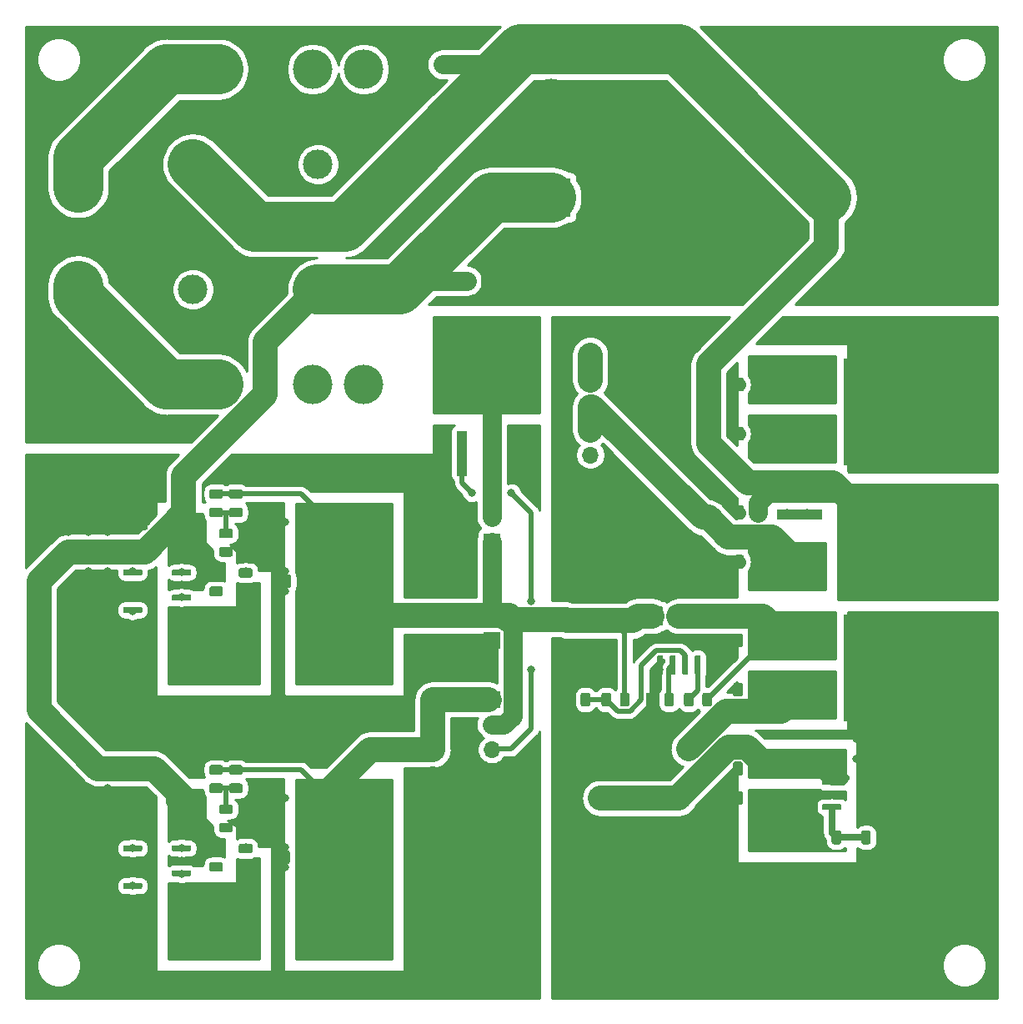
<source format=gtl>
G04 #@! TF.GenerationSoftware,KiCad,Pcbnew,5.1.5+dfsg1-2build2*
G04 #@! TF.CreationDate,2020-07-08T13:44:09-04:00*
G04 #@! TF.ProjectId,psu,7073752e-6b69-4636-9164-5f7063625858,rev?*
G04 #@! TF.SameCoordinates,Original*
G04 #@! TF.FileFunction,Copper,L1,Top*
G04 #@! TF.FilePolarity,Positive*
%FSLAX46Y46*%
G04 Gerber Fmt 4.6, Leading zero omitted, Abs format (unit mm)*
G04 Created by KiCad (PCBNEW 5.1.5+dfsg1-2build2) date 2020-07-08 13:44:09*
%MOMM*%
%LPD*%
G04 APERTURE LIST*
%ADD10C,0.100000*%
%ADD11R,9.400000X10.800000*%
%ADD12R,4.600000X1.100000*%
%ADD13C,2.500000*%
%ADD14R,10.800000X9.400000*%
%ADD15R,1.100000X4.600000*%
%ADD16R,2.000000X3.200000*%
%ADD17O,1.700000X1.700000*%
%ADD18R,1.700000X1.700000*%
%ADD19C,4.000000*%
%ADD20R,2.500000X3.300000*%
%ADD21C,3.000000*%
%ADD22C,1.600000*%
%ADD23R,1.600000X1.600000*%
%ADD24R,4.000000X4.000000*%
%ADD25C,0.800000*%
%ADD26C,0.250000*%
%ADD27C,0.508000*%
%ADD28C,2.540000*%
%ADD29C,5.080000*%
%ADD30C,1.905000*%
%ADD31C,1.270000*%
%ADD32C,0.635000*%
%ADD33C,0.254000*%
G04 APERTURE END LIST*
G04 #@! TA.AperFunction,SMDPad,CuDef*
D10*
G36*
X90259703Y-79550722D02*
G01*
X90274264Y-79552882D01*
X90288543Y-79556459D01*
X90302403Y-79561418D01*
X90315710Y-79567712D01*
X90328336Y-79575280D01*
X90340159Y-79584048D01*
X90351066Y-79593934D01*
X90360952Y-79604841D01*
X90369720Y-79616664D01*
X90377288Y-79629290D01*
X90383582Y-79642597D01*
X90388541Y-79656457D01*
X90392118Y-79670736D01*
X90394278Y-79685297D01*
X90395000Y-79700000D01*
X90395000Y-81350000D01*
X90394278Y-81364703D01*
X90392118Y-81379264D01*
X90388541Y-81393543D01*
X90383582Y-81407403D01*
X90377288Y-81420710D01*
X90369720Y-81433336D01*
X90360952Y-81445159D01*
X90351066Y-81456066D01*
X90340159Y-81465952D01*
X90328336Y-81474720D01*
X90315710Y-81482288D01*
X90302403Y-81488582D01*
X90288543Y-81493541D01*
X90274264Y-81497118D01*
X90259703Y-81499278D01*
X90245000Y-81500000D01*
X89945000Y-81500000D01*
X89930297Y-81499278D01*
X89915736Y-81497118D01*
X89901457Y-81493541D01*
X89887597Y-81488582D01*
X89874290Y-81482288D01*
X89861664Y-81474720D01*
X89849841Y-81465952D01*
X89838934Y-81456066D01*
X89829048Y-81445159D01*
X89820280Y-81433336D01*
X89812712Y-81420710D01*
X89806418Y-81407403D01*
X89801459Y-81393543D01*
X89797882Y-81379264D01*
X89795722Y-81364703D01*
X89795000Y-81350000D01*
X89795000Y-79700000D01*
X89795722Y-79685297D01*
X89797882Y-79670736D01*
X89801459Y-79656457D01*
X89806418Y-79642597D01*
X89812712Y-79629290D01*
X89820280Y-79616664D01*
X89829048Y-79604841D01*
X89838934Y-79593934D01*
X89849841Y-79584048D01*
X89861664Y-79575280D01*
X89874290Y-79567712D01*
X89887597Y-79561418D01*
X89901457Y-79556459D01*
X89915736Y-79552882D01*
X89930297Y-79550722D01*
X89945000Y-79550000D01*
X90245000Y-79550000D01*
X90259703Y-79550722D01*
G37*
G04 #@! TD.AperFunction*
G04 #@! TA.AperFunction,SMDPad,CuDef*
G36*
X91529703Y-79550722D02*
G01*
X91544264Y-79552882D01*
X91558543Y-79556459D01*
X91572403Y-79561418D01*
X91585710Y-79567712D01*
X91598336Y-79575280D01*
X91610159Y-79584048D01*
X91621066Y-79593934D01*
X91630952Y-79604841D01*
X91639720Y-79616664D01*
X91647288Y-79629290D01*
X91653582Y-79642597D01*
X91658541Y-79656457D01*
X91662118Y-79670736D01*
X91664278Y-79685297D01*
X91665000Y-79700000D01*
X91665000Y-81350000D01*
X91664278Y-81364703D01*
X91662118Y-81379264D01*
X91658541Y-81393543D01*
X91653582Y-81407403D01*
X91647288Y-81420710D01*
X91639720Y-81433336D01*
X91630952Y-81445159D01*
X91621066Y-81456066D01*
X91610159Y-81465952D01*
X91598336Y-81474720D01*
X91585710Y-81482288D01*
X91572403Y-81488582D01*
X91558543Y-81493541D01*
X91544264Y-81497118D01*
X91529703Y-81499278D01*
X91515000Y-81500000D01*
X91215000Y-81500000D01*
X91200297Y-81499278D01*
X91185736Y-81497118D01*
X91171457Y-81493541D01*
X91157597Y-81488582D01*
X91144290Y-81482288D01*
X91131664Y-81474720D01*
X91119841Y-81465952D01*
X91108934Y-81456066D01*
X91099048Y-81445159D01*
X91090280Y-81433336D01*
X91082712Y-81420710D01*
X91076418Y-81407403D01*
X91071459Y-81393543D01*
X91067882Y-81379264D01*
X91065722Y-81364703D01*
X91065000Y-81350000D01*
X91065000Y-79700000D01*
X91065722Y-79685297D01*
X91067882Y-79670736D01*
X91071459Y-79656457D01*
X91076418Y-79642597D01*
X91082712Y-79629290D01*
X91090280Y-79616664D01*
X91099048Y-79604841D01*
X91108934Y-79593934D01*
X91119841Y-79584048D01*
X91131664Y-79575280D01*
X91144290Y-79567712D01*
X91157597Y-79561418D01*
X91171457Y-79556459D01*
X91185736Y-79552882D01*
X91200297Y-79550722D01*
X91215000Y-79550000D01*
X91515000Y-79550000D01*
X91529703Y-79550722D01*
G37*
G04 #@! TD.AperFunction*
G04 #@! TA.AperFunction,SMDPad,CuDef*
G36*
X92799703Y-79550722D02*
G01*
X92814264Y-79552882D01*
X92828543Y-79556459D01*
X92842403Y-79561418D01*
X92855710Y-79567712D01*
X92868336Y-79575280D01*
X92880159Y-79584048D01*
X92891066Y-79593934D01*
X92900952Y-79604841D01*
X92909720Y-79616664D01*
X92917288Y-79629290D01*
X92923582Y-79642597D01*
X92928541Y-79656457D01*
X92932118Y-79670736D01*
X92934278Y-79685297D01*
X92935000Y-79700000D01*
X92935000Y-81350000D01*
X92934278Y-81364703D01*
X92932118Y-81379264D01*
X92928541Y-81393543D01*
X92923582Y-81407403D01*
X92917288Y-81420710D01*
X92909720Y-81433336D01*
X92900952Y-81445159D01*
X92891066Y-81456066D01*
X92880159Y-81465952D01*
X92868336Y-81474720D01*
X92855710Y-81482288D01*
X92842403Y-81488582D01*
X92828543Y-81493541D01*
X92814264Y-81497118D01*
X92799703Y-81499278D01*
X92785000Y-81500000D01*
X92485000Y-81500000D01*
X92470297Y-81499278D01*
X92455736Y-81497118D01*
X92441457Y-81493541D01*
X92427597Y-81488582D01*
X92414290Y-81482288D01*
X92401664Y-81474720D01*
X92389841Y-81465952D01*
X92378934Y-81456066D01*
X92369048Y-81445159D01*
X92360280Y-81433336D01*
X92352712Y-81420710D01*
X92346418Y-81407403D01*
X92341459Y-81393543D01*
X92337882Y-81379264D01*
X92335722Y-81364703D01*
X92335000Y-81350000D01*
X92335000Y-79700000D01*
X92335722Y-79685297D01*
X92337882Y-79670736D01*
X92341459Y-79656457D01*
X92346418Y-79642597D01*
X92352712Y-79629290D01*
X92360280Y-79616664D01*
X92369048Y-79604841D01*
X92378934Y-79593934D01*
X92389841Y-79584048D01*
X92401664Y-79575280D01*
X92414290Y-79567712D01*
X92427597Y-79561418D01*
X92441457Y-79556459D01*
X92455736Y-79552882D01*
X92470297Y-79550722D01*
X92485000Y-79550000D01*
X92785000Y-79550000D01*
X92799703Y-79550722D01*
G37*
G04 #@! TD.AperFunction*
G04 #@! TA.AperFunction,SMDPad,CuDef*
G36*
X94069703Y-79550722D02*
G01*
X94084264Y-79552882D01*
X94098543Y-79556459D01*
X94112403Y-79561418D01*
X94125710Y-79567712D01*
X94138336Y-79575280D01*
X94150159Y-79584048D01*
X94161066Y-79593934D01*
X94170952Y-79604841D01*
X94179720Y-79616664D01*
X94187288Y-79629290D01*
X94193582Y-79642597D01*
X94198541Y-79656457D01*
X94202118Y-79670736D01*
X94204278Y-79685297D01*
X94205000Y-79700000D01*
X94205000Y-81350000D01*
X94204278Y-81364703D01*
X94202118Y-81379264D01*
X94198541Y-81393543D01*
X94193582Y-81407403D01*
X94187288Y-81420710D01*
X94179720Y-81433336D01*
X94170952Y-81445159D01*
X94161066Y-81456066D01*
X94150159Y-81465952D01*
X94138336Y-81474720D01*
X94125710Y-81482288D01*
X94112403Y-81488582D01*
X94098543Y-81493541D01*
X94084264Y-81497118D01*
X94069703Y-81499278D01*
X94055000Y-81500000D01*
X93755000Y-81500000D01*
X93740297Y-81499278D01*
X93725736Y-81497118D01*
X93711457Y-81493541D01*
X93697597Y-81488582D01*
X93684290Y-81482288D01*
X93671664Y-81474720D01*
X93659841Y-81465952D01*
X93648934Y-81456066D01*
X93639048Y-81445159D01*
X93630280Y-81433336D01*
X93622712Y-81420710D01*
X93616418Y-81407403D01*
X93611459Y-81393543D01*
X93607882Y-81379264D01*
X93605722Y-81364703D01*
X93605000Y-81350000D01*
X93605000Y-79700000D01*
X93605722Y-79685297D01*
X93607882Y-79670736D01*
X93611459Y-79656457D01*
X93616418Y-79642597D01*
X93622712Y-79629290D01*
X93630280Y-79616664D01*
X93639048Y-79604841D01*
X93648934Y-79593934D01*
X93659841Y-79584048D01*
X93671664Y-79575280D01*
X93684290Y-79567712D01*
X93697597Y-79561418D01*
X93711457Y-79556459D01*
X93725736Y-79552882D01*
X93740297Y-79550722D01*
X93755000Y-79550000D01*
X94055000Y-79550000D01*
X94069703Y-79550722D01*
G37*
G04 #@! TD.AperFunction*
G04 #@! TA.AperFunction,SMDPad,CuDef*
G36*
X94069703Y-84500722D02*
G01*
X94084264Y-84502882D01*
X94098543Y-84506459D01*
X94112403Y-84511418D01*
X94125710Y-84517712D01*
X94138336Y-84525280D01*
X94150159Y-84534048D01*
X94161066Y-84543934D01*
X94170952Y-84554841D01*
X94179720Y-84566664D01*
X94187288Y-84579290D01*
X94193582Y-84592597D01*
X94198541Y-84606457D01*
X94202118Y-84620736D01*
X94204278Y-84635297D01*
X94205000Y-84650000D01*
X94205000Y-86300000D01*
X94204278Y-86314703D01*
X94202118Y-86329264D01*
X94198541Y-86343543D01*
X94193582Y-86357403D01*
X94187288Y-86370710D01*
X94179720Y-86383336D01*
X94170952Y-86395159D01*
X94161066Y-86406066D01*
X94150159Y-86415952D01*
X94138336Y-86424720D01*
X94125710Y-86432288D01*
X94112403Y-86438582D01*
X94098543Y-86443541D01*
X94084264Y-86447118D01*
X94069703Y-86449278D01*
X94055000Y-86450000D01*
X93755000Y-86450000D01*
X93740297Y-86449278D01*
X93725736Y-86447118D01*
X93711457Y-86443541D01*
X93697597Y-86438582D01*
X93684290Y-86432288D01*
X93671664Y-86424720D01*
X93659841Y-86415952D01*
X93648934Y-86406066D01*
X93639048Y-86395159D01*
X93630280Y-86383336D01*
X93622712Y-86370710D01*
X93616418Y-86357403D01*
X93611459Y-86343543D01*
X93607882Y-86329264D01*
X93605722Y-86314703D01*
X93605000Y-86300000D01*
X93605000Y-84650000D01*
X93605722Y-84635297D01*
X93607882Y-84620736D01*
X93611459Y-84606457D01*
X93616418Y-84592597D01*
X93622712Y-84579290D01*
X93630280Y-84566664D01*
X93639048Y-84554841D01*
X93648934Y-84543934D01*
X93659841Y-84534048D01*
X93671664Y-84525280D01*
X93684290Y-84517712D01*
X93697597Y-84511418D01*
X93711457Y-84506459D01*
X93725736Y-84502882D01*
X93740297Y-84500722D01*
X93755000Y-84500000D01*
X94055000Y-84500000D01*
X94069703Y-84500722D01*
G37*
G04 #@! TD.AperFunction*
G04 #@! TA.AperFunction,SMDPad,CuDef*
G36*
X92799703Y-84500722D02*
G01*
X92814264Y-84502882D01*
X92828543Y-84506459D01*
X92842403Y-84511418D01*
X92855710Y-84517712D01*
X92868336Y-84525280D01*
X92880159Y-84534048D01*
X92891066Y-84543934D01*
X92900952Y-84554841D01*
X92909720Y-84566664D01*
X92917288Y-84579290D01*
X92923582Y-84592597D01*
X92928541Y-84606457D01*
X92932118Y-84620736D01*
X92934278Y-84635297D01*
X92935000Y-84650000D01*
X92935000Y-86300000D01*
X92934278Y-86314703D01*
X92932118Y-86329264D01*
X92928541Y-86343543D01*
X92923582Y-86357403D01*
X92917288Y-86370710D01*
X92909720Y-86383336D01*
X92900952Y-86395159D01*
X92891066Y-86406066D01*
X92880159Y-86415952D01*
X92868336Y-86424720D01*
X92855710Y-86432288D01*
X92842403Y-86438582D01*
X92828543Y-86443541D01*
X92814264Y-86447118D01*
X92799703Y-86449278D01*
X92785000Y-86450000D01*
X92485000Y-86450000D01*
X92470297Y-86449278D01*
X92455736Y-86447118D01*
X92441457Y-86443541D01*
X92427597Y-86438582D01*
X92414290Y-86432288D01*
X92401664Y-86424720D01*
X92389841Y-86415952D01*
X92378934Y-86406066D01*
X92369048Y-86395159D01*
X92360280Y-86383336D01*
X92352712Y-86370710D01*
X92346418Y-86357403D01*
X92341459Y-86343543D01*
X92337882Y-86329264D01*
X92335722Y-86314703D01*
X92335000Y-86300000D01*
X92335000Y-84650000D01*
X92335722Y-84635297D01*
X92337882Y-84620736D01*
X92341459Y-84606457D01*
X92346418Y-84592597D01*
X92352712Y-84579290D01*
X92360280Y-84566664D01*
X92369048Y-84554841D01*
X92378934Y-84543934D01*
X92389841Y-84534048D01*
X92401664Y-84525280D01*
X92414290Y-84517712D01*
X92427597Y-84511418D01*
X92441457Y-84506459D01*
X92455736Y-84502882D01*
X92470297Y-84500722D01*
X92485000Y-84500000D01*
X92785000Y-84500000D01*
X92799703Y-84500722D01*
G37*
G04 #@! TD.AperFunction*
G04 #@! TA.AperFunction,SMDPad,CuDef*
G36*
X91529703Y-84500722D02*
G01*
X91544264Y-84502882D01*
X91558543Y-84506459D01*
X91572403Y-84511418D01*
X91585710Y-84517712D01*
X91598336Y-84525280D01*
X91610159Y-84534048D01*
X91621066Y-84543934D01*
X91630952Y-84554841D01*
X91639720Y-84566664D01*
X91647288Y-84579290D01*
X91653582Y-84592597D01*
X91658541Y-84606457D01*
X91662118Y-84620736D01*
X91664278Y-84635297D01*
X91665000Y-84650000D01*
X91665000Y-86300000D01*
X91664278Y-86314703D01*
X91662118Y-86329264D01*
X91658541Y-86343543D01*
X91653582Y-86357403D01*
X91647288Y-86370710D01*
X91639720Y-86383336D01*
X91630952Y-86395159D01*
X91621066Y-86406066D01*
X91610159Y-86415952D01*
X91598336Y-86424720D01*
X91585710Y-86432288D01*
X91572403Y-86438582D01*
X91558543Y-86443541D01*
X91544264Y-86447118D01*
X91529703Y-86449278D01*
X91515000Y-86450000D01*
X91215000Y-86450000D01*
X91200297Y-86449278D01*
X91185736Y-86447118D01*
X91171457Y-86443541D01*
X91157597Y-86438582D01*
X91144290Y-86432288D01*
X91131664Y-86424720D01*
X91119841Y-86415952D01*
X91108934Y-86406066D01*
X91099048Y-86395159D01*
X91090280Y-86383336D01*
X91082712Y-86370710D01*
X91076418Y-86357403D01*
X91071459Y-86343543D01*
X91067882Y-86329264D01*
X91065722Y-86314703D01*
X91065000Y-86300000D01*
X91065000Y-84650000D01*
X91065722Y-84635297D01*
X91067882Y-84620736D01*
X91071459Y-84606457D01*
X91076418Y-84592597D01*
X91082712Y-84579290D01*
X91090280Y-84566664D01*
X91099048Y-84554841D01*
X91108934Y-84543934D01*
X91119841Y-84534048D01*
X91131664Y-84525280D01*
X91144290Y-84517712D01*
X91157597Y-84511418D01*
X91171457Y-84506459D01*
X91185736Y-84502882D01*
X91200297Y-84500722D01*
X91215000Y-84500000D01*
X91515000Y-84500000D01*
X91529703Y-84500722D01*
G37*
G04 #@! TD.AperFunction*
G04 #@! TA.AperFunction,SMDPad,CuDef*
G36*
X90259703Y-84500722D02*
G01*
X90274264Y-84502882D01*
X90288543Y-84506459D01*
X90302403Y-84511418D01*
X90315710Y-84517712D01*
X90328336Y-84525280D01*
X90340159Y-84534048D01*
X90351066Y-84543934D01*
X90360952Y-84554841D01*
X90369720Y-84566664D01*
X90377288Y-84579290D01*
X90383582Y-84592597D01*
X90388541Y-84606457D01*
X90392118Y-84620736D01*
X90394278Y-84635297D01*
X90395000Y-84650000D01*
X90395000Y-86300000D01*
X90394278Y-86314703D01*
X90392118Y-86329264D01*
X90388541Y-86343543D01*
X90383582Y-86357403D01*
X90377288Y-86370710D01*
X90369720Y-86383336D01*
X90360952Y-86395159D01*
X90351066Y-86406066D01*
X90340159Y-86415952D01*
X90328336Y-86424720D01*
X90315710Y-86432288D01*
X90302403Y-86438582D01*
X90288543Y-86443541D01*
X90274264Y-86447118D01*
X90259703Y-86449278D01*
X90245000Y-86450000D01*
X89945000Y-86450000D01*
X89930297Y-86449278D01*
X89915736Y-86447118D01*
X89901457Y-86443541D01*
X89887597Y-86438582D01*
X89874290Y-86432288D01*
X89861664Y-86424720D01*
X89849841Y-86415952D01*
X89838934Y-86406066D01*
X89829048Y-86395159D01*
X89820280Y-86383336D01*
X89812712Y-86370710D01*
X89806418Y-86357403D01*
X89801459Y-86343543D01*
X89797882Y-86329264D01*
X89795722Y-86314703D01*
X89795000Y-86300000D01*
X89795000Y-84650000D01*
X89795722Y-84635297D01*
X89797882Y-84620736D01*
X89801459Y-84606457D01*
X89806418Y-84592597D01*
X89812712Y-84579290D01*
X89820280Y-84566664D01*
X89829048Y-84554841D01*
X89838934Y-84543934D01*
X89849841Y-84534048D01*
X89861664Y-84525280D01*
X89874290Y-84517712D01*
X89887597Y-84511418D01*
X89901457Y-84506459D01*
X89915736Y-84502882D01*
X89930297Y-84500722D01*
X89945000Y-84500000D01*
X90245000Y-84500000D01*
X90259703Y-84500722D01*
G37*
G04 #@! TD.AperFunction*
G04 #@! TA.AperFunction,SMDPad,CuDef*
G36*
X95142642Y-88301174D02*
G01*
X95166303Y-88304684D01*
X95189507Y-88310496D01*
X95212029Y-88318554D01*
X95233653Y-88328782D01*
X95254170Y-88341079D01*
X95273383Y-88355329D01*
X95291107Y-88371393D01*
X95307171Y-88389117D01*
X95321421Y-88408330D01*
X95333718Y-88428847D01*
X95343946Y-88450471D01*
X95352004Y-88472993D01*
X95357816Y-88496197D01*
X95361326Y-88519858D01*
X95362500Y-88543750D01*
X95362500Y-89456250D01*
X95361326Y-89480142D01*
X95357816Y-89503803D01*
X95352004Y-89527007D01*
X95343946Y-89549529D01*
X95333718Y-89571153D01*
X95321421Y-89591670D01*
X95307171Y-89610883D01*
X95291107Y-89628607D01*
X95273383Y-89644671D01*
X95254170Y-89658921D01*
X95233653Y-89671218D01*
X95212029Y-89681446D01*
X95189507Y-89689504D01*
X95166303Y-89695316D01*
X95142642Y-89698826D01*
X95118750Y-89700000D01*
X94631250Y-89700000D01*
X94607358Y-89698826D01*
X94583697Y-89695316D01*
X94560493Y-89689504D01*
X94537971Y-89681446D01*
X94516347Y-89671218D01*
X94495830Y-89658921D01*
X94476617Y-89644671D01*
X94458893Y-89628607D01*
X94442829Y-89610883D01*
X94428579Y-89591670D01*
X94416282Y-89571153D01*
X94406054Y-89549529D01*
X94397996Y-89527007D01*
X94392184Y-89503803D01*
X94388674Y-89480142D01*
X94387500Y-89456250D01*
X94387500Y-88543750D01*
X94388674Y-88519858D01*
X94392184Y-88496197D01*
X94397996Y-88472993D01*
X94406054Y-88450471D01*
X94416282Y-88428847D01*
X94428579Y-88408330D01*
X94442829Y-88389117D01*
X94458893Y-88371393D01*
X94476617Y-88355329D01*
X94495830Y-88341079D01*
X94516347Y-88328782D01*
X94537971Y-88318554D01*
X94560493Y-88310496D01*
X94583697Y-88304684D01*
X94607358Y-88301174D01*
X94631250Y-88300000D01*
X95118750Y-88300000D01*
X95142642Y-88301174D01*
G37*
G04 #@! TD.AperFunction*
G04 #@! TA.AperFunction,SMDPad,CuDef*
G36*
X93267642Y-88301174D02*
G01*
X93291303Y-88304684D01*
X93314507Y-88310496D01*
X93337029Y-88318554D01*
X93358653Y-88328782D01*
X93379170Y-88341079D01*
X93398383Y-88355329D01*
X93416107Y-88371393D01*
X93432171Y-88389117D01*
X93446421Y-88408330D01*
X93458718Y-88428847D01*
X93468946Y-88450471D01*
X93477004Y-88472993D01*
X93482816Y-88496197D01*
X93486326Y-88519858D01*
X93487500Y-88543750D01*
X93487500Y-89456250D01*
X93486326Y-89480142D01*
X93482816Y-89503803D01*
X93477004Y-89527007D01*
X93468946Y-89549529D01*
X93458718Y-89571153D01*
X93446421Y-89591670D01*
X93432171Y-89610883D01*
X93416107Y-89628607D01*
X93398383Y-89644671D01*
X93379170Y-89658921D01*
X93358653Y-89671218D01*
X93337029Y-89681446D01*
X93314507Y-89689504D01*
X93291303Y-89695316D01*
X93267642Y-89698826D01*
X93243750Y-89700000D01*
X92756250Y-89700000D01*
X92732358Y-89698826D01*
X92708697Y-89695316D01*
X92685493Y-89689504D01*
X92662971Y-89681446D01*
X92641347Y-89671218D01*
X92620830Y-89658921D01*
X92601617Y-89644671D01*
X92583893Y-89628607D01*
X92567829Y-89610883D01*
X92553579Y-89591670D01*
X92541282Y-89571153D01*
X92531054Y-89549529D01*
X92522996Y-89527007D01*
X92517184Y-89503803D01*
X92513674Y-89480142D01*
X92512500Y-89456250D01*
X92512500Y-88543750D01*
X92513674Y-88519858D01*
X92517184Y-88496197D01*
X92522996Y-88472993D01*
X92531054Y-88450471D01*
X92541282Y-88428847D01*
X92553579Y-88408330D01*
X92567829Y-88389117D01*
X92583893Y-88371393D01*
X92601617Y-88355329D01*
X92620830Y-88341079D01*
X92641347Y-88328782D01*
X92662971Y-88318554D01*
X92685493Y-88310496D01*
X92708697Y-88304684D01*
X92732358Y-88301174D01*
X92756250Y-88300000D01*
X93243750Y-88300000D01*
X93267642Y-88301174D01*
G37*
G04 #@! TD.AperFunction*
G04 #@! TA.AperFunction,SMDPad,CuDef*
G36*
X80892642Y-88301174D02*
G01*
X80916303Y-88304684D01*
X80939507Y-88310496D01*
X80962029Y-88318554D01*
X80983653Y-88328782D01*
X81004170Y-88341079D01*
X81023383Y-88355329D01*
X81041107Y-88371393D01*
X81057171Y-88389117D01*
X81071421Y-88408330D01*
X81083718Y-88428847D01*
X81093946Y-88450471D01*
X81102004Y-88472993D01*
X81107816Y-88496197D01*
X81111326Y-88519858D01*
X81112500Y-88543750D01*
X81112500Y-89456250D01*
X81111326Y-89480142D01*
X81107816Y-89503803D01*
X81102004Y-89527007D01*
X81093946Y-89549529D01*
X81083718Y-89571153D01*
X81071421Y-89591670D01*
X81057171Y-89610883D01*
X81041107Y-89628607D01*
X81023383Y-89644671D01*
X81004170Y-89658921D01*
X80983653Y-89671218D01*
X80962029Y-89681446D01*
X80939507Y-89689504D01*
X80916303Y-89695316D01*
X80892642Y-89698826D01*
X80868750Y-89700000D01*
X80381250Y-89700000D01*
X80357358Y-89698826D01*
X80333697Y-89695316D01*
X80310493Y-89689504D01*
X80287971Y-89681446D01*
X80266347Y-89671218D01*
X80245830Y-89658921D01*
X80226617Y-89644671D01*
X80208893Y-89628607D01*
X80192829Y-89610883D01*
X80178579Y-89591670D01*
X80166282Y-89571153D01*
X80156054Y-89549529D01*
X80147996Y-89527007D01*
X80142184Y-89503803D01*
X80138674Y-89480142D01*
X80137500Y-89456250D01*
X80137500Y-88543750D01*
X80138674Y-88519858D01*
X80142184Y-88496197D01*
X80147996Y-88472993D01*
X80156054Y-88450471D01*
X80166282Y-88428847D01*
X80178579Y-88408330D01*
X80192829Y-88389117D01*
X80208893Y-88371393D01*
X80226617Y-88355329D01*
X80245830Y-88341079D01*
X80266347Y-88328782D01*
X80287971Y-88318554D01*
X80310493Y-88310496D01*
X80333697Y-88304684D01*
X80357358Y-88301174D01*
X80381250Y-88300000D01*
X80868750Y-88300000D01*
X80892642Y-88301174D01*
G37*
G04 #@! TD.AperFunction*
G04 #@! TA.AperFunction,SMDPad,CuDef*
G36*
X82767642Y-88301174D02*
G01*
X82791303Y-88304684D01*
X82814507Y-88310496D01*
X82837029Y-88318554D01*
X82858653Y-88328782D01*
X82879170Y-88341079D01*
X82898383Y-88355329D01*
X82916107Y-88371393D01*
X82932171Y-88389117D01*
X82946421Y-88408330D01*
X82958718Y-88428847D01*
X82968946Y-88450471D01*
X82977004Y-88472993D01*
X82982816Y-88496197D01*
X82986326Y-88519858D01*
X82987500Y-88543750D01*
X82987500Y-89456250D01*
X82986326Y-89480142D01*
X82982816Y-89503803D01*
X82977004Y-89527007D01*
X82968946Y-89549529D01*
X82958718Y-89571153D01*
X82946421Y-89591670D01*
X82932171Y-89610883D01*
X82916107Y-89628607D01*
X82898383Y-89644671D01*
X82879170Y-89658921D01*
X82858653Y-89671218D01*
X82837029Y-89681446D01*
X82814507Y-89689504D01*
X82791303Y-89695316D01*
X82767642Y-89698826D01*
X82743750Y-89700000D01*
X82256250Y-89700000D01*
X82232358Y-89698826D01*
X82208697Y-89695316D01*
X82185493Y-89689504D01*
X82162971Y-89681446D01*
X82141347Y-89671218D01*
X82120830Y-89658921D01*
X82101617Y-89644671D01*
X82083893Y-89628607D01*
X82067829Y-89610883D01*
X82053579Y-89591670D01*
X82041282Y-89571153D01*
X82031054Y-89549529D01*
X82022996Y-89527007D01*
X82017184Y-89503803D01*
X82013674Y-89480142D01*
X82012500Y-89456250D01*
X82012500Y-88543750D01*
X82013674Y-88519858D01*
X82017184Y-88496197D01*
X82022996Y-88472993D01*
X82031054Y-88450471D01*
X82041282Y-88428847D01*
X82053579Y-88408330D01*
X82067829Y-88389117D01*
X82083893Y-88371393D01*
X82101617Y-88355329D01*
X82120830Y-88341079D01*
X82141347Y-88328782D01*
X82162971Y-88318554D01*
X82185493Y-88310496D01*
X82208697Y-88304684D01*
X82232358Y-88301174D01*
X82256250Y-88300000D01*
X82743750Y-88300000D01*
X82767642Y-88301174D01*
G37*
G04 #@! TD.AperFunction*
G04 #@! TA.AperFunction,SMDPad,CuDef*
G36*
X86767642Y-88301174D02*
G01*
X86791303Y-88304684D01*
X86814507Y-88310496D01*
X86837029Y-88318554D01*
X86858653Y-88328782D01*
X86879170Y-88341079D01*
X86898383Y-88355329D01*
X86916107Y-88371393D01*
X86932171Y-88389117D01*
X86946421Y-88408330D01*
X86958718Y-88428847D01*
X86968946Y-88450471D01*
X86977004Y-88472993D01*
X86982816Y-88496197D01*
X86986326Y-88519858D01*
X86987500Y-88543750D01*
X86987500Y-89456250D01*
X86986326Y-89480142D01*
X86982816Y-89503803D01*
X86977004Y-89527007D01*
X86968946Y-89549529D01*
X86958718Y-89571153D01*
X86946421Y-89591670D01*
X86932171Y-89610883D01*
X86916107Y-89628607D01*
X86898383Y-89644671D01*
X86879170Y-89658921D01*
X86858653Y-89671218D01*
X86837029Y-89681446D01*
X86814507Y-89689504D01*
X86791303Y-89695316D01*
X86767642Y-89698826D01*
X86743750Y-89700000D01*
X86256250Y-89700000D01*
X86232358Y-89698826D01*
X86208697Y-89695316D01*
X86185493Y-89689504D01*
X86162971Y-89681446D01*
X86141347Y-89671218D01*
X86120830Y-89658921D01*
X86101617Y-89644671D01*
X86083893Y-89628607D01*
X86067829Y-89610883D01*
X86053579Y-89591670D01*
X86041282Y-89571153D01*
X86031054Y-89549529D01*
X86022996Y-89527007D01*
X86017184Y-89503803D01*
X86013674Y-89480142D01*
X86012500Y-89456250D01*
X86012500Y-88543750D01*
X86013674Y-88519858D01*
X86017184Y-88496197D01*
X86022996Y-88472993D01*
X86031054Y-88450471D01*
X86041282Y-88428847D01*
X86053579Y-88408330D01*
X86067829Y-88389117D01*
X86083893Y-88371393D01*
X86101617Y-88355329D01*
X86120830Y-88341079D01*
X86141347Y-88328782D01*
X86162971Y-88318554D01*
X86185493Y-88310496D01*
X86208697Y-88304684D01*
X86232358Y-88301174D01*
X86256250Y-88300000D01*
X86743750Y-88300000D01*
X86767642Y-88301174D01*
G37*
G04 #@! TD.AperFunction*
G04 #@! TA.AperFunction,SMDPad,CuDef*
G36*
X84892642Y-88301174D02*
G01*
X84916303Y-88304684D01*
X84939507Y-88310496D01*
X84962029Y-88318554D01*
X84983653Y-88328782D01*
X85004170Y-88341079D01*
X85023383Y-88355329D01*
X85041107Y-88371393D01*
X85057171Y-88389117D01*
X85071421Y-88408330D01*
X85083718Y-88428847D01*
X85093946Y-88450471D01*
X85102004Y-88472993D01*
X85107816Y-88496197D01*
X85111326Y-88519858D01*
X85112500Y-88543750D01*
X85112500Y-89456250D01*
X85111326Y-89480142D01*
X85107816Y-89503803D01*
X85102004Y-89527007D01*
X85093946Y-89549529D01*
X85083718Y-89571153D01*
X85071421Y-89591670D01*
X85057171Y-89610883D01*
X85041107Y-89628607D01*
X85023383Y-89644671D01*
X85004170Y-89658921D01*
X84983653Y-89671218D01*
X84962029Y-89681446D01*
X84939507Y-89689504D01*
X84916303Y-89695316D01*
X84892642Y-89698826D01*
X84868750Y-89700000D01*
X84381250Y-89700000D01*
X84357358Y-89698826D01*
X84333697Y-89695316D01*
X84310493Y-89689504D01*
X84287971Y-89681446D01*
X84266347Y-89671218D01*
X84245830Y-89658921D01*
X84226617Y-89644671D01*
X84208893Y-89628607D01*
X84192829Y-89610883D01*
X84178579Y-89591670D01*
X84166282Y-89571153D01*
X84156054Y-89549529D01*
X84147996Y-89527007D01*
X84142184Y-89503803D01*
X84138674Y-89480142D01*
X84137500Y-89456250D01*
X84137500Y-88543750D01*
X84138674Y-88519858D01*
X84142184Y-88496197D01*
X84147996Y-88472993D01*
X84156054Y-88450471D01*
X84166282Y-88428847D01*
X84178579Y-88408330D01*
X84192829Y-88389117D01*
X84208893Y-88371393D01*
X84226617Y-88355329D01*
X84245830Y-88341079D01*
X84266347Y-88328782D01*
X84287971Y-88318554D01*
X84310493Y-88310496D01*
X84333697Y-88304684D01*
X84357358Y-88301174D01*
X84381250Y-88300000D01*
X84868750Y-88300000D01*
X84892642Y-88301174D01*
G37*
G04 #@! TD.AperFunction*
G04 #@! TA.AperFunction,SMDPad,CuDef*
G36*
X89392642Y-88301174D02*
G01*
X89416303Y-88304684D01*
X89439507Y-88310496D01*
X89462029Y-88318554D01*
X89483653Y-88328782D01*
X89504170Y-88341079D01*
X89523383Y-88355329D01*
X89541107Y-88371393D01*
X89557171Y-88389117D01*
X89571421Y-88408330D01*
X89583718Y-88428847D01*
X89593946Y-88450471D01*
X89602004Y-88472993D01*
X89607816Y-88496197D01*
X89611326Y-88519858D01*
X89612500Y-88543750D01*
X89612500Y-89456250D01*
X89611326Y-89480142D01*
X89607816Y-89503803D01*
X89602004Y-89527007D01*
X89593946Y-89549529D01*
X89583718Y-89571153D01*
X89571421Y-89591670D01*
X89557171Y-89610883D01*
X89541107Y-89628607D01*
X89523383Y-89644671D01*
X89504170Y-89658921D01*
X89483653Y-89671218D01*
X89462029Y-89681446D01*
X89439507Y-89689504D01*
X89416303Y-89695316D01*
X89392642Y-89698826D01*
X89368750Y-89700000D01*
X88881250Y-89700000D01*
X88857358Y-89698826D01*
X88833697Y-89695316D01*
X88810493Y-89689504D01*
X88787971Y-89681446D01*
X88766347Y-89671218D01*
X88745830Y-89658921D01*
X88726617Y-89644671D01*
X88708893Y-89628607D01*
X88692829Y-89610883D01*
X88678579Y-89591670D01*
X88666282Y-89571153D01*
X88656054Y-89549529D01*
X88647996Y-89527007D01*
X88642184Y-89503803D01*
X88638674Y-89480142D01*
X88637500Y-89456250D01*
X88637500Y-88543750D01*
X88638674Y-88519858D01*
X88642184Y-88496197D01*
X88647996Y-88472993D01*
X88656054Y-88450471D01*
X88666282Y-88428847D01*
X88678579Y-88408330D01*
X88692829Y-88389117D01*
X88708893Y-88371393D01*
X88726617Y-88355329D01*
X88745830Y-88341079D01*
X88766347Y-88328782D01*
X88787971Y-88318554D01*
X88810493Y-88310496D01*
X88833697Y-88304684D01*
X88857358Y-88301174D01*
X88881250Y-88300000D01*
X89368750Y-88300000D01*
X89392642Y-88301174D01*
G37*
G04 #@! TD.AperFunction*
G04 #@! TA.AperFunction,SMDPad,CuDef*
G36*
X91267642Y-88301174D02*
G01*
X91291303Y-88304684D01*
X91314507Y-88310496D01*
X91337029Y-88318554D01*
X91358653Y-88328782D01*
X91379170Y-88341079D01*
X91398383Y-88355329D01*
X91416107Y-88371393D01*
X91432171Y-88389117D01*
X91446421Y-88408330D01*
X91458718Y-88428847D01*
X91468946Y-88450471D01*
X91477004Y-88472993D01*
X91482816Y-88496197D01*
X91486326Y-88519858D01*
X91487500Y-88543750D01*
X91487500Y-89456250D01*
X91486326Y-89480142D01*
X91482816Y-89503803D01*
X91477004Y-89527007D01*
X91468946Y-89549529D01*
X91458718Y-89571153D01*
X91446421Y-89591670D01*
X91432171Y-89610883D01*
X91416107Y-89628607D01*
X91398383Y-89644671D01*
X91379170Y-89658921D01*
X91358653Y-89671218D01*
X91337029Y-89681446D01*
X91314507Y-89689504D01*
X91291303Y-89695316D01*
X91267642Y-89698826D01*
X91243750Y-89700000D01*
X90756250Y-89700000D01*
X90732358Y-89698826D01*
X90708697Y-89695316D01*
X90685493Y-89689504D01*
X90662971Y-89681446D01*
X90641347Y-89671218D01*
X90620830Y-89658921D01*
X90601617Y-89644671D01*
X90583893Y-89628607D01*
X90567829Y-89610883D01*
X90553579Y-89591670D01*
X90541282Y-89571153D01*
X90531054Y-89549529D01*
X90522996Y-89527007D01*
X90517184Y-89503803D01*
X90513674Y-89480142D01*
X90512500Y-89456250D01*
X90512500Y-88543750D01*
X90513674Y-88519858D01*
X90517184Y-88496197D01*
X90522996Y-88472993D01*
X90531054Y-88450471D01*
X90541282Y-88428847D01*
X90553579Y-88408330D01*
X90567829Y-88389117D01*
X90583893Y-88371393D01*
X90601617Y-88355329D01*
X90620830Y-88341079D01*
X90641347Y-88328782D01*
X90662971Y-88318554D01*
X90685493Y-88310496D01*
X90708697Y-88304684D01*
X90732358Y-88301174D01*
X90756250Y-88300000D01*
X91243750Y-88300000D01*
X91267642Y-88301174D01*
G37*
G04 #@! TD.AperFunction*
G04 #@! TA.AperFunction,SMDPad,CuDef*
G36*
X116649504Y-47376204D02*
G01*
X116673773Y-47379804D01*
X116697571Y-47385765D01*
X116720671Y-47394030D01*
X116742849Y-47404520D01*
X116763893Y-47417133D01*
X116783598Y-47431747D01*
X116801777Y-47448223D01*
X116818253Y-47466402D01*
X116832867Y-47486107D01*
X116845480Y-47507151D01*
X116855970Y-47529329D01*
X116864235Y-47552429D01*
X116870196Y-47576227D01*
X116873796Y-47600496D01*
X116875000Y-47625000D01*
X116875000Y-48375000D01*
X116873796Y-48399504D01*
X116870196Y-48423773D01*
X116864235Y-48447571D01*
X116855970Y-48470671D01*
X116845480Y-48492849D01*
X116832867Y-48513893D01*
X116818253Y-48533598D01*
X116801777Y-48551777D01*
X116783598Y-48568253D01*
X116763893Y-48582867D01*
X116742849Y-48595480D01*
X116720671Y-48605970D01*
X116697571Y-48614235D01*
X116673773Y-48620196D01*
X116649504Y-48623796D01*
X116625000Y-48625000D01*
X115375000Y-48625000D01*
X115350496Y-48623796D01*
X115326227Y-48620196D01*
X115302429Y-48614235D01*
X115279329Y-48605970D01*
X115257151Y-48595480D01*
X115236107Y-48582867D01*
X115216402Y-48568253D01*
X115198223Y-48551777D01*
X115181747Y-48533598D01*
X115167133Y-48513893D01*
X115154520Y-48492849D01*
X115144030Y-48470671D01*
X115135765Y-48447571D01*
X115129804Y-48423773D01*
X115126204Y-48399504D01*
X115125000Y-48375000D01*
X115125000Y-47625000D01*
X115126204Y-47600496D01*
X115129804Y-47576227D01*
X115135765Y-47552429D01*
X115144030Y-47529329D01*
X115154520Y-47507151D01*
X115167133Y-47486107D01*
X115181747Y-47466402D01*
X115198223Y-47448223D01*
X115216402Y-47431747D01*
X115236107Y-47417133D01*
X115257151Y-47404520D01*
X115279329Y-47394030D01*
X115302429Y-47385765D01*
X115326227Y-47379804D01*
X115350496Y-47376204D01*
X115375000Y-47375000D01*
X116625000Y-47375000D01*
X116649504Y-47376204D01*
G37*
G04 #@! TD.AperFunction*
G04 #@! TA.AperFunction,SMDPad,CuDef*
G36*
X116649504Y-50176204D02*
G01*
X116673773Y-50179804D01*
X116697571Y-50185765D01*
X116720671Y-50194030D01*
X116742849Y-50204520D01*
X116763893Y-50217133D01*
X116783598Y-50231747D01*
X116801777Y-50248223D01*
X116818253Y-50266402D01*
X116832867Y-50286107D01*
X116845480Y-50307151D01*
X116855970Y-50329329D01*
X116864235Y-50352429D01*
X116870196Y-50376227D01*
X116873796Y-50400496D01*
X116875000Y-50425000D01*
X116875000Y-51175000D01*
X116873796Y-51199504D01*
X116870196Y-51223773D01*
X116864235Y-51247571D01*
X116855970Y-51270671D01*
X116845480Y-51292849D01*
X116832867Y-51313893D01*
X116818253Y-51333598D01*
X116801777Y-51351777D01*
X116783598Y-51368253D01*
X116763893Y-51382867D01*
X116742849Y-51395480D01*
X116720671Y-51405970D01*
X116697571Y-51414235D01*
X116673773Y-51420196D01*
X116649504Y-51423796D01*
X116625000Y-51425000D01*
X115375000Y-51425000D01*
X115350496Y-51423796D01*
X115326227Y-51420196D01*
X115302429Y-51414235D01*
X115279329Y-51405970D01*
X115257151Y-51395480D01*
X115236107Y-51382867D01*
X115216402Y-51368253D01*
X115198223Y-51351777D01*
X115181747Y-51333598D01*
X115167133Y-51313893D01*
X115154520Y-51292849D01*
X115144030Y-51270671D01*
X115135765Y-51247571D01*
X115129804Y-51223773D01*
X115126204Y-51199504D01*
X115125000Y-51175000D01*
X115125000Y-50425000D01*
X115126204Y-50400496D01*
X115129804Y-50376227D01*
X115135765Y-50352429D01*
X115144030Y-50329329D01*
X115154520Y-50307151D01*
X115167133Y-50286107D01*
X115181747Y-50266402D01*
X115198223Y-50248223D01*
X115216402Y-50231747D01*
X115236107Y-50217133D01*
X115257151Y-50204520D01*
X115279329Y-50194030D01*
X115302429Y-50185765D01*
X115326227Y-50179804D01*
X115350496Y-50176204D01*
X115375000Y-50175000D01*
X116625000Y-50175000D01*
X116649504Y-50176204D01*
G37*
G04 #@! TD.AperFunction*
D11*
X113425000Y-59775000D03*
D12*
X104275000Y-62315000D03*
X104275000Y-57235000D03*
D11*
X113425000Y-72775000D03*
D12*
X104275000Y-75315000D03*
X104275000Y-70235000D03*
D11*
X113425000Y-85775000D03*
D12*
X104275000Y-88315000D03*
X104275000Y-83235000D03*
D13*
X31000000Y-37000000D03*
X31000000Y-42000000D03*
X31000000Y-47000000D03*
G04 #@! TA.AperFunction,SMDPad,CuDef*
D10*
G36*
X113314703Y-95795722D02*
G01*
X113329264Y-95797882D01*
X113343543Y-95801459D01*
X113357403Y-95806418D01*
X113370710Y-95812712D01*
X113383336Y-95820280D01*
X113395159Y-95829048D01*
X113406066Y-95838934D01*
X113415952Y-95849841D01*
X113424720Y-95861664D01*
X113432288Y-95874290D01*
X113438582Y-95887597D01*
X113443541Y-95901457D01*
X113447118Y-95915736D01*
X113449278Y-95930297D01*
X113450000Y-95945000D01*
X113450000Y-96245000D01*
X113449278Y-96259703D01*
X113447118Y-96274264D01*
X113443541Y-96288543D01*
X113438582Y-96302403D01*
X113432288Y-96315710D01*
X113424720Y-96328336D01*
X113415952Y-96340159D01*
X113406066Y-96351066D01*
X113395159Y-96360952D01*
X113383336Y-96369720D01*
X113370710Y-96377288D01*
X113357403Y-96383582D01*
X113343543Y-96388541D01*
X113329264Y-96392118D01*
X113314703Y-96394278D01*
X113300000Y-96395000D01*
X111650000Y-96395000D01*
X111635297Y-96394278D01*
X111620736Y-96392118D01*
X111606457Y-96388541D01*
X111592597Y-96383582D01*
X111579290Y-96377288D01*
X111566664Y-96369720D01*
X111554841Y-96360952D01*
X111543934Y-96351066D01*
X111534048Y-96340159D01*
X111525280Y-96328336D01*
X111517712Y-96315710D01*
X111511418Y-96302403D01*
X111506459Y-96288543D01*
X111502882Y-96274264D01*
X111500722Y-96259703D01*
X111500000Y-96245000D01*
X111500000Y-95945000D01*
X111500722Y-95930297D01*
X111502882Y-95915736D01*
X111506459Y-95901457D01*
X111511418Y-95887597D01*
X111517712Y-95874290D01*
X111525280Y-95861664D01*
X111534048Y-95849841D01*
X111543934Y-95838934D01*
X111554841Y-95829048D01*
X111566664Y-95820280D01*
X111579290Y-95812712D01*
X111592597Y-95806418D01*
X111606457Y-95801459D01*
X111620736Y-95797882D01*
X111635297Y-95795722D01*
X111650000Y-95795000D01*
X113300000Y-95795000D01*
X113314703Y-95795722D01*
G37*
G04 #@! TD.AperFunction*
G04 #@! TA.AperFunction,SMDPad,CuDef*
G36*
X113314703Y-97065722D02*
G01*
X113329264Y-97067882D01*
X113343543Y-97071459D01*
X113357403Y-97076418D01*
X113370710Y-97082712D01*
X113383336Y-97090280D01*
X113395159Y-97099048D01*
X113406066Y-97108934D01*
X113415952Y-97119841D01*
X113424720Y-97131664D01*
X113432288Y-97144290D01*
X113438582Y-97157597D01*
X113443541Y-97171457D01*
X113447118Y-97185736D01*
X113449278Y-97200297D01*
X113450000Y-97215000D01*
X113450000Y-97515000D01*
X113449278Y-97529703D01*
X113447118Y-97544264D01*
X113443541Y-97558543D01*
X113438582Y-97572403D01*
X113432288Y-97585710D01*
X113424720Y-97598336D01*
X113415952Y-97610159D01*
X113406066Y-97621066D01*
X113395159Y-97630952D01*
X113383336Y-97639720D01*
X113370710Y-97647288D01*
X113357403Y-97653582D01*
X113343543Y-97658541D01*
X113329264Y-97662118D01*
X113314703Y-97664278D01*
X113300000Y-97665000D01*
X111650000Y-97665000D01*
X111635297Y-97664278D01*
X111620736Y-97662118D01*
X111606457Y-97658541D01*
X111592597Y-97653582D01*
X111579290Y-97647288D01*
X111566664Y-97639720D01*
X111554841Y-97630952D01*
X111543934Y-97621066D01*
X111534048Y-97610159D01*
X111525280Y-97598336D01*
X111517712Y-97585710D01*
X111511418Y-97572403D01*
X111506459Y-97558543D01*
X111502882Y-97544264D01*
X111500722Y-97529703D01*
X111500000Y-97515000D01*
X111500000Y-97215000D01*
X111500722Y-97200297D01*
X111502882Y-97185736D01*
X111506459Y-97171457D01*
X111511418Y-97157597D01*
X111517712Y-97144290D01*
X111525280Y-97131664D01*
X111534048Y-97119841D01*
X111543934Y-97108934D01*
X111554841Y-97099048D01*
X111566664Y-97090280D01*
X111579290Y-97082712D01*
X111592597Y-97076418D01*
X111606457Y-97071459D01*
X111620736Y-97067882D01*
X111635297Y-97065722D01*
X111650000Y-97065000D01*
X113300000Y-97065000D01*
X113314703Y-97065722D01*
G37*
G04 #@! TD.AperFunction*
G04 #@! TA.AperFunction,SMDPad,CuDef*
G36*
X113314703Y-98335722D02*
G01*
X113329264Y-98337882D01*
X113343543Y-98341459D01*
X113357403Y-98346418D01*
X113370710Y-98352712D01*
X113383336Y-98360280D01*
X113395159Y-98369048D01*
X113406066Y-98378934D01*
X113415952Y-98389841D01*
X113424720Y-98401664D01*
X113432288Y-98414290D01*
X113438582Y-98427597D01*
X113443541Y-98441457D01*
X113447118Y-98455736D01*
X113449278Y-98470297D01*
X113450000Y-98485000D01*
X113450000Y-98785000D01*
X113449278Y-98799703D01*
X113447118Y-98814264D01*
X113443541Y-98828543D01*
X113438582Y-98842403D01*
X113432288Y-98855710D01*
X113424720Y-98868336D01*
X113415952Y-98880159D01*
X113406066Y-98891066D01*
X113395159Y-98900952D01*
X113383336Y-98909720D01*
X113370710Y-98917288D01*
X113357403Y-98923582D01*
X113343543Y-98928541D01*
X113329264Y-98932118D01*
X113314703Y-98934278D01*
X113300000Y-98935000D01*
X111650000Y-98935000D01*
X111635297Y-98934278D01*
X111620736Y-98932118D01*
X111606457Y-98928541D01*
X111592597Y-98923582D01*
X111579290Y-98917288D01*
X111566664Y-98909720D01*
X111554841Y-98900952D01*
X111543934Y-98891066D01*
X111534048Y-98880159D01*
X111525280Y-98868336D01*
X111517712Y-98855710D01*
X111511418Y-98842403D01*
X111506459Y-98828543D01*
X111502882Y-98814264D01*
X111500722Y-98799703D01*
X111500000Y-98785000D01*
X111500000Y-98485000D01*
X111500722Y-98470297D01*
X111502882Y-98455736D01*
X111506459Y-98441457D01*
X111511418Y-98427597D01*
X111517712Y-98414290D01*
X111525280Y-98401664D01*
X111534048Y-98389841D01*
X111543934Y-98378934D01*
X111554841Y-98369048D01*
X111566664Y-98360280D01*
X111579290Y-98352712D01*
X111592597Y-98346418D01*
X111606457Y-98341459D01*
X111620736Y-98337882D01*
X111635297Y-98335722D01*
X111650000Y-98335000D01*
X113300000Y-98335000D01*
X113314703Y-98335722D01*
G37*
G04 #@! TD.AperFunction*
G04 #@! TA.AperFunction,SMDPad,CuDef*
G36*
X113314703Y-99605722D02*
G01*
X113329264Y-99607882D01*
X113343543Y-99611459D01*
X113357403Y-99616418D01*
X113370710Y-99622712D01*
X113383336Y-99630280D01*
X113395159Y-99639048D01*
X113406066Y-99648934D01*
X113415952Y-99659841D01*
X113424720Y-99671664D01*
X113432288Y-99684290D01*
X113438582Y-99697597D01*
X113443541Y-99711457D01*
X113447118Y-99725736D01*
X113449278Y-99740297D01*
X113450000Y-99755000D01*
X113450000Y-100055000D01*
X113449278Y-100069703D01*
X113447118Y-100084264D01*
X113443541Y-100098543D01*
X113438582Y-100112403D01*
X113432288Y-100125710D01*
X113424720Y-100138336D01*
X113415952Y-100150159D01*
X113406066Y-100161066D01*
X113395159Y-100170952D01*
X113383336Y-100179720D01*
X113370710Y-100187288D01*
X113357403Y-100193582D01*
X113343543Y-100198541D01*
X113329264Y-100202118D01*
X113314703Y-100204278D01*
X113300000Y-100205000D01*
X111650000Y-100205000D01*
X111635297Y-100204278D01*
X111620736Y-100202118D01*
X111606457Y-100198541D01*
X111592597Y-100193582D01*
X111579290Y-100187288D01*
X111566664Y-100179720D01*
X111554841Y-100170952D01*
X111543934Y-100161066D01*
X111534048Y-100150159D01*
X111525280Y-100138336D01*
X111517712Y-100125710D01*
X111511418Y-100112403D01*
X111506459Y-100098543D01*
X111502882Y-100084264D01*
X111500722Y-100069703D01*
X111500000Y-100055000D01*
X111500000Y-99755000D01*
X111500722Y-99740297D01*
X111502882Y-99725736D01*
X111506459Y-99711457D01*
X111511418Y-99697597D01*
X111517712Y-99684290D01*
X111525280Y-99671664D01*
X111534048Y-99659841D01*
X111543934Y-99648934D01*
X111554841Y-99639048D01*
X111566664Y-99630280D01*
X111579290Y-99622712D01*
X111592597Y-99616418D01*
X111606457Y-99611459D01*
X111620736Y-99607882D01*
X111635297Y-99605722D01*
X111650000Y-99605000D01*
X113300000Y-99605000D01*
X113314703Y-99605722D01*
G37*
G04 #@! TD.AperFunction*
G04 #@! TA.AperFunction,SMDPad,CuDef*
G36*
X108364703Y-99605722D02*
G01*
X108379264Y-99607882D01*
X108393543Y-99611459D01*
X108407403Y-99616418D01*
X108420710Y-99622712D01*
X108433336Y-99630280D01*
X108445159Y-99639048D01*
X108456066Y-99648934D01*
X108465952Y-99659841D01*
X108474720Y-99671664D01*
X108482288Y-99684290D01*
X108488582Y-99697597D01*
X108493541Y-99711457D01*
X108497118Y-99725736D01*
X108499278Y-99740297D01*
X108500000Y-99755000D01*
X108500000Y-100055000D01*
X108499278Y-100069703D01*
X108497118Y-100084264D01*
X108493541Y-100098543D01*
X108488582Y-100112403D01*
X108482288Y-100125710D01*
X108474720Y-100138336D01*
X108465952Y-100150159D01*
X108456066Y-100161066D01*
X108445159Y-100170952D01*
X108433336Y-100179720D01*
X108420710Y-100187288D01*
X108407403Y-100193582D01*
X108393543Y-100198541D01*
X108379264Y-100202118D01*
X108364703Y-100204278D01*
X108350000Y-100205000D01*
X106700000Y-100205000D01*
X106685297Y-100204278D01*
X106670736Y-100202118D01*
X106656457Y-100198541D01*
X106642597Y-100193582D01*
X106629290Y-100187288D01*
X106616664Y-100179720D01*
X106604841Y-100170952D01*
X106593934Y-100161066D01*
X106584048Y-100150159D01*
X106575280Y-100138336D01*
X106567712Y-100125710D01*
X106561418Y-100112403D01*
X106556459Y-100098543D01*
X106552882Y-100084264D01*
X106550722Y-100069703D01*
X106550000Y-100055000D01*
X106550000Y-99755000D01*
X106550722Y-99740297D01*
X106552882Y-99725736D01*
X106556459Y-99711457D01*
X106561418Y-99697597D01*
X106567712Y-99684290D01*
X106575280Y-99671664D01*
X106584048Y-99659841D01*
X106593934Y-99648934D01*
X106604841Y-99639048D01*
X106616664Y-99630280D01*
X106629290Y-99622712D01*
X106642597Y-99616418D01*
X106656457Y-99611459D01*
X106670736Y-99607882D01*
X106685297Y-99605722D01*
X106700000Y-99605000D01*
X108350000Y-99605000D01*
X108364703Y-99605722D01*
G37*
G04 #@! TD.AperFunction*
G04 #@! TA.AperFunction,SMDPad,CuDef*
G36*
X108364703Y-98335722D02*
G01*
X108379264Y-98337882D01*
X108393543Y-98341459D01*
X108407403Y-98346418D01*
X108420710Y-98352712D01*
X108433336Y-98360280D01*
X108445159Y-98369048D01*
X108456066Y-98378934D01*
X108465952Y-98389841D01*
X108474720Y-98401664D01*
X108482288Y-98414290D01*
X108488582Y-98427597D01*
X108493541Y-98441457D01*
X108497118Y-98455736D01*
X108499278Y-98470297D01*
X108500000Y-98485000D01*
X108500000Y-98785000D01*
X108499278Y-98799703D01*
X108497118Y-98814264D01*
X108493541Y-98828543D01*
X108488582Y-98842403D01*
X108482288Y-98855710D01*
X108474720Y-98868336D01*
X108465952Y-98880159D01*
X108456066Y-98891066D01*
X108445159Y-98900952D01*
X108433336Y-98909720D01*
X108420710Y-98917288D01*
X108407403Y-98923582D01*
X108393543Y-98928541D01*
X108379264Y-98932118D01*
X108364703Y-98934278D01*
X108350000Y-98935000D01*
X106700000Y-98935000D01*
X106685297Y-98934278D01*
X106670736Y-98932118D01*
X106656457Y-98928541D01*
X106642597Y-98923582D01*
X106629290Y-98917288D01*
X106616664Y-98909720D01*
X106604841Y-98900952D01*
X106593934Y-98891066D01*
X106584048Y-98880159D01*
X106575280Y-98868336D01*
X106567712Y-98855710D01*
X106561418Y-98842403D01*
X106556459Y-98828543D01*
X106552882Y-98814264D01*
X106550722Y-98799703D01*
X106550000Y-98785000D01*
X106550000Y-98485000D01*
X106550722Y-98470297D01*
X106552882Y-98455736D01*
X106556459Y-98441457D01*
X106561418Y-98427597D01*
X106567712Y-98414290D01*
X106575280Y-98401664D01*
X106584048Y-98389841D01*
X106593934Y-98378934D01*
X106604841Y-98369048D01*
X106616664Y-98360280D01*
X106629290Y-98352712D01*
X106642597Y-98346418D01*
X106656457Y-98341459D01*
X106670736Y-98337882D01*
X106685297Y-98335722D01*
X106700000Y-98335000D01*
X108350000Y-98335000D01*
X108364703Y-98335722D01*
G37*
G04 #@! TD.AperFunction*
G04 #@! TA.AperFunction,SMDPad,CuDef*
G36*
X108364703Y-97065722D02*
G01*
X108379264Y-97067882D01*
X108393543Y-97071459D01*
X108407403Y-97076418D01*
X108420710Y-97082712D01*
X108433336Y-97090280D01*
X108445159Y-97099048D01*
X108456066Y-97108934D01*
X108465952Y-97119841D01*
X108474720Y-97131664D01*
X108482288Y-97144290D01*
X108488582Y-97157597D01*
X108493541Y-97171457D01*
X108497118Y-97185736D01*
X108499278Y-97200297D01*
X108500000Y-97215000D01*
X108500000Y-97515000D01*
X108499278Y-97529703D01*
X108497118Y-97544264D01*
X108493541Y-97558543D01*
X108488582Y-97572403D01*
X108482288Y-97585710D01*
X108474720Y-97598336D01*
X108465952Y-97610159D01*
X108456066Y-97621066D01*
X108445159Y-97630952D01*
X108433336Y-97639720D01*
X108420710Y-97647288D01*
X108407403Y-97653582D01*
X108393543Y-97658541D01*
X108379264Y-97662118D01*
X108364703Y-97664278D01*
X108350000Y-97665000D01*
X106700000Y-97665000D01*
X106685297Y-97664278D01*
X106670736Y-97662118D01*
X106656457Y-97658541D01*
X106642597Y-97653582D01*
X106629290Y-97647288D01*
X106616664Y-97639720D01*
X106604841Y-97630952D01*
X106593934Y-97621066D01*
X106584048Y-97610159D01*
X106575280Y-97598336D01*
X106567712Y-97585710D01*
X106561418Y-97572403D01*
X106556459Y-97558543D01*
X106552882Y-97544264D01*
X106550722Y-97529703D01*
X106550000Y-97515000D01*
X106550000Y-97215000D01*
X106550722Y-97200297D01*
X106552882Y-97185736D01*
X106556459Y-97171457D01*
X106561418Y-97157597D01*
X106567712Y-97144290D01*
X106575280Y-97131664D01*
X106584048Y-97119841D01*
X106593934Y-97108934D01*
X106604841Y-97099048D01*
X106616664Y-97090280D01*
X106629290Y-97082712D01*
X106642597Y-97076418D01*
X106656457Y-97071459D01*
X106670736Y-97067882D01*
X106685297Y-97065722D01*
X106700000Y-97065000D01*
X108350000Y-97065000D01*
X108364703Y-97065722D01*
G37*
G04 #@! TD.AperFunction*
G04 #@! TA.AperFunction,SMDPad,CuDef*
G36*
X108364703Y-95795722D02*
G01*
X108379264Y-95797882D01*
X108393543Y-95801459D01*
X108407403Y-95806418D01*
X108420710Y-95812712D01*
X108433336Y-95820280D01*
X108445159Y-95829048D01*
X108456066Y-95838934D01*
X108465952Y-95849841D01*
X108474720Y-95861664D01*
X108482288Y-95874290D01*
X108488582Y-95887597D01*
X108493541Y-95901457D01*
X108497118Y-95915736D01*
X108499278Y-95930297D01*
X108500000Y-95945000D01*
X108500000Y-96245000D01*
X108499278Y-96259703D01*
X108497118Y-96274264D01*
X108493541Y-96288543D01*
X108488582Y-96302403D01*
X108482288Y-96315710D01*
X108474720Y-96328336D01*
X108465952Y-96340159D01*
X108456066Y-96351066D01*
X108445159Y-96360952D01*
X108433336Y-96369720D01*
X108420710Y-96377288D01*
X108407403Y-96383582D01*
X108393543Y-96388541D01*
X108379264Y-96392118D01*
X108364703Y-96394278D01*
X108350000Y-96395000D01*
X106700000Y-96395000D01*
X106685297Y-96394278D01*
X106670736Y-96392118D01*
X106656457Y-96388541D01*
X106642597Y-96383582D01*
X106629290Y-96377288D01*
X106616664Y-96369720D01*
X106604841Y-96360952D01*
X106593934Y-96351066D01*
X106584048Y-96340159D01*
X106575280Y-96328336D01*
X106567712Y-96315710D01*
X106561418Y-96302403D01*
X106556459Y-96288543D01*
X106552882Y-96274264D01*
X106550722Y-96259703D01*
X106550000Y-96245000D01*
X106550000Y-95945000D01*
X106550722Y-95930297D01*
X106552882Y-95915736D01*
X106556459Y-95901457D01*
X106561418Y-95887597D01*
X106567712Y-95874290D01*
X106575280Y-95861664D01*
X106584048Y-95849841D01*
X106593934Y-95838934D01*
X106604841Y-95829048D01*
X106616664Y-95820280D01*
X106629290Y-95812712D01*
X106642597Y-95806418D01*
X106656457Y-95801459D01*
X106670736Y-95797882D01*
X106685297Y-95795722D01*
X106700000Y-95795000D01*
X108350000Y-95795000D01*
X108364703Y-95795722D01*
G37*
G04 #@! TD.AperFunction*
G04 #@! TA.AperFunction,SMDPad,CuDef*
G36*
X37364703Y-107605722D02*
G01*
X37379264Y-107607882D01*
X37393543Y-107611459D01*
X37407403Y-107616418D01*
X37420710Y-107622712D01*
X37433336Y-107630280D01*
X37445159Y-107639048D01*
X37456066Y-107648934D01*
X37465952Y-107659841D01*
X37474720Y-107671664D01*
X37482288Y-107684290D01*
X37488582Y-107697597D01*
X37493541Y-107711457D01*
X37497118Y-107725736D01*
X37499278Y-107740297D01*
X37500000Y-107755000D01*
X37500000Y-108055000D01*
X37499278Y-108069703D01*
X37497118Y-108084264D01*
X37493541Y-108098543D01*
X37488582Y-108112403D01*
X37482288Y-108125710D01*
X37474720Y-108138336D01*
X37465952Y-108150159D01*
X37456066Y-108161066D01*
X37445159Y-108170952D01*
X37433336Y-108179720D01*
X37420710Y-108187288D01*
X37407403Y-108193582D01*
X37393543Y-108198541D01*
X37379264Y-108202118D01*
X37364703Y-108204278D01*
X37350000Y-108205000D01*
X35700000Y-108205000D01*
X35685297Y-108204278D01*
X35670736Y-108202118D01*
X35656457Y-108198541D01*
X35642597Y-108193582D01*
X35629290Y-108187288D01*
X35616664Y-108179720D01*
X35604841Y-108170952D01*
X35593934Y-108161066D01*
X35584048Y-108150159D01*
X35575280Y-108138336D01*
X35567712Y-108125710D01*
X35561418Y-108112403D01*
X35556459Y-108098543D01*
X35552882Y-108084264D01*
X35550722Y-108069703D01*
X35550000Y-108055000D01*
X35550000Y-107755000D01*
X35550722Y-107740297D01*
X35552882Y-107725736D01*
X35556459Y-107711457D01*
X35561418Y-107697597D01*
X35567712Y-107684290D01*
X35575280Y-107671664D01*
X35584048Y-107659841D01*
X35593934Y-107648934D01*
X35604841Y-107639048D01*
X35616664Y-107630280D01*
X35629290Y-107622712D01*
X35642597Y-107616418D01*
X35656457Y-107611459D01*
X35670736Y-107607882D01*
X35685297Y-107605722D01*
X35700000Y-107605000D01*
X37350000Y-107605000D01*
X37364703Y-107605722D01*
G37*
G04 #@! TD.AperFunction*
G04 #@! TA.AperFunction,SMDPad,CuDef*
G36*
X37364703Y-106335722D02*
G01*
X37379264Y-106337882D01*
X37393543Y-106341459D01*
X37407403Y-106346418D01*
X37420710Y-106352712D01*
X37433336Y-106360280D01*
X37445159Y-106369048D01*
X37456066Y-106378934D01*
X37465952Y-106389841D01*
X37474720Y-106401664D01*
X37482288Y-106414290D01*
X37488582Y-106427597D01*
X37493541Y-106441457D01*
X37497118Y-106455736D01*
X37499278Y-106470297D01*
X37500000Y-106485000D01*
X37500000Y-106785000D01*
X37499278Y-106799703D01*
X37497118Y-106814264D01*
X37493541Y-106828543D01*
X37488582Y-106842403D01*
X37482288Y-106855710D01*
X37474720Y-106868336D01*
X37465952Y-106880159D01*
X37456066Y-106891066D01*
X37445159Y-106900952D01*
X37433336Y-106909720D01*
X37420710Y-106917288D01*
X37407403Y-106923582D01*
X37393543Y-106928541D01*
X37379264Y-106932118D01*
X37364703Y-106934278D01*
X37350000Y-106935000D01*
X35700000Y-106935000D01*
X35685297Y-106934278D01*
X35670736Y-106932118D01*
X35656457Y-106928541D01*
X35642597Y-106923582D01*
X35629290Y-106917288D01*
X35616664Y-106909720D01*
X35604841Y-106900952D01*
X35593934Y-106891066D01*
X35584048Y-106880159D01*
X35575280Y-106868336D01*
X35567712Y-106855710D01*
X35561418Y-106842403D01*
X35556459Y-106828543D01*
X35552882Y-106814264D01*
X35550722Y-106799703D01*
X35550000Y-106785000D01*
X35550000Y-106485000D01*
X35550722Y-106470297D01*
X35552882Y-106455736D01*
X35556459Y-106441457D01*
X35561418Y-106427597D01*
X35567712Y-106414290D01*
X35575280Y-106401664D01*
X35584048Y-106389841D01*
X35593934Y-106378934D01*
X35604841Y-106369048D01*
X35616664Y-106360280D01*
X35629290Y-106352712D01*
X35642597Y-106346418D01*
X35656457Y-106341459D01*
X35670736Y-106337882D01*
X35685297Y-106335722D01*
X35700000Y-106335000D01*
X37350000Y-106335000D01*
X37364703Y-106335722D01*
G37*
G04 #@! TD.AperFunction*
G04 #@! TA.AperFunction,SMDPad,CuDef*
G36*
X37364703Y-105065722D02*
G01*
X37379264Y-105067882D01*
X37393543Y-105071459D01*
X37407403Y-105076418D01*
X37420710Y-105082712D01*
X37433336Y-105090280D01*
X37445159Y-105099048D01*
X37456066Y-105108934D01*
X37465952Y-105119841D01*
X37474720Y-105131664D01*
X37482288Y-105144290D01*
X37488582Y-105157597D01*
X37493541Y-105171457D01*
X37497118Y-105185736D01*
X37499278Y-105200297D01*
X37500000Y-105215000D01*
X37500000Y-105515000D01*
X37499278Y-105529703D01*
X37497118Y-105544264D01*
X37493541Y-105558543D01*
X37488582Y-105572403D01*
X37482288Y-105585710D01*
X37474720Y-105598336D01*
X37465952Y-105610159D01*
X37456066Y-105621066D01*
X37445159Y-105630952D01*
X37433336Y-105639720D01*
X37420710Y-105647288D01*
X37407403Y-105653582D01*
X37393543Y-105658541D01*
X37379264Y-105662118D01*
X37364703Y-105664278D01*
X37350000Y-105665000D01*
X35700000Y-105665000D01*
X35685297Y-105664278D01*
X35670736Y-105662118D01*
X35656457Y-105658541D01*
X35642597Y-105653582D01*
X35629290Y-105647288D01*
X35616664Y-105639720D01*
X35604841Y-105630952D01*
X35593934Y-105621066D01*
X35584048Y-105610159D01*
X35575280Y-105598336D01*
X35567712Y-105585710D01*
X35561418Y-105572403D01*
X35556459Y-105558543D01*
X35552882Y-105544264D01*
X35550722Y-105529703D01*
X35550000Y-105515000D01*
X35550000Y-105215000D01*
X35550722Y-105200297D01*
X35552882Y-105185736D01*
X35556459Y-105171457D01*
X35561418Y-105157597D01*
X35567712Y-105144290D01*
X35575280Y-105131664D01*
X35584048Y-105119841D01*
X35593934Y-105108934D01*
X35604841Y-105099048D01*
X35616664Y-105090280D01*
X35629290Y-105082712D01*
X35642597Y-105076418D01*
X35656457Y-105071459D01*
X35670736Y-105067882D01*
X35685297Y-105065722D01*
X35700000Y-105065000D01*
X37350000Y-105065000D01*
X37364703Y-105065722D01*
G37*
G04 #@! TD.AperFunction*
G04 #@! TA.AperFunction,SMDPad,CuDef*
G36*
X37364703Y-103795722D02*
G01*
X37379264Y-103797882D01*
X37393543Y-103801459D01*
X37407403Y-103806418D01*
X37420710Y-103812712D01*
X37433336Y-103820280D01*
X37445159Y-103829048D01*
X37456066Y-103838934D01*
X37465952Y-103849841D01*
X37474720Y-103861664D01*
X37482288Y-103874290D01*
X37488582Y-103887597D01*
X37493541Y-103901457D01*
X37497118Y-103915736D01*
X37499278Y-103930297D01*
X37500000Y-103945000D01*
X37500000Y-104245000D01*
X37499278Y-104259703D01*
X37497118Y-104274264D01*
X37493541Y-104288543D01*
X37488582Y-104302403D01*
X37482288Y-104315710D01*
X37474720Y-104328336D01*
X37465952Y-104340159D01*
X37456066Y-104351066D01*
X37445159Y-104360952D01*
X37433336Y-104369720D01*
X37420710Y-104377288D01*
X37407403Y-104383582D01*
X37393543Y-104388541D01*
X37379264Y-104392118D01*
X37364703Y-104394278D01*
X37350000Y-104395000D01*
X35700000Y-104395000D01*
X35685297Y-104394278D01*
X35670736Y-104392118D01*
X35656457Y-104388541D01*
X35642597Y-104383582D01*
X35629290Y-104377288D01*
X35616664Y-104369720D01*
X35604841Y-104360952D01*
X35593934Y-104351066D01*
X35584048Y-104340159D01*
X35575280Y-104328336D01*
X35567712Y-104315710D01*
X35561418Y-104302403D01*
X35556459Y-104288543D01*
X35552882Y-104274264D01*
X35550722Y-104259703D01*
X35550000Y-104245000D01*
X35550000Y-103945000D01*
X35550722Y-103930297D01*
X35552882Y-103915736D01*
X35556459Y-103901457D01*
X35561418Y-103887597D01*
X35567712Y-103874290D01*
X35575280Y-103861664D01*
X35584048Y-103849841D01*
X35593934Y-103838934D01*
X35604841Y-103829048D01*
X35616664Y-103820280D01*
X35629290Y-103812712D01*
X35642597Y-103806418D01*
X35656457Y-103801459D01*
X35670736Y-103797882D01*
X35685297Y-103795722D01*
X35700000Y-103795000D01*
X37350000Y-103795000D01*
X37364703Y-103795722D01*
G37*
G04 #@! TD.AperFunction*
G04 #@! TA.AperFunction,SMDPad,CuDef*
G36*
X42314703Y-103795722D02*
G01*
X42329264Y-103797882D01*
X42343543Y-103801459D01*
X42357403Y-103806418D01*
X42370710Y-103812712D01*
X42383336Y-103820280D01*
X42395159Y-103829048D01*
X42406066Y-103838934D01*
X42415952Y-103849841D01*
X42424720Y-103861664D01*
X42432288Y-103874290D01*
X42438582Y-103887597D01*
X42443541Y-103901457D01*
X42447118Y-103915736D01*
X42449278Y-103930297D01*
X42450000Y-103945000D01*
X42450000Y-104245000D01*
X42449278Y-104259703D01*
X42447118Y-104274264D01*
X42443541Y-104288543D01*
X42438582Y-104302403D01*
X42432288Y-104315710D01*
X42424720Y-104328336D01*
X42415952Y-104340159D01*
X42406066Y-104351066D01*
X42395159Y-104360952D01*
X42383336Y-104369720D01*
X42370710Y-104377288D01*
X42357403Y-104383582D01*
X42343543Y-104388541D01*
X42329264Y-104392118D01*
X42314703Y-104394278D01*
X42300000Y-104395000D01*
X40650000Y-104395000D01*
X40635297Y-104394278D01*
X40620736Y-104392118D01*
X40606457Y-104388541D01*
X40592597Y-104383582D01*
X40579290Y-104377288D01*
X40566664Y-104369720D01*
X40554841Y-104360952D01*
X40543934Y-104351066D01*
X40534048Y-104340159D01*
X40525280Y-104328336D01*
X40517712Y-104315710D01*
X40511418Y-104302403D01*
X40506459Y-104288543D01*
X40502882Y-104274264D01*
X40500722Y-104259703D01*
X40500000Y-104245000D01*
X40500000Y-103945000D01*
X40500722Y-103930297D01*
X40502882Y-103915736D01*
X40506459Y-103901457D01*
X40511418Y-103887597D01*
X40517712Y-103874290D01*
X40525280Y-103861664D01*
X40534048Y-103849841D01*
X40543934Y-103838934D01*
X40554841Y-103829048D01*
X40566664Y-103820280D01*
X40579290Y-103812712D01*
X40592597Y-103806418D01*
X40606457Y-103801459D01*
X40620736Y-103797882D01*
X40635297Y-103795722D01*
X40650000Y-103795000D01*
X42300000Y-103795000D01*
X42314703Y-103795722D01*
G37*
G04 #@! TD.AperFunction*
G04 #@! TA.AperFunction,SMDPad,CuDef*
G36*
X42314703Y-105065722D02*
G01*
X42329264Y-105067882D01*
X42343543Y-105071459D01*
X42357403Y-105076418D01*
X42370710Y-105082712D01*
X42383336Y-105090280D01*
X42395159Y-105099048D01*
X42406066Y-105108934D01*
X42415952Y-105119841D01*
X42424720Y-105131664D01*
X42432288Y-105144290D01*
X42438582Y-105157597D01*
X42443541Y-105171457D01*
X42447118Y-105185736D01*
X42449278Y-105200297D01*
X42450000Y-105215000D01*
X42450000Y-105515000D01*
X42449278Y-105529703D01*
X42447118Y-105544264D01*
X42443541Y-105558543D01*
X42438582Y-105572403D01*
X42432288Y-105585710D01*
X42424720Y-105598336D01*
X42415952Y-105610159D01*
X42406066Y-105621066D01*
X42395159Y-105630952D01*
X42383336Y-105639720D01*
X42370710Y-105647288D01*
X42357403Y-105653582D01*
X42343543Y-105658541D01*
X42329264Y-105662118D01*
X42314703Y-105664278D01*
X42300000Y-105665000D01*
X40650000Y-105665000D01*
X40635297Y-105664278D01*
X40620736Y-105662118D01*
X40606457Y-105658541D01*
X40592597Y-105653582D01*
X40579290Y-105647288D01*
X40566664Y-105639720D01*
X40554841Y-105630952D01*
X40543934Y-105621066D01*
X40534048Y-105610159D01*
X40525280Y-105598336D01*
X40517712Y-105585710D01*
X40511418Y-105572403D01*
X40506459Y-105558543D01*
X40502882Y-105544264D01*
X40500722Y-105529703D01*
X40500000Y-105515000D01*
X40500000Y-105215000D01*
X40500722Y-105200297D01*
X40502882Y-105185736D01*
X40506459Y-105171457D01*
X40511418Y-105157597D01*
X40517712Y-105144290D01*
X40525280Y-105131664D01*
X40534048Y-105119841D01*
X40543934Y-105108934D01*
X40554841Y-105099048D01*
X40566664Y-105090280D01*
X40579290Y-105082712D01*
X40592597Y-105076418D01*
X40606457Y-105071459D01*
X40620736Y-105067882D01*
X40635297Y-105065722D01*
X40650000Y-105065000D01*
X42300000Y-105065000D01*
X42314703Y-105065722D01*
G37*
G04 #@! TD.AperFunction*
G04 #@! TA.AperFunction,SMDPad,CuDef*
G36*
X42314703Y-106335722D02*
G01*
X42329264Y-106337882D01*
X42343543Y-106341459D01*
X42357403Y-106346418D01*
X42370710Y-106352712D01*
X42383336Y-106360280D01*
X42395159Y-106369048D01*
X42406066Y-106378934D01*
X42415952Y-106389841D01*
X42424720Y-106401664D01*
X42432288Y-106414290D01*
X42438582Y-106427597D01*
X42443541Y-106441457D01*
X42447118Y-106455736D01*
X42449278Y-106470297D01*
X42450000Y-106485000D01*
X42450000Y-106785000D01*
X42449278Y-106799703D01*
X42447118Y-106814264D01*
X42443541Y-106828543D01*
X42438582Y-106842403D01*
X42432288Y-106855710D01*
X42424720Y-106868336D01*
X42415952Y-106880159D01*
X42406066Y-106891066D01*
X42395159Y-106900952D01*
X42383336Y-106909720D01*
X42370710Y-106917288D01*
X42357403Y-106923582D01*
X42343543Y-106928541D01*
X42329264Y-106932118D01*
X42314703Y-106934278D01*
X42300000Y-106935000D01*
X40650000Y-106935000D01*
X40635297Y-106934278D01*
X40620736Y-106932118D01*
X40606457Y-106928541D01*
X40592597Y-106923582D01*
X40579290Y-106917288D01*
X40566664Y-106909720D01*
X40554841Y-106900952D01*
X40543934Y-106891066D01*
X40534048Y-106880159D01*
X40525280Y-106868336D01*
X40517712Y-106855710D01*
X40511418Y-106842403D01*
X40506459Y-106828543D01*
X40502882Y-106814264D01*
X40500722Y-106799703D01*
X40500000Y-106785000D01*
X40500000Y-106485000D01*
X40500722Y-106470297D01*
X40502882Y-106455736D01*
X40506459Y-106441457D01*
X40511418Y-106427597D01*
X40517712Y-106414290D01*
X40525280Y-106401664D01*
X40534048Y-106389841D01*
X40543934Y-106378934D01*
X40554841Y-106369048D01*
X40566664Y-106360280D01*
X40579290Y-106352712D01*
X40592597Y-106346418D01*
X40606457Y-106341459D01*
X40620736Y-106337882D01*
X40635297Y-106335722D01*
X40650000Y-106335000D01*
X42300000Y-106335000D01*
X42314703Y-106335722D01*
G37*
G04 #@! TD.AperFunction*
G04 #@! TA.AperFunction,SMDPad,CuDef*
G36*
X42314703Y-107605722D02*
G01*
X42329264Y-107607882D01*
X42343543Y-107611459D01*
X42357403Y-107616418D01*
X42370710Y-107622712D01*
X42383336Y-107630280D01*
X42395159Y-107639048D01*
X42406066Y-107648934D01*
X42415952Y-107659841D01*
X42424720Y-107671664D01*
X42432288Y-107684290D01*
X42438582Y-107697597D01*
X42443541Y-107711457D01*
X42447118Y-107725736D01*
X42449278Y-107740297D01*
X42450000Y-107755000D01*
X42450000Y-108055000D01*
X42449278Y-108069703D01*
X42447118Y-108084264D01*
X42443541Y-108098543D01*
X42438582Y-108112403D01*
X42432288Y-108125710D01*
X42424720Y-108138336D01*
X42415952Y-108150159D01*
X42406066Y-108161066D01*
X42395159Y-108170952D01*
X42383336Y-108179720D01*
X42370710Y-108187288D01*
X42357403Y-108193582D01*
X42343543Y-108198541D01*
X42329264Y-108202118D01*
X42314703Y-108204278D01*
X42300000Y-108205000D01*
X40650000Y-108205000D01*
X40635297Y-108204278D01*
X40620736Y-108202118D01*
X40606457Y-108198541D01*
X40592597Y-108193582D01*
X40579290Y-108187288D01*
X40566664Y-108179720D01*
X40554841Y-108170952D01*
X40543934Y-108161066D01*
X40534048Y-108150159D01*
X40525280Y-108138336D01*
X40517712Y-108125710D01*
X40511418Y-108112403D01*
X40506459Y-108098543D01*
X40502882Y-108084264D01*
X40500722Y-108069703D01*
X40500000Y-108055000D01*
X40500000Y-107755000D01*
X40500722Y-107740297D01*
X40502882Y-107725736D01*
X40506459Y-107711457D01*
X40511418Y-107697597D01*
X40517712Y-107684290D01*
X40525280Y-107671664D01*
X40534048Y-107659841D01*
X40543934Y-107648934D01*
X40554841Y-107639048D01*
X40566664Y-107630280D01*
X40579290Y-107622712D01*
X40592597Y-107616418D01*
X40606457Y-107611459D01*
X40620736Y-107607882D01*
X40635297Y-107605722D01*
X40650000Y-107605000D01*
X42300000Y-107605000D01*
X42314703Y-107605722D01*
G37*
G04 #@! TD.AperFunction*
G04 #@! TA.AperFunction,SMDPad,CuDef*
G36*
X37364703Y-79605722D02*
G01*
X37379264Y-79607882D01*
X37393543Y-79611459D01*
X37407403Y-79616418D01*
X37420710Y-79622712D01*
X37433336Y-79630280D01*
X37445159Y-79639048D01*
X37456066Y-79648934D01*
X37465952Y-79659841D01*
X37474720Y-79671664D01*
X37482288Y-79684290D01*
X37488582Y-79697597D01*
X37493541Y-79711457D01*
X37497118Y-79725736D01*
X37499278Y-79740297D01*
X37500000Y-79755000D01*
X37500000Y-80055000D01*
X37499278Y-80069703D01*
X37497118Y-80084264D01*
X37493541Y-80098543D01*
X37488582Y-80112403D01*
X37482288Y-80125710D01*
X37474720Y-80138336D01*
X37465952Y-80150159D01*
X37456066Y-80161066D01*
X37445159Y-80170952D01*
X37433336Y-80179720D01*
X37420710Y-80187288D01*
X37407403Y-80193582D01*
X37393543Y-80198541D01*
X37379264Y-80202118D01*
X37364703Y-80204278D01*
X37350000Y-80205000D01*
X35700000Y-80205000D01*
X35685297Y-80204278D01*
X35670736Y-80202118D01*
X35656457Y-80198541D01*
X35642597Y-80193582D01*
X35629290Y-80187288D01*
X35616664Y-80179720D01*
X35604841Y-80170952D01*
X35593934Y-80161066D01*
X35584048Y-80150159D01*
X35575280Y-80138336D01*
X35567712Y-80125710D01*
X35561418Y-80112403D01*
X35556459Y-80098543D01*
X35552882Y-80084264D01*
X35550722Y-80069703D01*
X35550000Y-80055000D01*
X35550000Y-79755000D01*
X35550722Y-79740297D01*
X35552882Y-79725736D01*
X35556459Y-79711457D01*
X35561418Y-79697597D01*
X35567712Y-79684290D01*
X35575280Y-79671664D01*
X35584048Y-79659841D01*
X35593934Y-79648934D01*
X35604841Y-79639048D01*
X35616664Y-79630280D01*
X35629290Y-79622712D01*
X35642597Y-79616418D01*
X35656457Y-79611459D01*
X35670736Y-79607882D01*
X35685297Y-79605722D01*
X35700000Y-79605000D01*
X37350000Y-79605000D01*
X37364703Y-79605722D01*
G37*
G04 #@! TD.AperFunction*
G04 #@! TA.AperFunction,SMDPad,CuDef*
G36*
X37364703Y-78335722D02*
G01*
X37379264Y-78337882D01*
X37393543Y-78341459D01*
X37407403Y-78346418D01*
X37420710Y-78352712D01*
X37433336Y-78360280D01*
X37445159Y-78369048D01*
X37456066Y-78378934D01*
X37465952Y-78389841D01*
X37474720Y-78401664D01*
X37482288Y-78414290D01*
X37488582Y-78427597D01*
X37493541Y-78441457D01*
X37497118Y-78455736D01*
X37499278Y-78470297D01*
X37500000Y-78485000D01*
X37500000Y-78785000D01*
X37499278Y-78799703D01*
X37497118Y-78814264D01*
X37493541Y-78828543D01*
X37488582Y-78842403D01*
X37482288Y-78855710D01*
X37474720Y-78868336D01*
X37465952Y-78880159D01*
X37456066Y-78891066D01*
X37445159Y-78900952D01*
X37433336Y-78909720D01*
X37420710Y-78917288D01*
X37407403Y-78923582D01*
X37393543Y-78928541D01*
X37379264Y-78932118D01*
X37364703Y-78934278D01*
X37350000Y-78935000D01*
X35700000Y-78935000D01*
X35685297Y-78934278D01*
X35670736Y-78932118D01*
X35656457Y-78928541D01*
X35642597Y-78923582D01*
X35629290Y-78917288D01*
X35616664Y-78909720D01*
X35604841Y-78900952D01*
X35593934Y-78891066D01*
X35584048Y-78880159D01*
X35575280Y-78868336D01*
X35567712Y-78855710D01*
X35561418Y-78842403D01*
X35556459Y-78828543D01*
X35552882Y-78814264D01*
X35550722Y-78799703D01*
X35550000Y-78785000D01*
X35550000Y-78485000D01*
X35550722Y-78470297D01*
X35552882Y-78455736D01*
X35556459Y-78441457D01*
X35561418Y-78427597D01*
X35567712Y-78414290D01*
X35575280Y-78401664D01*
X35584048Y-78389841D01*
X35593934Y-78378934D01*
X35604841Y-78369048D01*
X35616664Y-78360280D01*
X35629290Y-78352712D01*
X35642597Y-78346418D01*
X35656457Y-78341459D01*
X35670736Y-78337882D01*
X35685297Y-78335722D01*
X35700000Y-78335000D01*
X37350000Y-78335000D01*
X37364703Y-78335722D01*
G37*
G04 #@! TD.AperFunction*
G04 #@! TA.AperFunction,SMDPad,CuDef*
G36*
X37364703Y-77065722D02*
G01*
X37379264Y-77067882D01*
X37393543Y-77071459D01*
X37407403Y-77076418D01*
X37420710Y-77082712D01*
X37433336Y-77090280D01*
X37445159Y-77099048D01*
X37456066Y-77108934D01*
X37465952Y-77119841D01*
X37474720Y-77131664D01*
X37482288Y-77144290D01*
X37488582Y-77157597D01*
X37493541Y-77171457D01*
X37497118Y-77185736D01*
X37499278Y-77200297D01*
X37500000Y-77215000D01*
X37500000Y-77515000D01*
X37499278Y-77529703D01*
X37497118Y-77544264D01*
X37493541Y-77558543D01*
X37488582Y-77572403D01*
X37482288Y-77585710D01*
X37474720Y-77598336D01*
X37465952Y-77610159D01*
X37456066Y-77621066D01*
X37445159Y-77630952D01*
X37433336Y-77639720D01*
X37420710Y-77647288D01*
X37407403Y-77653582D01*
X37393543Y-77658541D01*
X37379264Y-77662118D01*
X37364703Y-77664278D01*
X37350000Y-77665000D01*
X35700000Y-77665000D01*
X35685297Y-77664278D01*
X35670736Y-77662118D01*
X35656457Y-77658541D01*
X35642597Y-77653582D01*
X35629290Y-77647288D01*
X35616664Y-77639720D01*
X35604841Y-77630952D01*
X35593934Y-77621066D01*
X35584048Y-77610159D01*
X35575280Y-77598336D01*
X35567712Y-77585710D01*
X35561418Y-77572403D01*
X35556459Y-77558543D01*
X35552882Y-77544264D01*
X35550722Y-77529703D01*
X35550000Y-77515000D01*
X35550000Y-77215000D01*
X35550722Y-77200297D01*
X35552882Y-77185736D01*
X35556459Y-77171457D01*
X35561418Y-77157597D01*
X35567712Y-77144290D01*
X35575280Y-77131664D01*
X35584048Y-77119841D01*
X35593934Y-77108934D01*
X35604841Y-77099048D01*
X35616664Y-77090280D01*
X35629290Y-77082712D01*
X35642597Y-77076418D01*
X35656457Y-77071459D01*
X35670736Y-77067882D01*
X35685297Y-77065722D01*
X35700000Y-77065000D01*
X37350000Y-77065000D01*
X37364703Y-77065722D01*
G37*
G04 #@! TD.AperFunction*
G04 #@! TA.AperFunction,SMDPad,CuDef*
G36*
X37364703Y-75795722D02*
G01*
X37379264Y-75797882D01*
X37393543Y-75801459D01*
X37407403Y-75806418D01*
X37420710Y-75812712D01*
X37433336Y-75820280D01*
X37445159Y-75829048D01*
X37456066Y-75838934D01*
X37465952Y-75849841D01*
X37474720Y-75861664D01*
X37482288Y-75874290D01*
X37488582Y-75887597D01*
X37493541Y-75901457D01*
X37497118Y-75915736D01*
X37499278Y-75930297D01*
X37500000Y-75945000D01*
X37500000Y-76245000D01*
X37499278Y-76259703D01*
X37497118Y-76274264D01*
X37493541Y-76288543D01*
X37488582Y-76302403D01*
X37482288Y-76315710D01*
X37474720Y-76328336D01*
X37465952Y-76340159D01*
X37456066Y-76351066D01*
X37445159Y-76360952D01*
X37433336Y-76369720D01*
X37420710Y-76377288D01*
X37407403Y-76383582D01*
X37393543Y-76388541D01*
X37379264Y-76392118D01*
X37364703Y-76394278D01*
X37350000Y-76395000D01*
X35700000Y-76395000D01*
X35685297Y-76394278D01*
X35670736Y-76392118D01*
X35656457Y-76388541D01*
X35642597Y-76383582D01*
X35629290Y-76377288D01*
X35616664Y-76369720D01*
X35604841Y-76360952D01*
X35593934Y-76351066D01*
X35584048Y-76340159D01*
X35575280Y-76328336D01*
X35567712Y-76315710D01*
X35561418Y-76302403D01*
X35556459Y-76288543D01*
X35552882Y-76274264D01*
X35550722Y-76259703D01*
X35550000Y-76245000D01*
X35550000Y-75945000D01*
X35550722Y-75930297D01*
X35552882Y-75915736D01*
X35556459Y-75901457D01*
X35561418Y-75887597D01*
X35567712Y-75874290D01*
X35575280Y-75861664D01*
X35584048Y-75849841D01*
X35593934Y-75838934D01*
X35604841Y-75829048D01*
X35616664Y-75820280D01*
X35629290Y-75812712D01*
X35642597Y-75806418D01*
X35656457Y-75801459D01*
X35670736Y-75797882D01*
X35685297Y-75795722D01*
X35700000Y-75795000D01*
X37350000Y-75795000D01*
X37364703Y-75795722D01*
G37*
G04 #@! TD.AperFunction*
G04 #@! TA.AperFunction,SMDPad,CuDef*
G36*
X42314703Y-75795722D02*
G01*
X42329264Y-75797882D01*
X42343543Y-75801459D01*
X42357403Y-75806418D01*
X42370710Y-75812712D01*
X42383336Y-75820280D01*
X42395159Y-75829048D01*
X42406066Y-75838934D01*
X42415952Y-75849841D01*
X42424720Y-75861664D01*
X42432288Y-75874290D01*
X42438582Y-75887597D01*
X42443541Y-75901457D01*
X42447118Y-75915736D01*
X42449278Y-75930297D01*
X42450000Y-75945000D01*
X42450000Y-76245000D01*
X42449278Y-76259703D01*
X42447118Y-76274264D01*
X42443541Y-76288543D01*
X42438582Y-76302403D01*
X42432288Y-76315710D01*
X42424720Y-76328336D01*
X42415952Y-76340159D01*
X42406066Y-76351066D01*
X42395159Y-76360952D01*
X42383336Y-76369720D01*
X42370710Y-76377288D01*
X42357403Y-76383582D01*
X42343543Y-76388541D01*
X42329264Y-76392118D01*
X42314703Y-76394278D01*
X42300000Y-76395000D01*
X40650000Y-76395000D01*
X40635297Y-76394278D01*
X40620736Y-76392118D01*
X40606457Y-76388541D01*
X40592597Y-76383582D01*
X40579290Y-76377288D01*
X40566664Y-76369720D01*
X40554841Y-76360952D01*
X40543934Y-76351066D01*
X40534048Y-76340159D01*
X40525280Y-76328336D01*
X40517712Y-76315710D01*
X40511418Y-76302403D01*
X40506459Y-76288543D01*
X40502882Y-76274264D01*
X40500722Y-76259703D01*
X40500000Y-76245000D01*
X40500000Y-75945000D01*
X40500722Y-75930297D01*
X40502882Y-75915736D01*
X40506459Y-75901457D01*
X40511418Y-75887597D01*
X40517712Y-75874290D01*
X40525280Y-75861664D01*
X40534048Y-75849841D01*
X40543934Y-75838934D01*
X40554841Y-75829048D01*
X40566664Y-75820280D01*
X40579290Y-75812712D01*
X40592597Y-75806418D01*
X40606457Y-75801459D01*
X40620736Y-75797882D01*
X40635297Y-75795722D01*
X40650000Y-75795000D01*
X42300000Y-75795000D01*
X42314703Y-75795722D01*
G37*
G04 #@! TD.AperFunction*
G04 #@! TA.AperFunction,SMDPad,CuDef*
G36*
X42314703Y-77065722D02*
G01*
X42329264Y-77067882D01*
X42343543Y-77071459D01*
X42357403Y-77076418D01*
X42370710Y-77082712D01*
X42383336Y-77090280D01*
X42395159Y-77099048D01*
X42406066Y-77108934D01*
X42415952Y-77119841D01*
X42424720Y-77131664D01*
X42432288Y-77144290D01*
X42438582Y-77157597D01*
X42443541Y-77171457D01*
X42447118Y-77185736D01*
X42449278Y-77200297D01*
X42450000Y-77215000D01*
X42450000Y-77515000D01*
X42449278Y-77529703D01*
X42447118Y-77544264D01*
X42443541Y-77558543D01*
X42438582Y-77572403D01*
X42432288Y-77585710D01*
X42424720Y-77598336D01*
X42415952Y-77610159D01*
X42406066Y-77621066D01*
X42395159Y-77630952D01*
X42383336Y-77639720D01*
X42370710Y-77647288D01*
X42357403Y-77653582D01*
X42343543Y-77658541D01*
X42329264Y-77662118D01*
X42314703Y-77664278D01*
X42300000Y-77665000D01*
X40650000Y-77665000D01*
X40635297Y-77664278D01*
X40620736Y-77662118D01*
X40606457Y-77658541D01*
X40592597Y-77653582D01*
X40579290Y-77647288D01*
X40566664Y-77639720D01*
X40554841Y-77630952D01*
X40543934Y-77621066D01*
X40534048Y-77610159D01*
X40525280Y-77598336D01*
X40517712Y-77585710D01*
X40511418Y-77572403D01*
X40506459Y-77558543D01*
X40502882Y-77544264D01*
X40500722Y-77529703D01*
X40500000Y-77515000D01*
X40500000Y-77215000D01*
X40500722Y-77200297D01*
X40502882Y-77185736D01*
X40506459Y-77171457D01*
X40511418Y-77157597D01*
X40517712Y-77144290D01*
X40525280Y-77131664D01*
X40534048Y-77119841D01*
X40543934Y-77108934D01*
X40554841Y-77099048D01*
X40566664Y-77090280D01*
X40579290Y-77082712D01*
X40592597Y-77076418D01*
X40606457Y-77071459D01*
X40620736Y-77067882D01*
X40635297Y-77065722D01*
X40650000Y-77065000D01*
X42300000Y-77065000D01*
X42314703Y-77065722D01*
G37*
G04 #@! TD.AperFunction*
G04 #@! TA.AperFunction,SMDPad,CuDef*
G36*
X42314703Y-78335722D02*
G01*
X42329264Y-78337882D01*
X42343543Y-78341459D01*
X42357403Y-78346418D01*
X42370710Y-78352712D01*
X42383336Y-78360280D01*
X42395159Y-78369048D01*
X42406066Y-78378934D01*
X42415952Y-78389841D01*
X42424720Y-78401664D01*
X42432288Y-78414290D01*
X42438582Y-78427597D01*
X42443541Y-78441457D01*
X42447118Y-78455736D01*
X42449278Y-78470297D01*
X42450000Y-78485000D01*
X42450000Y-78785000D01*
X42449278Y-78799703D01*
X42447118Y-78814264D01*
X42443541Y-78828543D01*
X42438582Y-78842403D01*
X42432288Y-78855710D01*
X42424720Y-78868336D01*
X42415952Y-78880159D01*
X42406066Y-78891066D01*
X42395159Y-78900952D01*
X42383336Y-78909720D01*
X42370710Y-78917288D01*
X42357403Y-78923582D01*
X42343543Y-78928541D01*
X42329264Y-78932118D01*
X42314703Y-78934278D01*
X42300000Y-78935000D01*
X40650000Y-78935000D01*
X40635297Y-78934278D01*
X40620736Y-78932118D01*
X40606457Y-78928541D01*
X40592597Y-78923582D01*
X40579290Y-78917288D01*
X40566664Y-78909720D01*
X40554841Y-78900952D01*
X40543934Y-78891066D01*
X40534048Y-78880159D01*
X40525280Y-78868336D01*
X40517712Y-78855710D01*
X40511418Y-78842403D01*
X40506459Y-78828543D01*
X40502882Y-78814264D01*
X40500722Y-78799703D01*
X40500000Y-78785000D01*
X40500000Y-78485000D01*
X40500722Y-78470297D01*
X40502882Y-78455736D01*
X40506459Y-78441457D01*
X40511418Y-78427597D01*
X40517712Y-78414290D01*
X40525280Y-78401664D01*
X40534048Y-78389841D01*
X40543934Y-78378934D01*
X40554841Y-78369048D01*
X40566664Y-78360280D01*
X40579290Y-78352712D01*
X40592597Y-78346418D01*
X40606457Y-78341459D01*
X40620736Y-78337882D01*
X40635297Y-78335722D01*
X40650000Y-78335000D01*
X42300000Y-78335000D01*
X42314703Y-78335722D01*
G37*
G04 #@! TD.AperFunction*
G04 #@! TA.AperFunction,SMDPad,CuDef*
G36*
X42314703Y-79605722D02*
G01*
X42329264Y-79607882D01*
X42343543Y-79611459D01*
X42357403Y-79616418D01*
X42370710Y-79622712D01*
X42383336Y-79630280D01*
X42395159Y-79639048D01*
X42406066Y-79648934D01*
X42415952Y-79659841D01*
X42424720Y-79671664D01*
X42432288Y-79684290D01*
X42438582Y-79697597D01*
X42443541Y-79711457D01*
X42447118Y-79725736D01*
X42449278Y-79740297D01*
X42450000Y-79755000D01*
X42450000Y-80055000D01*
X42449278Y-80069703D01*
X42447118Y-80084264D01*
X42443541Y-80098543D01*
X42438582Y-80112403D01*
X42432288Y-80125710D01*
X42424720Y-80138336D01*
X42415952Y-80150159D01*
X42406066Y-80161066D01*
X42395159Y-80170952D01*
X42383336Y-80179720D01*
X42370710Y-80187288D01*
X42357403Y-80193582D01*
X42343543Y-80198541D01*
X42329264Y-80202118D01*
X42314703Y-80204278D01*
X42300000Y-80205000D01*
X40650000Y-80205000D01*
X40635297Y-80204278D01*
X40620736Y-80202118D01*
X40606457Y-80198541D01*
X40592597Y-80193582D01*
X40579290Y-80187288D01*
X40566664Y-80179720D01*
X40554841Y-80170952D01*
X40543934Y-80161066D01*
X40534048Y-80150159D01*
X40525280Y-80138336D01*
X40517712Y-80125710D01*
X40511418Y-80112403D01*
X40506459Y-80098543D01*
X40502882Y-80084264D01*
X40500722Y-80069703D01*
X40500000Y-80055000D01*
X40500000Y-79755000D01*
X40500722Y-79740297D01*
X40502882Y-79725736D01*
X40506459Y-79711457D01*
X40511418Y-79697597D01*
X40517712Y-79684290D01*
X40525280Y-79671664D01*
X40534048Y-79659841D01*
X40543934Y-79648934D01*
X40554841Y-79639048D01*
X40566664Y-79630280D01*
X40579290Y-79622712D01*
X40592597Y-79616418D01*
X40606457Y-79611459D01*
X40620736Y-79607882D01*
X40635297Y-79605722D01*
X40650000Y-79605000D01*
X42300000Y-79605000D01*
X42314703Y-79605722D01*
G37*
G04 #@! TD.AperFunction*
G04 #@! TA.AperFunction,SMDPad,CuDef*
G36*
X113142642Y-102301174D02*
G01*
X113166303Y-102304684D01*
X113189507Y-102310496D01*
X113212029Y-102318554D01*
X113233653Y-102328782D01*
X113254170Y-102341079D01*
X113273383Y-102355329D01*
X113291107Y-102371393D01*
X113307171Y-102389117D01*
X113321421Y-102408330D01*
X113333718Y-102428847D01*
X113343946Y-102450471D01*
X113352004Y-102472993D01*
X113357816Y-102496197D01*
X113361326Y-102519858D01*
X113362500Y-102543750D01*
X113362500Y-103456250D01*
X113361326Y-103480142D01*
X113357816Y-103503803D01*
X113352004Y-103527007D01*
X113343946Y-103549529D01*
X113333718Y-103571153D01*
X113321421Y-103591670D01*
X113307171Y-103610883D01*
X113291107Y-103628607D01*
X113273383Y-103644671D01*
X113254170Y-103658921D01*
X113233653Y-103671218D01*
X113212029Y-103681446D01*
X113189507Y-103689504D01*
X113166303Y-103695316D01*
X113142642Y-103698826D01*
X113118750Y-103700000D01*
X112631250Y-103700000D01*
X112607358Y-103698826D01*
X112583697Y-103695316D01*
X112560493Y-103689504D01*
X112537971Y-103681446D01*
X112516347Y-103671218D01*
X112495830Y-103658921D01*
X112476617Y-103644671D01*
X112458893Y-103628607D01*
X112442829Y-103610883D01*
X112428579Y-103591670D01*
X112416282Y-103571153D01*
X112406054Y-103549529D01*
X112397996Y-103527007D01*
X112392184Y-103503803D01*
X112388674Y-103480142D01*
X112387500Y-103456250D01*
X112387500Y-102543750D01*
X112388674Y-102519858D01*
X112392184Y-102496197D01*
X112397996Y-102472993D01*
X112406054Y-102450471D01*
X112416282Y-102428847D01*
X112428579Y-102408330D01*
X112442829Y-102389117D01*
X112458893Y-102371393D01*
X112476617Y-102355329D01*
X112495830Y-102341079D01*
X112516347Y-102328782D01*
X112537971Y-102318554D01*
X112560493Y-102310496D01*
X112583697Y-102304684D01*
X112607358Y-102301174D01*
X112631250Y-102300000D01*
X113118750Y-102300000D01*
X113142642Y-102301174D01*
G37*
G04 #@! TD.AperFunction*
G04 #@! TA.AperFunction,SMDPad,CuDef*
G36*
X111267642Y-102301174D02*
G01*
X111291303Y-102304684D01*
X111314507Y-102310496D01*
X111337029Y-102318554D01*
X111358653Y-102328782D01*
X111379170Y-102341079D01*
X111398383Y-102355329D01*
X111416107Y-102371393D01*
X111432171Y-102389117D01*
X111446421Y-102408330D01*
X111458718Y-102428847D01*
X111468946Y-102450471D01*
X111477004Y-102472993D01*
X111482816Y-102496197D01*
X111486326Y-102519858D01*
X111487500Y-102543750D01*
X111487500Y-103456250D01*
X111486326Y-103480142D01*
X111482816Y-103503803D01*
X111477004Y-103527007D01*
X111468946Y-103549529D01*
X111458718Y-103571153D01*
X111446421Y-103591670D01*
X111432171Y-103610883D01*
X111416107Y-103628607D01*
X111398383Y-103644671D01*
X111379170Y-103658921D01*
X111358653Y-103671218D01*
X111337029Y-103681446D01*
X111314507Y-103689504D01*
X111291303Y-103695316D01*
X111267642Y-103698826D01*
X111243750Y-103700000D01*
X110756250Y-103700000D01*
X110732358Y-103698826D01*
X110708697Y-103695316D01*
X110685493Y-103689504D01*
X110662971Y-103681446D01*
X110641347Y-103671218D01*
X110620830Y-103658921D01*
X110601617Y-103644671D01*
X110583893Y-103628607D01*
X110567829Y-103610883D01*
X110553579Y-103591670D01*
X110541282Y-103571153D01*
X110531054Y-103549529D01*
X110522996Y-103527007D01*
X110517184Y-103503803D01*
X110513674Y-103480142D01*
X110512500Y-103456250D01*
X110512500Y-102543750D01*
X110513674Y-102519858D01*
X110517184Y-102496197D01*
X110522996Y-102472993D01*
X110531054Y-102450471D01*
X110541282Y-102428847D01*
X110553579Y-102408330D01*
X110567829Y-102389117D01*
X110583893Y-102371393D01*
X110601617Y-102355329D01*
X110620830Y-102341079D01*
X110641347Y-102328782D01*
X110662971Y-102318554D01*
X110685493Y-102310496D01*
X110708697Y-102304684D01*
X110732358Y-102301174D01*
X110756250Y-102300000D01*
X111243750Y-102300000D01*
X111267642Y-102301174D01*
G37*
G04 #@! TD.AperFunction*
G04 #@! TA.AperFunction,SMDPad,CuDef*
G36*
X108267642Y-102301174D02*
G01*
X108291303Y-102304684D01*
X108314507Y-102310496D01*
X108337029Y-102318554D01*
X108358653Y-102328782D01*
X108379170Y-102341079D01*
X108398383Y-102355329D01*
X108416107Y-102371393D01*
X108432171Y-102389117D01*
X108446421Y-102408330D01*
X108458718Y-102428847D01*
X108468946Y-102450471D01*
X108477004Y-102472993D01*
X108482816Y-102496197D01*
X108486326Y-102519858D01*
X108487500Y-102543750D01*
X108487500Y-103456250D01*
X108486326Y-103480142D01*
X108482816Y-103503803D01*
X108477004Y-103527007D01*
X108468946Y-103549529D01*
X108458718Y-103571153D01*
X108446421Y-103591670D01*
X108432171Y-103610883D01*
X108416107Y-103628607D01*
X108398383Y-103644671D01*
X108379170Y-103658921D01*
X108358653Y-103671218D01*
X108337029Y-103681446D01*
X108314507Y-103689504D01*
X108291303Y-103695316D01*
X108267642Y-103698826D01*
X108243750Y-103700000D01*
X107756250Y-103700000D01*
X107732358Y-103698826D01*
X107708697Y-103695316D01*
X107685493Y-103689504D01*
X107662971Y-103681446D01*
X107641347Y-103671218D01*
X107620830Y-103658921D01*
X107601617Y-103644671D01*
X107583893Y-103628607D01*
X107567829Y-103610883D01*
X107553579Y-103591670D01*
X107541282Y-103571153D01*
X107531054Y-103549529D01*
X107522996Y-103527007D01*
X107517184Y-103503803D01*
X107513674Y-103480142D01*
X107512500Y-103456250D01*
X107512500Y-102543750D01*
X107513674Y-102519858D01*
X107517184Y-102496197D01*
X107522996Y-102472993D01*
X107531054Y-102450471D01*
X107541282Y-102428847D01*
X107553579Y-102408330D01*
X107567829Y-102389117D01*
X107583893Y-102371393D01*
X107601617Y-102355329D01*
X107620830Y-102341079D01*
X107641347Y-102328782D01*
X107662971Y-102318554D01*
X107685493Y-102310496D01*
X107708697Y-102304684D01*
X107732358Y-102301174D01*
X107756250Y-102300000D01*
X108243750Y-102300000D01*
X108267642Y-102301174D01*
G37*
G04 #@! TD.AperFunction*
G04 #@! TA.AperFunction,SMDPad,CuDef*
G36*
X106392642Y-102301174D02*
G01*
X106416303Y-102304684D01*
X106439507Y-102310496D01*
X106462029Y-102318554D01*
X106483653Y-102328782D01*
X106504170Y-102341079D01*
X106523383Y-102355329D01*
X106541107Y-102371393D01*
X106557171Y-102389117D01*
X106571421Y-102408330D01*
X106583718Y-102428847D01*
X106593946Y-102450471D01*
X106602004Y-102472993D01*
X106607816Y-102496197D01*
X106611326Y-102519858D01*
X106612500Y-102543750D01*
X106612500Y-103456250D01*
X106611326Y-103480142D01*
X106607816Y-103503803D01*
X106602004Y-103527007D01*
X106593946Y-103549529D01*
X106583718Y-103571153D01*
X106571421Y-103591670D01*
X106557171Y-103610883D01*
X106541107Y-103628607D01*
X106523383Y-103644671D01*
X106504170Y-103658921D01*
X106483653Y-103671218D01*
X106462029Y-103681446D01*
X106439507Y-103689504D01*
X106416303Y-103695316D01*
X106392642Y-103698826D01*
X106368750Y-103700000D01*
X105881250Y-103700000D01*
X105857358Y-103698826D01*
X105833697Y-103695316D01*
X105810493Y-103689504D01*
X105787971Y-103681446D01*
X105766347Y-103671218D01*
X105745830Y-103658921D01*
X105726617Y-103644671D01*
X105708893Y-103628607D01*
X105692829Y-103610883D01*
X105678579Y-103591670D01*
X105666282Y-103571153D01*
X105656054Y-103549529D01*
X105647996Y-103527007D01*
X105642184Y-103503803D01*
X105638674Y-103480142D01*
X105637500Y-103456250D01*
X105637500Y-102543750D01*
X105638674Y-102519858D01*
X105642184Y-102496197D01*
X105647996Y-102472993D01*
X105656054Y-102450471D01*
X105666282Y-102428847D01*
X105678579Y-102408330D01*
X105692829Y-102389117D01*
X105708893Y-102371393D01*
X105726617Y-102355329D01*
X105745830Y-102341079D01*
X105766347Y-102328782D01*
X105787971Y-102318554D01*
X105810493Y-102310496D01*
X105833697Y-102304684D01*
X105857358Y-102301174D01*
X105881250Y-102300000D01*
X106368750Y-102300000D01*
X106392642Y-102301174D01*
G37*
G04 #@! TD.AperFunction*
G04 #@! TA.AperFunction,SMDPad,CuDef*
G36*
X77599504Y-109126204D02*
G01*
X77623773Y-109129804D01*
X77647571Y-109135765D01*
X77670671Y-109144030D01*
X77692849Y-109154520D01*
X77713893Y-109167133D01*
X77733598Y-109181747D01*
X77751777Y-109198223D01*
X77768253Y-109216402D01*
X77782867Y-109236107D01*
X77795480Y-109257151D01*
X77805970Y-109279329D01*
X77814235Y-109302429D01*
X77820196Y-109326227D01*
X77823796Y-109350496D01*
X77825000Y-109375000D01*
X77825000Y-110625000D01*
X77823796Y-110649504D01*
X77820196Y-110673773D01*
X77814235Y-110697571D01*
X77805970Y-110720671D01*
X77795480Y-110742849D01*
X77782867Y-110763893D01*
X77768253Y-110783598D01*
X77751777Y-110801777D01*
X77733598Y-110818253D01*
X77713893Y-110832867D01*
X77692849Y-110845480D01*
X77670671Y-110855970D01*
X77647571Y-110864235D01*
X77623773Y-110870196D01*
X77599504Y-110873796D01*
X77575000Y-110875000D01*
X76825000Y-110875000D01*
X76800496Y-110873796D01*
X76776227Y-110870196D01*
X76752429Y-110864235D01*
X76729329Y-110855970D01*
X76707151Y-110845480D01*
X76686107Y-110832867D01*
X76666402Y-110818253D01*
X76648223Y-110801777D01*
X76631747Y-110783598D01*
X76617133Y-110763893D01*
X76604520Y-110742849D01*
X76594030Y-110720671D01*
X76585765Y-110697571D01*
X76579804Y-110673773D01*
X76576204Y-110649504D01*
X76575000Y-110625000D01*
X76575000Y-109375000D01*
X76576204Y-109350496D01*
X76579804Y-109326227D01*
X76585765Y-109302429D01*
X76594030Y-109279329D01*
X76604520Y-109257151D01*
X76617133Y-109236107D01*
X76631747Y-109216402D01*
X76648223Y-109198223D01*
X76666402Y-109181747D01*
X76686107Y-109167133D01*
X76707151Y-109154520D01*
X76729329Y-109144030D01*
X76752429Y-109135765D01*
X76776227Y-109129804D01*
X76800496Y-109126204D01*
X76825000Y-109125000D01*
X77575000Y-109125000D01*
X77599504Y-109126204D01*
G37*
G04 #@! TD.AperFunction*
G04 #@! TA.AperFunction,SMDPad,CuDef*
G36*
X80399504Y-109126204D02*
G01*
X80423773Y-109129804D01*
X80447571Y-109135765D01*
X80470671Y-109144030D01*
X80492849Y-109154520D01*
X80513893Y-109167133D01*
X80533598Y-109181747D01*
X80551777Y-109198223D01*
X80568253Y-109216402D01*
X80582867Y-109236107D01*
X80595480Y-109257151D01*
X80605970Y-109279329D01*
X80614235Y-109302429D01*
X80620196Y-109326227D01*
X80623796Y-109350496D01*
X80625000Y-109375000D01*
X80625000Y-110625000D01*
X80623796Y-110649504D01*
X80620196Y-110673773D01*
X80614235Y-110697571D01*
X80605970Y-110720671D01*
X80595480Y-110742849D01*
X80582867Y-110763893D01*
X80568253Y-110783598D01*
X80551777Y-110801777D01*
X80533598Y-110818253D01*
X80513893Y-110832867D01*
X80492849Y-110845480D01*
X80470671Y-110855970D01*
X80447571Y-110864235D01*
X80423773Y-110870196D01*
X80399504Y-110873796D01*
X80375000Y-110875000D01*
X79625000Y-110875000D01*
X79600496Y-110873796D01*
X79576227Y-110870196D01*
X79552429Y-110864235D01*
X79529329Y-110855970D01*
X79507151Y-110845480D01*
X79486107Y-110832867D01*
X79466402Y-110818253D01*
X79448223Y-110801777D01*
X79431747Y-110783598D01*
X79417133Y-110763893D01*
X79404520Y-110742849D01*
X79394030Y-110720671D01*
X79385765Y-110697571D01*
X79379804Y-110673773D01*
X79376204Y-110649504D01*
X79375000Y-110625000D01*
X79375000Y-109375000D01*
X79376204Y-109350496D01*
X79379804Y-109326227D01*
X79385765Y-109302429D01*
X79394030Y-109279329D01*
X79404520Y-109257151D01*
X79417133Y-109236107D01*
X79431747Y-109216402D01*
X79448223Y-109198223D01*
X79466402Y-109181747D01*
X79486107Y-109167133D01*
X79507151Y-109154520D01*
X79529329Y-109144030D01*
X79552429Y-109135765D01*
X79576227Y-109129804D01*
X79600496Y-109126204D01*
X79625000Y-109125000D01*
X80375000Y-109125000D01*
X80399504Y-109126204D01*
G37*
G04 #@! TD.AperFunction*
G04 #@! TA.AperFunction,SMDPad,CuDef*
G36*
X77599504Y-105126204D02*
G01*
X77623773Y-105129804D01*
X77647571Y-105135765D01*
X77670671Y-105144030D01*
X77692849Y-105154520D01*
X77713893Y-105167133D01*
X77733598Y-105181747D01*
X77751777Y-105198223D01*
X77768253Y-105216402D01*
X77782867Y-105236107D01*
X77795480Y-105257151D01*
X77805970Y-105279329D01*
X77814235Y-105302429D01*
X77820196Y-105326227D01*
X77823796Y-105350496D01*
X77825000Y-105375000D01*
X77825000Y-106625000D01*
X77823796Y-106649504D01*
X77820196Y-106673773D01*
X77814235Y-106697571D01*
X77805970Y-106720671D01*
X77795480Y-106742849D01*
X77782867Y-106763893D01*
X77768253Y-106783598D01*
X77751777Y-106801777D01*
X77733598Y-106818253D01*
X77713893Y-106832867D01*
X77692849Y-106845480D01*
X77670671Y-106855970D01*
X77647571Y-106864235D01*
X77623773Y-106870196D01*
X77599504Y-106873796D01*
X77575000Y-106875000D01*
X76825000Y-106875000D01*
X76800496Y-106873796D01*
X76776227Y-106870196D01*
X76752429Y-106864235D01*
X76729329Y-106855970D01*
X76707151Y-106845480D01*
X76686107Y-106832867D01*
X76666402Y-106818253D01*
X76648223Y-106801777D01*
X76631747Y-106783598D01*
X76617133Y-106763893D01*
X76604520Y-106742849D01*
X76594030Y-106720671D01*
X76585765Y-106697571D01*
X76579804Y-106673773D01*
X76576204Y-106649504D01*
X76575000Y-106625000D01*
X76575000Y-105375000D01*
X76576204Y-105350496D01*
X76579804Y-105326227D01*
X76585765Y-105302429D01*
X76594030Y-105279329D01*
X76604520Y-105257151D01*
X76617133Y-105236107D01*
X76631747Y-105216402D01*
X76648223Y-105198223D01*
X76666402Y-105181747D01*
X76686107Y-105167133D01*
X76707151Y-105154520D01*
X76729329Y-105144030D01*
X76752429Y-105135765D01*
X76776227Y-105129804D01*
X76800496Y-105126204D01*
X76825000Y-105125000D01*
X77575000Y-105125000D01*
X77599504Y-105126204D01*
G37*
G04 #@! TD.AperFunction*
G04 #@! TA.AperFunction,SMDPad,CuDef*
G36*
X80399504Y-105126204D02*
G01*
X80423773Y-105129804D01*
X80447571Y-105135765D01*
X80470671Y-105144030D01*
X80492849Y-105154520D01*
X80513893Y-105167133D01*
X80533598Y-105181747D01*
X80551777Y-105198223D01*
X80568253Y-105216402D01*
X80582867Y-105236107D01*
X80595480Y-105257151D01*
X80605970Y-105279329D01*
X80614235Y-105302429D01*
X80620196Y-105326227D01*
X80623796Y-105350496D01*
X80625000Y-105375000D01*
X80625000Y-106625000D01*
X80623796Y-106649504D01*
X80620196Y-106673773D01*
X80614235Y-106697571D01*
X80605970Y-106720671D01*
X80595480Y-106742849D01*
X80582867Y-106763893D01*
X80568253Y-106783598D01*
X80551777Y-106801777D01*
X80533598Y-106818253D01*
X80513893Y-106832867D01*
X80492849Y-106845480D01*
X80470671Y-106855970D01*
X80447571Y-106864235D01*
X80423773Y-106870196D01*
X80399504Y-106873796D01*
X80375000Y-106875000D01*
X79625000Y-106875000D01*
X79600496Y-106873796D01*
X79576227Y-106870196D01*
X79552429Y-106864235D01*
X79529329Y-106855970D01*
X79507151Y-106845480D01*
X79486107Y-106832867D01*
X79466402Y-106818253D01*
X79448223Y-106801777D01*
X79431747Y-106783598D01*
X79417133Y-106763893D01*
X79404520Y-106742849D01*
X79394030Y-106720671D01*
X79385765Y-106697571D01*
X79379804Y-106673773D01*
X79376204Y-106649504D01*
X79375000Y-106625000D01*
X79375000Y-105375000D01*
X79376204Y-105350496D01*
X79379804Y-105326227D01*
X79385765Y-105302429D01*
X79394030Y-105279329D01*
X79404520Y-105257151D01*
X79417133Y-105236107D01*
X79431747Y-105216402D01*
X79448223Y-105198223D01*
X79466402Y-105181747D01*
X79486107Y-105167133D01*
X79507151Y-105154520D01*
X79529329Y-105144030D01*
X79552429Y-105135765D01*
X79576227Y-105129804D01*
X79600496Y-105126204D01*
X79625000Y-105125000D01*
X80375000Y-105125000D01*
X80399504Y-105126204D01*
G37*
G04 #@! TD.AperFunction*
G04 #@! TA.AperFunction,SMDPad,CuDef*
G36*
X46480142Y-101513674D02*
G01*
X46503803Y-101517184D01*
X46527007Y-101522996D01*
X46549529Y-101531054D01*
X46571153Y-101541282D01*
X46591670Y-101553579D01*
X46610883Y-101567829D01*
X46628607Y-101583893D01*
X46644671Y-101601617D01*
X46658921Y-101620830D01*
X46671218Y-101641347D01*
X46681446Y-101662971D01*
X46689504Y-101685493D01*
X46695316Y-101708697D01*
X46698826Y-101732358D01*
X46700000Y-101756250D01*
X46700000Y-102243750D01*
X46698826Y-102267642D01*
X46695316Y-102291303D01*
X46689504Y-102314507D01*
X46681446Y-102337029D01*
X46671218Y-102358653D01*
X46658921Y-102379170D01*
X46644671Y-102398383D01*
X46628607Y-102416107D01*
X46610883Y-102432171D01*
X46591670Y-102446421D01*
X46571153Y-102458718D01*
X46549529Y-102468946D01*
X46527007Y-102477004D01*
X46503803Y-102482816D01*
X46480142Y-102486326D01*
X46456250Y-102487500D01*
X45543750Y-102487500D01*
X45519858Y-102486326D01*
X45496197Y-102482816D01*
X45472993Y-102477004D01*
X45450471Y-102468946D01*
X45428847Y-102458718D01*
X45408330Y-102446421D01*
X45389117Y-102432171D01*
X45371393Y-102416107D01*
X45355329Y-102398383D01*
X45341079Y-102379170D01*
X45328782Y-102358653D01*
X45318554Y-102337029D01*
X45310496Y-102314507D01*
X45304684Y-102291303D01*
X45301174Y-102267642D01*
X45300000Y-102243750D01*
X45300000Y-101756250D01*
X45301174Y-101732358D01*
X45304684Y-101708697D01*
X45310496Y-101685493D01*
X45318554Y-101662971D01*
X45328782Y-101641347D01*
X45341079Y-101620830D01*
X45355329Y-101601617D01*
X45371393Y-101583893D01*
X45389117Y-101567829D01*
X45408330Y-101553579D01*
X45428847Y-101541282D01*
X45450471Y-101531054D01*
X45472993Y-101522996D01*
X45496197Y-101517184D01*
X45519858Y-101513674D01*
X45543750Y-101512500D01*
X46456250Y-101512500D01*
X46480142Y-101513674D01*
G37*
G04 #@! TD.AperFunction*
G04 #@! TA.AperFunction,SMDPad,CuDef*
G36*
X46480142Y-99638674D02*
G01*
X46503803Y-99642184D01*
X46527007Y-99647996D01*
X46549529Y-99656054D01*
X46571153Y-99666282D01*
X46591670Y-99678579D01*
X46610883Y-99692829D01*
X46628607Y-99708893D01*
X46644671Y-99726617D01*
X46658921Y-99745830D01*
X46671218Y-99766347D01*
X46681446Y-99787971D01*
X46689504Y-99810493D01*
X46695316Y-99833697D01*
X46698826Y-99857358D01*
X46700000Y-99881250D01*
X46700000Y-100368750D01*
X46698826Y-100392642D01*
X46695316Y-100416303D01*
X46689504Y-100439507D01*
X46681446Y-100462029D01*
X46671218Y-100483653D01*
X46658921Y-100504170D01*
X46644671Y-100523383D01*
X46628607Y-100541107D01*
X46610883Y-100557171D01*
X46591670Y-100571421D01*
X46571153Y-100583718D01*
X46549529Y-100593946D01*
X46527007Y-100602004D01*
X46503803Y-100607816D01*
X46480142Y-100611326D01*
X46456250Y-100612500D01*
X45543750Y-100612500D01*
X45519858Y-100611326D01*
X45496197Y-100607816D01*
X45472993Y-100602004D01*
X45450471Y-100593946D01*
X45428847Y-100583718D01*
X45408330Y-100571421D01*
X45389117Y-100557171D01*
X45371393Y-100541107D01*
X45355329Y-100523383D01*
X45341079Y-100504170D01*
X45328782Y-100483653D01*
X45318554Y-100462029D01*
X45310496Y-100439507D01*
X45304684Y-100416303D01*
X45301174Y-100392642D01*
X45300000Y-100368750D01*
X45300000Y-99881250D01*
X45301174Y-99857358D01*
X45304684Y-99833697D01*
X45310496Y-99810493D01*
X45318554Y-99787971D01*
X45328782Y-99766347D01*
X45341079Y-99745830D01*
X45355329Y-99726617D01*
X45371393Y-99708893D01*
X45389117Y-99692829D01*
X45408330Y-99678579D01*
X45428847Y-99666282D01*
X45450471Y-99656054D01*
X45472993Y-99647996D01*
X45496197Y-99642184D01*
X45519858Y-99638674D01*
X45543750Y-99637500D01*
X46456250Y-99637500D01*
X46480142Y-99638674D01*
G37*
G04 #@! TD.AperFunction*
G04 #@! TA.AperFunction,SMDPad,CuDef*
G36*
X45480142Y-97513674D02*
G01*
X45503803Y-97517184D01*
X45527007Y-97522996D01*
X45549529Y-97531054D01*
X45571153Y-97541282D01*
X45591670Y-97553579D01*
X45610883Y-97567829D01*
X45628607Y-97583893D01*
X45644671Y-97601617D01*
X45658921Y-97620830D01*
X45671218Y-97641347D01*
X45681446Y-97662971D01*
X45689504Y-97685493D01*
X45695316Y-97708697D01*
X45698826Y-97732358D01*
X45700000Y-97756250D01*
X45700000Y-98243750D01*
X45698826Y-98267642D01*
X45695316Y-98291303D01*
X45689504Y-98314507D01*
X45681446Y-98337029D01*
X45671218Y-98358653D01*
X45658921Y-98379170D01*
X45644671Y-98398383D01*
X45628607Y-98416107D01*
X45610883Y-98432171D01*
X45591670Y-98446421D01*
X45571153Y-98458718D01*
X45549529Y-98468946D01*
X45527007Y-98477004D01*
X45503803Y-98482816D01*
X45480142Y-98486326D01*
X45456250Y-98487500D01*
X44543750Y-98487500D01*
X44519858Y-98486326D01*
X44496197Y-98482816D01*
X44472993Y-98477004D01*
X44450471Y-98468946D01*
X44428847Y-98458718D01*
X44408330Y-98446421D01*
X44389117Y-98432171D01*
X44371393Y-98416107D01*
X44355329Y-98398383D01*
X44341079Y-98379170D01*
X44328782Y-98358653D01*
X44318554Y-98337029D01*
X44310496Y-98314507D01*
X44304684Y-98291303D01*
X44301174Y-98267642D01*
X44300000Y-98243750D01*
X44300000Y-97756250D01*
X44301174Y-97732358D01*
X44304684Y-97708697D01*
X44310496Y-97685493D01*
X44318554Y-97662971D01*
X44328782Y-97641347D01*
X44341079Y-97620830D01*
X44355329Y-97601617D01*
X44371393Y-97583893D01*
X44389117Y-97567829D01*
X44408330Y-97553579D01*
X44428847Y-97541282D01*
X44450471Y-97531054D01*
X44472993Y-97522996D01*
X44496197Y-97517184D01*
X44519858Y-97513674D01*
X44543750Y-97512500D01*
X45456250Y-97512500D01*
X45480142Y-97513674D01*
G37*
G04 #@! TD.AperFunction*
G04 #@! TA.AperFunction,SMDPad,CuDef*
G36*
X45480142Y-95638674D02*
G01*
X45503803Y-95642184D01*
X45527007Y-95647996D01*
X45549529Y-95656054D01*
X45571153Y-95666282D01*
X45591670Y-95678579D01*
X45610883Y-95692829D01*
X45628607Y-95708893D01*
X45644671Y-95726617D01*
X45658921Y-95745830D01*
X45671218Y-95766347D01*
X45681446Y-95787971D01*
X45689504Y-95810493D01*
X45695316Y-95833697D01*
X45698826Y-95857358D01*
X45700000Y-95881250D01*
X45700000Y-96368750D01*
X45698826Y-96392642D01*
X45695316Y-96416303D01*
X45689504Y-96439507D01*
X45681446Y-96462029D01*
X45671218Y-96483653D01*
X45658921Y-96504170D01*
X45644671Y-96523383D01*
X45628607Y-96541107D01*
X45610883Y-96557171D01*
X45591670Y-96571421D01*
X45571153Y-96583718D01*
X45549529Y-96593946D01*
X45527007Y-96602004D01*
X45503803Y-96607816D01*
X45480142Y-96611326D01*
X45456250Y-96612500D01*
X44543750Y-96612500D01*
X44519858Y-96611326D01*
X44496197Y-96607816D01*
X44472993Y-96602004D01*
X44450471Y-96593946D01*
X44428847Y-96583718D01*
X44408330Y-96571421D01*
X44389117Y-96557171D01*
X44371393Y-96541107D01*
X44355329Y-96523383D01*
X44341079Y-96504170D01*
X44328782Y-96483653D01*
X44318554Y-96462029D01*
X44310496Y-96439507D01*
X44304684Y-96416303D01*
X44301174Y-96392642D01*
X44300000Y-96368750D01*
X44300000Y-95881250D01*
X44301174Y-95857358D01*
X44304684Y-95833697D01*
X44310496Y-95810493D01*
X44318554Y-95787971D01*
X44328782Y-95766347D01*
X44341079Y-95745830D01*
X44355329Y-95726617D01*
X44371393Y-95708893D01*
X44389117Y-95692829D01*
X44408330Y-95678579D01*
X44428847Y-95666282D01*
X44450471Y-95656054D01*
X44472993Y-95647996D01*
X44496197Y-95642184D01*
X44519858Y-95638674D01*
X44543750Y-95637500D01*
X45456250Y-95637500D01*
X45480142Y-95638674D01*
G37*
G04 #@! TD.AperFunction*
G04 #@! TA.AperFunction,SMDPad,CuDef*
G36*
X33649504Y-61376204D02*
G01*
X33673773Y-61379804D01*
X33697571Y-61385765D01*
X33720671Y-61394030D01*
X33742849Y-61404520D01*
X33763893Y-61417133D01*
X33783598Y-61431747D01*
X33801777Y-61448223D01*
X33818253Y-61466402D01*
X33832867Y-61486107D01*
X33845480Y-61507151D01*
X33855970Y-61529329D01*
X33864235Y-61552429D01*
X33870196Y-61576227D01*
X33873796Y-61600496D01*
X33875000Y-61625000D01*
X33875000Y-62375000D01*
X33873796Y-62399504D01*
X33870196Y-62423773D01*
X33864235Y-62447571D01*
X33855970Y-62470671D01*
X33845480Y-62492849D01*
X33832867Y-62513893D01*
X33818253Y-62533598D01*
X33801777Y-62551777D01*
X33783598Y-62568253D01*
X33763893Y-62582867D01*
X33742849Y-62595480D01*
X33720671Y-62605970D01*
X33697571Y-62614235D01*
X33673773Y-62620196D01*
X33649504Y-62623796D01*
X33625000Y-62625000D01*
X32375000Y-62625000D01*
X32350496Y-62623796D01*
X32326227Y-62620196D01*
X32302429Y-62614235D01*
X32279329Y-62605970D01*
X32257151Y-62595480D01*
X32236107Y-62582867D01*
X32216402Y-62568253D01*
X32198223Y-62551777D01*
X32181747Y-62533598D01*
X32167133Y-62513893D01*
X32154520Y-62492849D01*
X32144030Y-62470671D01*
X32135765Y-62447571D01*
X32129804Y-62423773D01*
X32126204Y-62399504D01*
X32125000Y-62375000D01*
X32125000Y-61625000D01*
X32126204Y-61600496D01*
X32129804Y-61576227D01*
X32135765Y-61552429D01*
X32144030Y-61529329D01*
X32154520Y-61507151D01*
X32167133Y-61486107D01*
X32181747Y-61466402D01*
X32198223Y-61448223D01*
X32216402Y-61431747D01*
X32236107Y-61417133D01*
X32257151Y-61404520D01*
X32279329Y-61394030D01*
X32302429Y-61385765D01*
X32326227Y-61379804D01*
X32350496Y-61376204D01*
X32375000Y-61375000D01*
X33625000Y-61375000D01*
X33649504Y-61376204D01*
G37*
G04 #@! TD.AperFunction*
G04 #@! TA.AperFunction,SMDPad,CuDef*
G36*
X33649504Y-64176204D02*
G01*
X33673773Y-64179804D01*
X33697571Y-64185765D01*
X33720671Y-64194030D01*
X33742849Y-64204520D01*
X33763893Y-64217133D01*
X33783598Y-64231747D01*
X33801777Y-64248223D01*
X33818253Y-64266402D01*
X33832867Y-64286107D01*
X33845480Y-64307151D01*
X33855970Y-64329329D01*
X33864235Y-64352429D01*
X33870196Y-64376227D01*
X33873796Y-64400496D01*
X33875000Y-64425000D01*
X33875000Y-65175000D01*
X33873796Y-65199504D01*
X33870196Y-65223773D01*
X33864235Y-65247571D01*
X33855970Y-65270671D01*
X33845480Y-65292849D01*
X33832867Y-65313893D01*
X33818253Y-65333598D01*
X33801777Y-65351777D01*
X33783598Y-65368253D01*
X33763893Y-65382867D01*
X33742849Y-65395480D01*
X33720671Y-65405970D01*
X33697571Y-65414235D01*
X33673773Y-65420196D01*
X33649504Y-65423796D01*
X33625000Y-65425000D01*
X32375000Y-65425000D01*
X32350496Y-65423796D01*
X32326227Y-65420196D01*
X32302429Y-65414235D01*
X32279329Y-65405970D01*
X32257151Y-65395480D01*
X32236107Y-65382867D01*
X32216402Y-65368253D01*
X32198223Y-65351777D01*
X32181747Y-65333598D01*
X32167133Y-65313893D01*
X32154520Y-65292849D01*
X32144030Y-65270671D01*
X32135765Y-65247571D01*
X32129804Y-65223773D01*
X32126204Y-65199504D01*
X32125000Y-65175000D01*
X32125000Y-64425000D01*
X32126204Y-64400496D01*
X32129804Y-64376227D01*
X32135765Y-64352429D01*
X32144030Y-64329329D01*
X32154520Y-64307151D01*
X32167133Y-64286107D01*
X32181747Y-64266402D01*
X32198223Y-64248223D01*
X32216402Y-64231747D01*
X32236107Y-64217133D01*
X32257151Y-64204520D01*
X32279329Y-64194030D01*
X32302429Y-64185765D01*
X32326227Y-64179804D01*
X32350496Y-64176204D01*
X32375000Y-64175000D01*
X33625000Y-64175000D01*
X33649504Y-64176204D01*
G37*
G04 #@! TD.AperFunction*
G04 #@! TA.AperFunction,SMDPad,CuDef*
G36*
X46480142Y-73513674D02*
G01*
X46503803Y-73517184D01*
X46527007Y-73522996D01*
X46549529Y-73531054D01*
X46571153Y-73541282D01*
X46591670Y-73553579D01*
X46610883Y-73567829D01*
X46628607Y-73583893D01*
X46644671Y-73601617D01*
X46658921Y-73620830D01*
X46671218Y-73641347D01*
X46681446Y-73662971D01*
X46689504Y-73685493D01*
X46695316Y-73708697D01*
X46698826Y-73732358D01*
X46700000Y-73756250D01*
X46700000Y-74243750D01*
X46698826Y-74267642D01*
X46695316Y-74291303D01*
X46689504Y-74314507D01*
X46681446Y-74337029D01*
X46671218Y-74358653D01*
X46658921Y-74379170D01*
X46644671Y-74398383D01*
X46628607Y-74416107D01*
X46610883Y-74432171D01*
X46591670Y-74446421D01*
X46571153Y-74458718D01*
X46549529Y-74468946D01*
X46527007Y-74477004D01*
X46503803Y-74482816D01*
X46480142Y-74486326D01*
X46456250Y-74487500D01*
X45543750Y-74487500D01*
X45519858Y-74486326D01*
X45496197Y-74482816D01*
X45472993Y-74477004D01*
X45450471Y-74468946D01*
X45428847Y-74458718D01*
X45408330Y-74446421D01*
X45389117Y-74432171D01*
X45371393Y-74416107D01*
X45355329Y-74398383D01*
X45341079Y-74379170D01*
X45328782Y-74358653D01*
X45318554Y-74337029D01*
X45310496Y-74314507D01*
X45304684Y-74291303D01*
X45301174Y-74267642D01*
X45300000Y-74243750D01*
X45300000Y-73756250D01*
X45301174Y-73732358D01*
X45304684Y-73708697D01*
X45310496Y-73685493D01*
X45318554Y-73662971D01*
X45328782Y-73641347D01*
X45341079Y-73620830D01*
X45355329Y-73601617D01*
X45371393Y-73583893D01*
X45389117Y-73567829D01*
X45408330Y-73553579D01*
X45428847Y-73541282D01*
X45450471Y-73531054D01*
X45472993Y-73522996D01*
X45496197Y-73517184D01*
X45519858Y-73513674D01*
X45543750Y-73512500D01*
X46456250Y-73512500D01*
X46480142Y-73513674D01*
G37*
G04 #@! TD.AperFunction*
G04 #@! TA.AperFunction,SMDPad,CuDef*
G36*
X46480142Y-71638674D02*
G01*
X46503803Y-71642184D01*
X46527007Y-71647996D01*
X46549529Y-71656054D01*
X46571153Y-71666282D01*
X46591670Y-71678579D01*
X46610883Y-71692829D01*
X46628607Y-71708893D01*
X46644671Y-71726617D01*
X46658921Y-71745830D01*
X46671218Y-71766347D01*
X46681446Y-71787971D01*
X46689504Y-71810493D01*
X46695316Y-71833697D01*
X46698826Y-71857358D01*
X46700000Y-71881250D01*
X46700000Y-72368750D01*
X46698826Y-72392642D01*
X46695316Y-72416303D01*
X46689504Y-72439507D01*
X46681446Y-72462029D01*
X46671218Y-72483653D01*
X46658921Y-72504170D01*
X46644671Y-72523383D01*
X46628607Y-72541107D01*
X46610883Y-72557171D01*
X46591670Y-72571421D01*
X46571153Y-72583718D01*
X46549529Y-72593946D01*
X46527007Y-72602004D01*
X46503803Y-72607816D01*
X46480142Y-72611326D01*
X46456250Y-72612500D01*
X45543750Y-72612500D01*
X45519858Y-72611326D01*
X45496197Y-72607816D01*
X45472993Y-72602004D01*
X45450471Y-72593946D01*
X45428847Y-72583718D01*
X45408330Y-72571421D01*
X45389117Y-72557171D01*
X45371393Y-72541107D01*
X45355329Y-72523383D01*
X45341079Y-72504170D01*
X45328782Y-72483653D01*
X45318554Y-72462029D01*
X45310496Y-72439507D01*
X45304684Y-72416303D01*
X45301174Y-72392642D01*
X45300000Y-72368750D01*
X45300000Y-71881250D01*
X45301174Y-71857358D01*
X45304684Y-71833697D01*
X45310496Y-71810493D01*
X45318554Y-71787971D01*
X45328782Y-71766347D01*
X45341079Y-71745830D01*
X45355329Y-71726617D01*
X45371393Y-71708893D01*
X45389117Y-71692829D01*
X45408330Y-71678579D01*
X45428847Y-71666282D01*
X45450471Y-71656054D01*
X45472993Y-71647996D01*
X45496197Y-71642184D01*
X45519858Y-71638674D01*
X45543750Y-71637500D01*
X46456250Y-71637500D01*
X46480142Y-71638674D01*
G37*
G04 #@! TD.AperFunction*
G04 #@! TA.AperFunction,SMDPad,CuDef*
G36*
X45480142Y-69513674D02*
G01*
X45503803Y-69517184D01*
X45527007Y-69522996D01*
X45549529Y-69531054D01*
X45571153Y-69541282D01*
X45591670Y-69553579D01*
X45610883Y-69567829D01*
X45628607Y-69583893D01*
X45644671Y-69601617D01*
X45658921Y-69620830D01*
X45671218Y-69641347D01*
X45681446Y-69662971D01*
X45689504Y-69685493D01*
X45695316Y-69708697D01*
X45698826Y-69732358D01*
X45700000Y-69756250D01*
X45700000Y-70243750D01*
X45698826Y-70267642D01*
X45695316Y-70291303D01*
X45689504Y-70314507D01*
X45681446Y-70337029D01*
X45671218Y-70358653D01*
X45658921Y-70379170D01*
X45644671Y-70398383D01*
X45628607Y-70416107D01*
X45610883Y-70432171D01*
X45591670Y-70446421D01*
X45571153Y-70458718D01*
X45549529Y-70468946D01*
X45527007Y-70477004D01*
X45503803Y-70482816D01*
X45480142Y-70486326D01*
X45456250Y-70487500D01*
X44543750Y-70487500D01*
X44519858Y-70486326D01*
X44496197Y-70482816D01*
X44472993Y-70477004D01*
X44450471Y-70468946D01*
X44428847Y-70458718D01*
X44408330Y-70446421D01*
X44389117Y-70432171D01*
X44371393Y-70416107D01*
X44355329Y-70398383D01*
X44341079Y-70379170D01*
X44328782Y-70358653D01*
X44318554Y-70337029D01*
X44310496Y-70314507D01*
X44304684Y-70291303D01*
X44301174Y-70267642D01*
X44300000Y-70243750D01*
X44300000Y-69756250D01*
X44301174Y-69732358D01*
X44304684Y-69708697D01*
X44310496Y-69685493D01*
X44318554Y-69662971D01*
X44328782Y-69641347D01*
X44341079Y-69620830D01*
X44355329Y-69601617D01*
X44371393Y-69583893D01*
X44389117Y-69567829D01*
X44408330Y-69553579D01*
X44428847Y-69541282D01*
X44450471Y-69531054D01*
X44472993Y-69522996D01*
X44496197Y-69517184D01*
X44519858Y-69513674D01*
X44543750Y-69512500D01*
X45456250Y-69512500D01*
X45480142Y-69513674D01*
G37*
G04 #@! TD.AperFunction*
G04 #@! TA.AperFunction,SMDPad,CuDef*
G36*
X45480142Y-67638674D02*
G01*
X45503803Y-67642184D01*
X45527007Y-67647996D01*
X45549529Y-67656054D01*
X45571153Y-67666282D01*
X45591670Y-67678579D01*
X45610883Y-67692829D01*
X45628607Y-67708893D01*
X45644671Y-67726617D01*
X45658921Y-67745830D01*
X45671218Y-67766347D01*
X45681446Y-67787971D01*
X45689504Y-67810493D01*
X45695316Y-67833697D01*
X45698826Y-67857358D01*
X45700000Y-67881250D01*
X45700000Y-68368750D01*
X45698826Y-68392642D01*
X45695316Y-68416303D01*
X45689504Y-68439507D01*
X45681446Y-68462029D01*
X45671218Y-68483653D01*
X45658921Y-68504170D01*
X45644671Y-68523383D01*
X45628607Y-68541107D01*
X45610883Y-68557171D01*
X45591670Y-68571421D01*
X45571153Y-68583718D01*
X45549529Y-68593946D01*
X45527007Y-68602004D01*
X45503803Y-68607816D01*
X45480142Y-68611326D01*
X45456250Y-68612500D01*
X44543750Y-68612500D01*
X44519858Y-68611326D01*
X44496197Y-68607816D01*
X44472993Y-68602004D01*
X44450471Y-68593946D01*
X44428847Y-68583718D01*
X44408330Y-68571421D01*
X44389117Y-68557171D01*
X44371393Y-68541107D01*
X44355329Y-68523383D01*
X44341079Y-68504170D01*
X44328782Y-68483653D01*
X44318554Y-68462029D01*
X44310496Y-68439507D01*
X44304684Y-68416303D01*
X44301174Y-68392642D01*
X44300000Y-68368750D01*
X44300000Y-67881250D01*
X44301174Y-67857358D01*
X44304684Y-67833697D01*
X44310496Y-67810493D01*
X44318554Y-67787971D01*
X44328782Y-67766347D01*
X44341079Y-67745830D01*
X44355329Y-67726617D01*
X44371393Y-67708893D01*
X44389117Y-67692829D01*
X44408330Y-67678579D01*
X44428847Y-67666282D01*
X44450471Y-67656054D01*
X44472993Y-67647996D01*
X44496197Y-67642184D01*
X44519858Y-67638674D01*
X44543750Y-67637500D01*
X45456250Y-67637500D01*
X45480142Y-67638674D01*
G37*
G04 #@! TD.AperFunction*
G04 #@! TA.AperFunction,SMDPad,CuDef*
G36*
X30649504Y-61376204D02*
G01*
X30673773Y-61379804D01*
X30697571Y-61385765D01*
X30720671Y-61394030D01*
X30742849Y-61404520D01*
X30763893Y-61417133D01*
X30783598Y-61431747D01*
X30801777Y-61448223D01*
X30818253Y-61466402D01*
X30832867Y-61486107D01*
X30845480Y-61507151D01*
X30855970Y-61529329D01*
X30864235Y-61552429D01*
X30870196Y-61576227D01*
X30873796Y-61600496D01*
X30875000Y-61625000D01*
X30875000Y-62375000D01*
X30873796Y-62399504D01*
X30870196Y-62423773D01*
X30864235Y-62447571D01*
X30855970Y-62470671D01*
X30845480Y-62492849D01*
X30832867Y-62513893D01*
X30818253Y-62533598D01*
X30801777Y-62551777D01*
X30783598Y-62568253D01*
X30763893Y-62582867D01*
X30742849Y-62595480D01*
X30720671Y-62605970D01*
X30697571Y-62614235D01*
X30673773Y-62620196D01*
X30649504Y-62623796D01*
X30625000Y-62625000D01*
X29375000Y-62625000D01*
X29350496Y-62623796D01*
X29326227Y-62620196D01*
X29302429Y-62614235D01*
X29279329Y-62605970D01*
X29257151Y-62595480D01*
X29236107Y-62582867D01*
X29216402Y-62568253D01*
X29198223Y-62551777D01*
X29181747Y-62533598D01*
X29167133Y-62513893D01*
X29154520Y-62492849D01*
X29144030Y-62470671D01*
X29135765Y-62447571D01*
X29129804Y-62423773D01*
X29126204Y-62399504D01*
X29125000Y-62375000D01*
X29125000Y-61625000D01*
X29126204Y-61600496D01*
X29129804Y-61576227D01*
X29135765Y-61552429D01*
X29144030Y-61529329D01*
X29154520Y-61507151D01*
X29167133Y-61486107D01*
X29181747Y-61466402D01*
X29198223Y-61448223D01*
X29216402Y-61431747D01*
X29236107Y-61417133D01*
X29257151Y-61404520D01*
X29279329Y-61394030D01*
X29302429Y-61385765D01*
X29326227Y-61379804D01*
X29350496Y-61376204D01*
X29375000Y-61375000D01*
X30625000Y-61375000D01*
X30649504Y-61376204D01*
G37*
G04 #@! TD.AperFunction*
G04 #@! TA.AperFunction,SMDPad,CuDef*
G36*
X30649504Y-64176204D02*
G01*
X30673773Y-64179804D01*
X30697571Y-64185765D01*
X30720671Y-64194030D01*
X30742849Y-64204520D01*
X30763893Y-64217133D01*
X30783598Y-64231747D01*
X30801777Y-64248223D01*
X30818253Y-64266402D01*
X30832867Y-64286107D01*
X30845480Y-64307151D01*
X30855970Y-64329329D01*
X30864235Y-64352429D01*
X30870196Y-64376227D01*
X30873796Y-64400496D01*
X30875000Y-64425000D01*
X30875000Y-65175000D01*
X30873796Y-65199504D01*
X30870196Y-65223773D01*
X30864235Y-65247571D01*
X30855970Y-65270671D01*
X30845480Y-65292849D01*
X30832867Y-65313893D01*
X30818253Y-65333598D01*
X30801777Y-65351777D01*
X30783598Y-65368253D01*
X30763893Y-65382867D01*
X30742849Y-65395480D01*
X30720671Y-65405970D01*
X30697571Y-65414235D01*
X30673773Y-65420196D01*
X30649504Y-65423796D01*
X30625000Y-65425000D01*
X29375000Y-65425000D01*
X29350496Y-65423796D01*
X29326227Y-65420196D01*
X29302429Y-65414235D01*
X29279329Y-65405970D01*
X29257151Y-65395480D01*
X29236107Y-65382867D01*
X29216402Y-65368253D01*
X29198223Y-65351777D01*
X29181747Y-65333598D01*
X29167133Y-65313893D01*
X29154520Y-65292849D01*
X29144030Y-65270671D01*
X29135765Y-65247571D01*
X29129804Y-65223773D01*
X29126204Y-65199504D01*
X29125000Y-65175000D01*
X29125000Y-64425000D01*
X29126204Y-64400496D01*
X29129804Y-64376227D01*
X29135765Y-64352429D01*
X29144030Y-64329329D01*
X29154520Y-64307151D01*
X29167133Y-64286107D01*
X29181747Y-64266402D01*
X29198223Y-64248223D01*
X29216402Y-64231747D01*
X29236107Y-64217133D01*
X29257151Y-64204520D01*
X29279329Y-64194030D01*
X29302429Y-64185765D01*
X29326227Y-64179804D01*
X29350496Y-64176204D01*
X29375000Y-64175000D01*
X30625000Y-64175000D01*
X30649504Y-64176204D01*
G37*
G04 #@! TD.AperFunction*
G04 #@! TA.AperFunction,SMDPad,CuDef*
G36*
X119649504Y-47376204D02*
G01*
X119673773Y-47379804D01*
X119697571Y-47385765D01*
X119720671Y-47394030D01*
X119742849Y-47404520D01*
X119763893Y-47417133D01*
X119783598Y-47431747D01*
X119801777Y-47448223D01*
X119818253Y-47466402D01*
X119832867Y-47486107D01*
X119845480Y-47507151D01*
X119855970Y-47529329D01*
X119864235Y-47552429D01*
X119870196Y-47576227D01*
X119873796Y-47600496D01*
X119875000Y-47625000D01*
X119875000Y-48375000D01*
X119873796Y-48399504D01*
X119870196Y-48423773D01*
X119864235Y-48447571D01*
X119855970Y-48470671D01*
X119845480Y-48492849D01*
X119832867Y-48513893D01*
X119818253Y-48533598D01*
X119801777Y-48551777D01*
X119783598Y-48568253D01*
X119763893Y-48582867D01*
X119742849Y-48595480D01*
X119720671Y-48605970D01*
X119697571Y-48614235D01*
X119673773Y-48620196D01*
X119649504Y-48623796D01*
X119625000Y-48625000D01*
X118375000Y-48625000D01*
X118350496Y-48623796D01*
X118326227Y-48620196D01*
X118302429Y-48614235D01*
X118279329Y-48605970D01*
X118257151Y-48595480D01*
X118236107Y-48582867D01*
X118216402Y-48568253D01*
X118198223Y-48551777D01*
X118181747Y-48533598D01*
X118167133Y-48513893D01*
X118154520Y-48492849D01*
X118144030Y-48470671D01*
X118135765Y-48447571D01*
X118129804Y-48423773D01*
X118126204Y-48399504D01*
X118125000Y-48375000D01*
X118125000Y-47625000D01*
X118126204Y-47600496D01*
X118129804Y-47576227D01*
X118135765Y-47552429D01*
X118144030Y-47529329D01*
X118154520Y-47507151D01*
X118167133Y-47486107D01*
X118181747Y-47466402D01*
X118198223Y-47448223D01*
X118216402Y-47431747D01*
X118236107Y-47417133D01*
X118257151Y-47404520D01*
X118279329Y-47394030D01*
X118302429Y-47385765D01*
X118326227Y-47379804D01*
X118350496Y-47376204D01*
X118375000Y-47375000D01*
X119625000Y-47375000D01*
X119649504Y-47376204D01*
G37*
G04 #@! TD.AperFunction*
G04 #@! TA.AperFunction,SMDPad,CuDef*
G36*
X119649504Y-50176204D02*
G01*
X119673773Y-50179804D01*
X119697571Y-50185765D01*
X119720671Y-50194030D01*
X119742849Y-50204520D01*
X119763893Y-50217133D01*
X119783598Y-50231747D01*
X119801777Y-50248223D01*
X119818253Y-50266402D01*
X119832867Y-50286107D01*
X119845480Y-50307151D01*
X119855970Y-50329329D01*
X119864235Y-50352429D01*
X119870196Y-50376227D01*
X119873796Y-50400496D01*
X119875000Y-50425000D01*
X119875000Y-51175000D01*
X119873796Y-51199504D01*
X119870196Y-51223773D01*
X119864235Y-51247571D01*
X119855970Y-51270671D01*
X119845480Y-51292849D01*
X119832867Y-51313893D01*
X119818253Y-51333598D01*
X119801777Y-51351777D01*
X119783598Y-51368253D01*
X119763893Y-51382867D01*
X119742849Y-51395480D01*
X119720671Y-51405970D01*
X119697571Y-51414235D01*
X119673773Y-51420196D01*
X119649504Y-51423796D01*
X119625000Y-51425000D01*
X118375000Y-51425000D01*
X118350496Y-51423796D01*
X118326227Y-51420196D01*
X118302429Y-51414235D01*
X118279329Y-51405970D01*
X118257151Y-51395480D01*
X118236107Y-51382867D01*
X118216402Y-51368253D01*
X118198223Y-51351777D01*
X118181747Y-51333598D01*
X118167133Y-51313893D01*
X118154520Y-51292849D01*
X118144030Y-51270671D01*
X118135765Y-51247571D01*
X118129804Y-51223773D01*
X118126204Y-51199504D01*
X118125000Y-51175000D01*
X118125000Y-50425000D01*
X118126204Y-50400496D01*
X118129804Y-50376227D01*
X118135765Y-50352429D01*
X118144030Y-50329329D01*
X118154520Y-50307151D01*
X118167133Y-50286107D01*
X118181747Y-50266402D01*
X118198223Y-50248223D01*
X118216402Y-50231747D01*
X118236107Y-50217133D01*
X118257151Y-50204520D01*
X118279329Y-50194030D01*
X118302429Y-50185765D01*
X118326227Y-50179804D01*
X118350496Y-50176204D01*
X118375000Y-50175000D01*
X119625000Y-50175000D01*
X119649504Y-50176204D01*
G37*
G04 #@! TD.AperFunction*
D14*
X72540000Y-54850000D03*
D15*
X75080000Y-64000000D03*
X70000000Y-64000000D03*
D16*
X55650000Y-113000000D03*
X46350000Y-113000000D03*
X55650000Y-85000000D03*
X46350000Y-85000000D03*
D17*
X73000000Y-70460000D03*
D18*
X73000000Y-73000000D03*
D17*
X90460000Y-94000000D03*
D18*
X93000000Y-94000000D03*
D17*
X67000000Y-101700000D03*
X67000000Y-99160000D03*
X67000000Y-96620000D03*
X67000000Y-94080000D03*
X67000000Y-91540000D03*
D18*
X67000000Y-89000000D03*
D17*
X83000000Y-71780000D03*
X83000000Y-69240000D03*
X83000000Y-66700000D03*
X83000000Y-64160000D03*
X83000000Y-61620000D03*
X83000000Y-59080000D03*
X83000000Y-56540000D03*
D18*
X83000000Y-54000000D03*
D17*
X73000000Y-101700000D03*
X73000000Y-99160000D03*
X73000000Y-96620000D03*
X73000000Y-94080000D03*
X73000000Y-91540000D03*
D18*
X73000000Y-89000000D03*
D19*
X54800000Y-57000000D03*
X45200000Y-57000000D03*
X40000000Y-57000000D03*
X60000000Y-57000000D03*
X54800000Y-25000000D03*
X45200000Y-25000000D03*
X40000000Y-25000000D03*
X60000000Y-25000000D03*
D17*
X73000000Y-80460000D03*
D18*
X73000000Y-83000000D03*
D20*
X35600000Y-113000000D03*
X42400000Y-113000000D03*
X35600000Y-85000000D03*
X42400000Y-85000000D03*
D21*
X55350000Y-34650000D03*
X42650000Y-34650000D03*
X42650000Y-47350000D03*
X55350000Y-47350000D03*
D22*
X65500000Y-71000000D03*
D23*
X62000000Y-71000000D03*
G04 #@! TA.AperFunction,SMDPad,CuDef*
D10*
G36*
X98267642Y-98301174D02*
G01*
X98291303Y-98304684D01*
X98314507Y-98310496D01*
X98337029Y-98318554D01*
X98358653Y-98328782D01*
X98379170Y-98341079D01*
X98398383Y-98355329D01*
X98416107Y-98371393D01*
X98432171Y-98389117D01*
X98446421Y-98408330D01*
X98458718Y-98428847D01*
X98468946Y-98450471D01*
X98477004Y-98472993D01*
X98482816Y-98496197D01*
X98486326Y-98519858D01*
X98487500Y-98543750D01*
X98487500Y-99456250D01*
X98486326Y-99480142D01*
X98482816Y-99503803D01*
X98477004Y-99527007D01*
X98468946Y-99549529D01*
X98458718Y-99571153D01*
X98446421Y-99591670D01*
X98432171Y-99610883D01*
X98416107Y-99628607D01*
X98398383Y-99644671D01*
X98379170Y-99658921D01*
X98358653Y-99671218D01*
X98337029Y-99681446D01*
X98314507Y-99689504D01*
X98291303Y-99695316D01*
X98267642Y-99698826D01*
X98243750Y-99700000D01*
X97756250Y-99700000D01*
X97732358Y-99698826D01*
X97708697Y-99695316D01*
X97685493Y-99689504D01*
X97662971Y-99681446D01*
X97641347Y-99671218D01*
X97620830Y-99658921D01*
X97601617Y-99644671D01*
X97583893Y-99628607D01*
X97567829Y-99610883D01*
X97553579Y-99591670D01*
X97541282Y-99571153D01*
X97531054Y-99549529D01*
X97522996Y-99527007D01*
X97517184Y-99503803D01*
X97513674Y-99480142D01*
X97512500Y-99456250D01*
X97512500Y-98543750D01*
X97513674Y-98519858D01*
X97517184Y-98496197D01*
X97522996Y-98472993D01*
X97531054Y-98450471D01*
X97541282Y-98428847D01*
X97553579Y-98408330D01*
X97567829Y-98389117D01*
X97583893Y-98371393D01*
X97601617Y-98355329D01*
X97620830Y-98341079D01*
X97641347Y-98328782D01*
X97662971Y-98318554D01*
X97685493Y-98310496D01*
X97708697Y-98304684D01*
X97732358Y-98301174D01*
X97756250Y-98300000D01*
X98243750Y-98300000D01*
X98267642Y-98301174D01*
G37*
G04 #@! TD.AperFunction*
G04 #@! TA.AperFunction,SMDPad,CuDef*
G36*
X100142642Y-98301174D02*
G01*
X100166303Y-98304684D01*
X100189507Y-98310496D01*
X100212029Y-98318554D01*
X100233653Y-98328782D01*
X100254170Y-98341079D01*
X100273383Y-98355329D01*
X100291107Y-98371393D01*
X100307171Y-98389117D01*
X100321421Y-98408330D01*
X100333718Y-98428847D01*
X100343946Y-98450471D01*
X100352004Y-98472993D01*
X100357816Y-98496197D01*
X100361326Y-98519858D01*
X100362500Y-98543750D01*
X100362500Y-99456250D01*
X100361326Y-99480142D01*
X100357816Y-99503803D01*
X100352004Y-99527007D01*
X100343946Y-99549529D01*
X100333718Y-99571153D01*
X100321421Y-99591670D01*
X100307171Y-99610883D01*
X100291107Y-99628607D01*
X100273383Y-99644671D01*
X100254170Y-99658921D01*
X100233653Y-99671218D01*
X100212029Y-99681446D01*
X100189507Y-99689504D01*
X100166303Y-99695316D01*
X100142642Y-99698826D01*
X100118750Y-99700000D01*
X99631250Y-99700000D01*
X99607358Y-99698826D01*
X99583697Y-99695316D01*
X99560493Y-99689504D01*
X99537971Y-99681446D01*
X99516347Y-99671218D01*
X99495830Y-99658921D01*
X99476617Y-99644671D01*
X99458893Y-99628607D01*
X99442829Y-99610883D01*
X99428579Y-99591670D01*
X99416282Y-99571153D01*
X99406054Y-99549529D01*
X99397996Y-99527007D01*
X99392184Y-99503803D01*
X99388674Y-99480142D01*
X99387500Y-99456250D01*
X99387500Y-98543750D01*
X99388674Y-98519858D01*
X99392184Y-98496197D01*
X99397996Y-98472993D01*
X99406054Y-98450471D01*
X99416282Y-98428847D01*
X99428579Y-98408330D01*
X99442829Y-98389117D01*
X99458893Y-98371393D01*
X99476617Y-98355329D01*
X99495830Y-98341079D01*
X99516347Y-98328782D01*
X99537971Y-98318554D01*
X99560493Y-98310496D01*
X99583697Y-98304684D01*
X99607358Y-98301174D01*
X99631250Y-98300000D01*
X100118750Y-98300000D01*
X100142642Y-98301174D01*
G37*
G04 #@! TD.AperFunction*
G04 #@! TA.AperFunction,SMDPad,CuDef*
G36*
X98267642Y-95301174D02*
G01*
X98291303Y-95304684D01*
X98314507Y-95310496D01*
X98337029Y-95318554D01*
X98358653Y-95328782D01*
X98379170Y-95341079D01*
X98398383Y-95355329D01*
X98416107Y-95371393D01*
X98432171Y-95389117D01*
X98446421Y-95408330D01*
X98458718Y-95428847D01*
X98468946Y-95450471D01*
X98477004Y-95472993D01*
X98482816Y-95496197D01*
X98486326Y-95519858D01*
X98487500Y-95543750D01*
X98487500Y-96456250D01*
X98486326Y-96480142D01*
X98482816Y-96503803D01*
X98477004Y-96527007D01*
X98468946Y-96549529D01*
X98458718Y-96571153D01*
X98446421Y-96591670D01*
X98432171Y-96610883D01*
X98416107Y-96628607D01*
X98398383Y-96644671D01*
X98379170Y-96658921D01*
X98358653Y-96671218D01*
X98337029Y-96681446D01*
X98314507Y-96689504D01*
X98291303Y-96695316D01*
X98267642Y-96698826D01*
X98243750Y-96700000D01*
X97756250Y-96700000D01*
X97732358Y-96698826D01*
X97708697Y-96695316D01*
X97685493Y-96689504D01*
X97662971Y-96681446D01*
X97641347Y-96671218D01*
X97620830Y-96658921D01*
X97601617Y-96644671D01*
X97583893Y-96628607D01*
X97567829Y-96610883D01*
X97553579Y-96591670D01*
X97541282Y-96571153D01*
X97531054Y-96549529D01*
X97522996Y-96527007D01*
X97517184Y-96503803D01*
X97513674Y-96480142D01*
X97512500Y-96456250D01*
X97512500Y-95543750D01*
X97513674Y-95519858D01*
X97517184Y-95496197D01*
X97522996Y-95472993D01*
X97531054Y-95450471D01*
X97541282Y-95428847D01*
X97553579Y-95408330D01*
X97567829Y-95389117D01*
X97583893Y-95371393D01*
X97601617Y-95355329D01*
X97620830Y-95341079D01*
X97641347Y-95328782D01*
X97662971Y-95318554D01*
X97685493Y-95310496D01*
X97708697Y-95304684D01*
X97732358Y-95301174D01*
X97756250Y-95300000D01*
X98243750Y-95300000D01*
X98267642Y-95301174D01*
G37*
G04 #@! TD.AperFunction*
G04 #@! TA.AperFunction,SMDPad,CuDef*
G36*
X100142642Y-95301174D02*
G01*
X100166303Y-95304684D01*
X100189507Y-95310496D01*
X100212029Y-95318554D01*
X100233653Y-95328782D01*
X100254170Y-95341079D01*
X100273383Y-95355329D01*
X100291107Y-95371393D01*
X100307171Y-95389117D01*
X100321421Y-95408330D01*
X100333718Y-95428847D01*
X100343946Y-95450471D01*
X100352004Y-95472993D01*
X100357816Y-95496197D01*
X100361326Y-95519858D01*
X100362500Y-95543750D01*
X100362500Y-96456250D01*
X100361326Y-96480142D01*
X100357816Y-96503803D01*
X100352004Y-96527007D01*
X100343946Y-96549529D01*
X100333718Y-96571153D01*
X100321421Y-96591670D01*
X100307171Y-96610883D01*
X100291107Y-96628607D01*
X100273383Y-96644671D01*
X100254170Y-96658921D01*
X100233653Y-96671218D01*
X100212029Y-96681446D01*
X100189507Y-96689504D01*
X100166303Y-96695316D01*
X100142642Y-96698826D01*
X100118750Y-96700000D01*
X99631250Y-96700000D01*
X99607358Y-96698826D01*
X99583697Y-96695316D01*
X99560493Y-96689504D01*
X99537971Y-96681446D01*
X99516347Y-96671218D01*
X99495830Y-96658921D01*
X99476617Y-96644671D01*
X99458893Y-96628607D01*
X99442829Y-96610883D01*
X99428579Y-96591670D01*
X99416282Y-96571153D01*
X99406054Y-96549529D01*
X99397996Y-96527007D01*
X99392184Y-96503803D01*
X99388674Y-96480142D01*
X99387500Y-96456250D01*
X99387500Y-95543750D01*
X99388674Y-95519858D01*
X99392184Y-95496197D01*
X99397996Y-95472993D01*
X99406054Y-95450471D01*
X99416282Y-95428847D01*
X99428579Y-95408330D01*
X99442829Y-95389117D01*
X99458893Y-95371393D01*
X99476617Y-95355329D01*
X99495830Y-95341079D01*
X99516347Y-95328782D01*
X99537971Y-95318554D01*
X99560493Y-95310496D01*
X99583697Y-95304684D01*
X99607358Y-95301174D01*
X99631250Y-95300000D01*
X100118750Y-95300000D01*
X100142642Y-95301174D01*
G37*
G04 #@! TD.AperFunction*
D23*
X84000000Y-99000000D03*
D22*
X84000000Y-102500000D03*
G04 #@! TA.AperFunction,SMDPad,CuDef*
D10*
G36*
X98267642Y-87301174D02*
G01*
X98291303Y-87304684D01*
X98314507Y-87310496D01*
X98337029Y-87318554D01*
X98358653Y-87328782D01*
X98379170Y-87341079D01*
X98398383Y-87355329D01*
X98416107Y-87371393D01*
X98432171Y-87389117D01*
X98446421Y-87408330D01*
X98458718Y-87428847D01*
X98468946Y-87450471D01*
X98477004Y-87472993D01*
X98482816Y-87496197D01*
X98486326Y-87519858D01*
X98487500Y-87543750D01*
X98487500Y-88456250D01*
X98486326Y-88480142D01*
X98482816Y-88503803D01*
X98477004Y-88527007D01*
X98468946Y-88549529D01*
X98458718Y-88571153D01*
X98446421Y-88591670D01*
X98432171Y-88610883D01*
X98416107Y-88628607D01*
X98398383Y-88644671D01*
X98379170Y-88658921D01*
X98358653Y-88671218D01*
X98337029Y-88681446D01*
X98314507Y-88689504D01*
X98291303Y-88695316D01*
X98267642Y-88698826D01*
X98243750Y-88700000D01*
X97756250Y-88700000D01*
X97732358Y-88698826D01*
X97708697Y-88695316D01*
X97685493Y-88689504D01*
X97662971Y-88681446D01*
X97641347Y-88671218D01*
X97620830Y-88658921D01*
X97601617Y-88644671D01*
X97583893Y-88628607D01*
X97567829Y-88610883D01*
X97553579Y-88591670D01*
X97541282Y-88571153D01*
X97531054Y-88549529D01*
X97522996Y-88527007D01*
X97517184Y-88503803D01*
X97513674Y-88480142D01*
X97512500Y-88456250D01*
X97512500Y-87543750D01*
X97513674Y-87519858D01*
X97517184Y-87496197D01*
X97522996Y-87472993D01*
X97531054Y-87450471D01*
X97541282Y-87428847D01*
X97553579Y-87408330D01*
X97567829Y-87389117D01*
X97583893Y-87371393D01*
X97601617Y-87355329D01*
X97620830Y-87341079D01*
X97641347Y-87328782D01*
X97662971Y-87318554D01*
X97685493Y-87310496D01*
X97708697Y-87304684D01*
X97732358Y-87301174D01*
X97756250Y-87300000D01*
X98243750Y-87300000D01*
X98267642Y-87301174D01*
G37*
G04 #@! TD.AperFunction*
G04 #@! TA.AperFunction,SMDPad,CuDef*
G36*
X100142642Y-87301174D02*
G01*
X100166303Y-87304684D01*
X100189507Y-87310496D01*
X100212029Y-87318554D01*
X100233653Y-87328782D01*
X100254170Y-87341079D01*
X100273383Y-87355329D01*
X100291107Y-87371393D01*
X100307171Y-87389117D01*
X100321421Y-87408330D01*
X100333718Y-87428847D01*
X100343946Y-87450471D01*
X100352004Y-87472993D01*
X100357816Y-87496197D01*
X100361326Y-87519858D01*
X100362500Y-87543750D01*
X100362500Y-88456250D01*
X100361326Y-88480142D01*
X100357816Y-88503803D01*
X100352004Y-88527007D01*
X100343946Y-88549529D01*
X100333718Y-88571153D01*
X100321421Y-88591670D01*
X100307171Y-88610883D01*
X100291107Y-88628607D01*
X100273383Y-88644671D01*
X100254170Y-88658921D01*
X100233653Y-88671218D01*
X100212029Y-88681446D01*
X100189507Y-88689504D01*
X100166303Y-88695316D01*
X100142642Y-88698826D01*
X100118750Y-88700000D01*
X99631250Y-88700000D01*
X99607358Y-88698826D01*
X99583697Y-88695316D01*
X99560493Y-88689504D01*
X99537971Y-88681446D01*
X99516347Y-88671218D01*
X99495830Y-88658921D01*
X99476617Y-88644671D01*
X99458893Y-88628607D01*
X99442829Y-88610883D01*
X99428579Y-88591670D01*
X99416282Y-88571153D01*
X99406054Y-88549529D01*
X99397996Y-88527007D01*
X99392184Y-88503803D01*
X99388674Y-88480142D01*
X99387500Y-88456250D01*
X99387500Y-87543750D01*
X99388674Y-87519858D01*
X99392184Y-87496197D01*
X99397996Y-87472993D01*
X99406054Y-87450471D01*
X99416282Y-87428847D01*
X99428579Y-87408330D01*
X99442829Y-87389117D01*
X99458893Y-87371393D01*
X99476617Y-87355329D01*
X99495830Y-87341079D01*
X99516347Y-87328782D01*
X99537971Y-87318554D01*
X99560493Y-87310496D01*
X99583697Y-87304684D01*
X99607358Y-87301174D01*
X99631250Y-87300000D01*
X100118750Y-87300000D01*
X100142642Y-87301174D01*
G37*
G04 #@! TD.AperFunction*
G04 #@! TA.AperFunction,SMDPad,CuDef*
G36*
X98267642Y-82301174D02*
G01*
X98291303Y-82304684D01*
X98314507Y-82310496D01*
X98337029Y-82318554D01*
X98358653Y-82328782D01*
X98379170Y-82341079D01*
X98398383Y-82355329D01*
X98416107Y-82371393D01*
X98432171Y-82389117D01*
X98446421Y-82408330D01*
X98458718Y-82428847D01*
X98468946Y-82450471D01*
X98477004Y-82472993D01*
X98482816Y-82496197D01*
X98486326Y-82519858D01*
X98487500Y-82543750D01*
X98487500Y-83456250D01*
X98486326Y-83480142D01*
X98482816Y-83503803D01*
X98477004Y-83527007D01*
X98468946Y-83549529D01*
X98458718Y-83571153D01*
X98446421Y-83591670D01*
X98432171Y-83610883D01*
X98416107Y-83628607D01*
X98398383Y-83644671D01*
X98379170Y-83658921D01*
X98358653Y-83671218D01*
X98337029Y-83681446D01*
X98314507Y-83689504D01*
X98291303Y-83695316D01*
X98267642Y-83698826D01*
X98243750Y-83700000D01*
X97756250Y-83700000D01*
X97732358Y-83698826D01*
X97708697Y-83695316D01*
X97685493Y-83689504D01*
X97662971Y-83681446D01*
X97641347Y-83671218D01*
X97620830Y-83658921D01*
X97601617Y-83644671D01*
X97583893Y-83628607D01*
X97567829Y-83610883D01*
X97553579Y-83591670D01*
X97541282Y-83571153D01*
X97531054Y-83549529D01*
X97522996Y-83527007D01*
X97517184Y-83503803D01*
X97513674Y-83480142D01*
X97512500Y-83456250D01*
X97512500Y-82543750D01*
X97513674Y-82519858D01*
X97517184Y-82496197D01*
X97522996Y-82472993D01*
X97531054Y-82450471D01*
X97541282Y-82428847D01*
X97553579Y-82408330D01*
X97567829Y-82389117D01*
X97583893Y-82371393D01*
X97601617Y-82355329D01*
X97620830Y-82341079D01*
X97641347Y-82328782D01*
X97662971Y-82318554D01*
X97685493Y-82310496D01*
X97708697Y-82304684D01*
X97732358Y-82301174D01*
X97756250Y-82300000D01*
X98243750Y-82300000D01*
X98267642Y-82301174D01*
G37*
G04 #@! TD.AperFunction*
G04 #@! TA.AperFunction,SMDPad,CuDef*
G36*
X100142642Y-82301174D02*
G01*
X100166303Y-82304684D01*
X100189507Y-82310496D01*
X100212029Y-82318554D01*
X100233653Y-82328782D01*
X100254170Y-82341079D01*
X100273383Y-82355329D01*
X100291107Y-82371393D01*
X100307171Y-82389117D01*
X100321421Y-82408330D01*
X100333718Y-82428847D01*
X100343946Y-82450471D01*
X100352004Y-82472993D01*
X100357816Y-82496197D01*
X100361326Y-82519858D01*
X100362500Y-82543750D01*
X100362500Y-83456250D01*
X100361326Y-83480142D01*
X100357816Y-83503803D01*
X100352004Y-83527007D01*
X100343946Y-83549529D01*
X100333718Y-83571153D01*
X100321421Y-83591670D01*
X100307171Y-83610883D01*
X100291107Y-83628607D01*
X100273383Y-83644671D01*
X100254170Y-83658921D01*
X100233653Y-83671218D01*
X100212029Y-83681446D01*
X100189507Y-83689504D01*
X100166303Y-83695316D01*
X100142642Y-83698826D01*
X100118750Y-83700000D01*
X99631250Y-83700000D01*
X99607358Y-83698826D01*
X99583697Y-83695316D01*
X99560493Y-83689504D01*
X99537971Y-83681446D01*
X99516347Y-83671218D01*
X99495830Y-83658921D01*
X99476617Y-83644671D01*
X99458893Y-83628607D01*
X99442829Y-83610883D01*
X99428579Y-83591670D01*
X99416282Y-83571153D01*
X99406054Y-83549529D01*
X99397996Y-83527007D01*
X99392184Y-83503803D01*
X99388674Y-83480142D01*
X99387500Y-83456250D01*
X99387500Y-82543750D01*
X99388674Y-82519858D01*
X99392184Y-82496197D01*
X99397996Y-82472993D01*
X99406054Y-82450471D01*
X99416282Y-82428847D01*
X99428579Y-82408330D01*
X99442829Y-82389117D01*
X99458893Y-82371393D01*
X99476617Y-82355329D01*
X99495830Y-82341079D01*
X99516347Y-82328782D01*
X99537971Y-82318554D01*
X99560493Y-82310496D01*
X99583697Y-82304684D01*
X99607358Y-82301174D01*
X99631250Y-82300000D01*
X100118750Y-82300000D01*
X100142642Y-82301174D01*
G37*
G04 #@! TD.AperFunction*
D22*
X84000000Y-84500000D03*
D23*
X84000000Y-81000000D03*
G04 #@! TA.AperFunction,SMDPad,CuDef*
D10*
G36*
X52267642Y-104301174D02*
G01*
X52291303Y-104304684D01*
X52314507Y-104310496D01*
X52337029Y-104318554D01*
X52358653Y-104328782D01*
X52379170Y-104341079D01*
X52398383Y-104355329D01*
X52416107Y-104371393D01*
X52432171Y-104389117D01*
X52446421Y-104408330D01*
X52458718Y-104428847D01*
X52468946Y-104450471D01*
X52477004Y-104472993D01*
X52482816Y-104496197D01*
X52486326Y-104519858D01*
X52487500Y-104543750D01*
X52487500Y-105456250D01*
X52486326Y-105480142D01*
X52482816Y-105503803D01*
X52477004Y-105527007D01*
X52468946Y-105549529D01*
X52458718Y-105571153D01*
X52446421Y-105591670D01*
X52432171Y-105610883D01*
X52416107Y-105628607D01*
X52398383Y-105644671D01*
X52379170Y-105658921D01*
X52358653Y-105671218D01*
X52337029Y-105681446D01*
X52314507Y-105689504D01*
X52291303Y-105695316D01*
X52267642Y-105698826D01*
X52243750Y-105700000D01*
X51756250Y-105700000D01*
X51732358Y-105698826D01*
X51708697Y-105695316D01*
X51685493Y-105689504D01*
X51662971Y-105681446D01*
X51641347Y-105671218D01*
X51620830Y-105658921D01*
X51601617Y-105644671D01*
X51583893Y-105628607D01*
X51567829Y-105610883D01*
X51553579Y-105591670D01*
X51541282Y-105571153D01*
X51531054Y-105549529D01*
X51522996Y-105527007D01*
X51517184Y-105503803D01*
X51513674Y-105480142D01*
X51512500Y-105456250D01*
X51512500Y-104543750D01*
X51513674Y-104519858D01*
X51517184Y-104496197D01*
X51522996Y-104472993D01*
X51531054Y-104450471D01*
X51541282Y-104428847D01*
X51553579Y-104408330D01*
X51567829Y-104389117D01*
X51583893Y-104371393D01*
X51601617Y-104355329D01*
X51620830Y-104341079D01*
X51641347Y-104328782D01*
X51662971Y-104318554D01*
X51685493Y-104310496D01*
X51708697Y-104304684D01*
X51732358Y-104301174D01*
X51756250Y-104300000D01*
X52243750Y-104300000D01*
X52267642Y-104301174D01*
G37*
G04 #@! TD.AperFunction*
G04 #@! TA.AperFunction,SMDPad,CuDef*
G36*
X54142642Y-104301174D02*
G01*
X54166303Y-104304684D01*
X54189507Y-104310496D01*
X54212029Y-104318554D01*
X54233653Y-104328782D01*
X54254170Y-104341079D01*
X54273383Y-104355329D01*
X54291107Y-104371393D01*
X54307171Y-104389117D01*
X54321421Y-104408330D01*
X54333718Y-104428847D01*
X54343946Y-104450471D01*
X54352004Y-104472993D01*
X54357816Y-104496197D01*
X54361326Y-104519858D01*
X54362500Y-104543750D01*
X54362500Y-105456250D01*
X54361326Y-105480142D01*
X54357816Y-105503803D01*
X54352004Y-105527007D01*
X54343946Y-105549529D01*
X54333718Y-105571153D01*
X54321421Y-105591670D01*
X54307171Y-105610883D01*
X54291107Y-105628607D01*
X54273383Y-105644671D01*
X54254170Y-105658921D01*
X54233653Y-105671218D01*
X54212029Y-105681446D01*
X54189507Y-105689504D01*
X54166303Y-105695316D01*
X54142642Y-105698826D01*
X54118750Y-105700000D01*
X53631250Y-105700000D01*
X53607358Y-105698826D01*
X53583697Y-105695316D01*
X53560493Y-105689504D01*
X53537971Y-105681446D01*
X53516347Y-105671218D01*
X53495830Y-105658921D01*
X53476617Y-105644671D01*
X53458893Y-105628607D01*
X53442829Y-105610883D01*
X53428579Y-105591670D01*
X53416282Y-105571153D01*
X53406054Y-105549529D01*
X53397996Y-105527007D01*
X53392184Y-105503803D01*
X53388674Y-105480142D01*
X53387500Y-105456250D01*
X53387500Y-104543750D01*
X53388674Y-104519858D01*
X53392184Y-104496197D01*
X53397996Y-104472993D01*
X53406054Y-104450471D01*
X53416282Y-104428847D01*
X53428579Y-104408330D01*
X53442829Y-104389117D01*
X53458893Y-104371393D01*
X53476617Y-104355329D01*
X53495830Y-104341079D01*
X53516347Y-104328782D01*
X53537971Y-104318554D01*
X53560493Y-104310496D01*
X53583697Y-104304684D01*
X53607358Y-104301174D01*
X53631250Y-104300000D01*
X54118750Y-104300000D01*
X54142642Y-104301174D01*
G37*
G04 #@! TD.AperFunction*
G04 #@! TA.AperFunction,SMDPad,CuDef*
G36*
X51824504Y-98201204D02*
G01*
X51848773Y-98204804D01*
X51872571Y-98210765D01*
X51895671Y-98219030D01*
X51917849Y-98229520D01*
X51938893Y-98242133D01*
X51958598Y-98256747D01*
X51976777Y-98273223D01*
X51993253Y-98291402D01*
X52007867Y-98311107D01*
X52020480Y-98332151D01*
X52030970Y-98354329D01*
X52039235Y-98377429D01*
X52045196Y-98401227D01*
X52048796Y-98425496D01*
X52050000Y-98450000D01*
X52050000Y-99550000D01*
X52048796Y-99574504D01*
X52045196Y-99598773D01*
X52039235Y-99622571D01*
X52030970Y-99645671D01*
X52020480Y-99667849D01*
X52007867Y-99688893D01*
X51993253Y-99708598D01*
X51976777Y-99726777D01*
X51958598Y-99743253D01*
X51938893Y-99757867D01*
X51917849Y-99770480D01*
X51895671Y-99780970D01*
X51872571Y-99789235D01*
X51848773Y-99795196D01*
X51824504Y-99798796D01*
X51800000Y-99800000D01*
X48800000Y-99800000D01*
X48775496Y-99798796D01*
X48751227Y-99795196D01*
X48727429Y-99789235D01*
X48704329Y-99780970D01*
X48682151Y-99770480D01*
X48661107Y-99757867D01*
X48641402Y-99743253D01*
X48623223Y-99726777D01*
X48606747Y-99708598D01*
X48592133Y-99688893D01*
X48579520Y-99667849D01*
X48569030Y-99645671D01*
X48560765Y-99622571D01*
X48554804Y-99598773D01*
X48551204Y-99574504D01*
X48550000Y-99550000D01*
X48550000Y-98450000D01*
X48551204Y-98425496D01*
X48554804Y-98401227D01*
X48560765Y-98377429D01*
X48569030Y-98354329D01*
X48579520Y-98332151D01*
X48592133Y-98311107D01*
X48606747Y-98291402D01*
X48623223Y-98273223D01*
X48641402Y-98256747D01*
X48661107Y-98242133D01*
X48682151Y-98229520D01*
X48704329Y-98219030D01*
X48727429Y-98210765D01*
X48751227Y-98204804D01*
X48775496Y-98201204D01*
X48800000Y-98200000D01*
X51800000Y-98200000D01*
X51824504Y-98201204D01*
G37*
G04 #@! TD.AperFunction*
G04 #@! TA.AperFunction,SMDPad,CuDef*
G36*
X57224504Y-98201204D02*
G01*
X57248773Y-98204804D01*
X57272571Y-98210765D01*
X57295671Y-98219030D01*
X57317849Y-98229520D01*
X57338893Y-98242133D01*
X57358598Y-98256747D01*
X57376777Y-98273223D01*
X57393253Y-98291402D01*
X57407867Y-98311107D01*
X57420480Y-98332151D01*
X57430970Y-98354329D01*
X57439235Y-98377429D01*
X57445196Y-98401227D01*
X57448796Y-98425496D01*
X57450000Y-98450000D01*
X57450000Y-99550000D01*
X57448796Y-99574504D01*
X57445196Y-99598773D01*
X57439235Y-99622571D01*
X57430970Y-99645671D01*
X57420480Y-99667849D01*
X57407867Y-99688893D01*
X57393253Y-99708598D01*
X57376777Y-99726777D01*
X57358598Y-99743253D01*
X57338893Y-99757867D01*
X57317849Y-99770480D01*
X57295671Y-99780970D01*
X57272571Y-99789235D01*
X57248773Y-99795196D01*
X57224504Y-99798796D01*
X57200000Y-99800000D01*
X54200000Y-99800000D01*
X54175496Y-99798796D01*
X54151227Y-99795196D01*
X54127429Y-99789235D01*
X54104329Y-99780970D01*
X54082151Y-99770480D01*
X54061107Y-99757867D01*
X54041402Y-99743253D01*
X54023223Y-99726777D01*
X54006747Y-99708598D01*
X53992133Y-99688893D01*
X53979520Y-99667849D01*
X53969030Y-99645671D01*
X53960765Y-99622571D01*
X53954804Y-99598773D01*
X53951204Y-99574504D01*
X53950000Y-99550000D01*
X53950000Y-98450000D01*
X53951204Y-98425496D01*
X53954804Y-98401227D01*
X53960765Y-98377429D01*
X53969030Y-98354329D01*
X53979520Y-98332151D01*
X53992133Y-98311107D01*
X54006747Y-98291402D01*
X54023223Y-98273223D01*
X54041402Y-98256747D01*
X54061107Y-98242133D01*
X54082151Y-98229520D01*
X54104329Y-98219030D01*
X54127429Y-98210765D01*
X54151227Y-98204804D01*
X54175496Y-98201204D01*
X54200000Y-98200000D01*
X57200000Y-98200000D01*
X57224504Y-98201204D01*
G37*
G04 #@! TD.AperFunction*
G04 #@! TA.AperFunction,SMDPad,CuDef*
G36*
X47480142Y-97513674D02*
G01*
X47503803Y-97517184D01*
X47527007Y-97522996D01*
X47549529Y-97531054D01*
X47571153Y-97541282D01*
X47591670Y-97553579D01*
X47610883Y-97567829D01*
X47628607Y-97583893D01*
X47644671Y-97601617D01*
X47658921Y-97620830D01*
X47671218Y-97641347D01*
X47681446Y-97662971D01*
X47689504Y-97685493D01*
X47695316Y-97708697D01*
X47698826Y-97732358D01*
X47700000Y-97756250D01*
X47700000Y-98243750D01*
X47698826Y-98267642D01*
X47695316Y-98291303D01*
X47689504Y-98314507D01*
X47681446Y-98337029D01*
X47671218Y-98358653D01*
X47658921Y-98379170D01*
X47644671Y-98398383D01*
X47628607Y-98416107D01*
X47610883Y-98432171D01*
X47591670Y-98446421D01*
X47571153Y-98458718D01*
X47549529Y-98468946D01*
X47527007Y-98477004D01*
X47503803Y-98482816D01*
X47480142Y-98486326D01*
X47456250Y-98487500D01*
X46543750Y-98487500D01*
X46519858Y-98486326D01*
X46496197Y-98482816D01*
X46472993Y-98477004D01*
X46450471Y-98468946D01*
X46428847Y-98458718D01*
X46408330Y-98446421D01*
X46389117Y-98432171D01*
X46371393Y-98416107D01*
X46355329Y-98398383D01*
X46341079Y-98379170D01*
X46328782Y-98358653D01*
X46318554Y-98337029D01*
X46310496Y-98314507D01*
X46304684Y-98291303D01*
X46301174Y-98267642D01*
X46300000Y-98243750D01*
X46300000Y-97756250D01*
X46301174Y-97732358D01*
X46304684Y-97708697D01*
X46310496Y-97685493D01*
X46318554Y-97662971D01*
X46328782Y-97641347D01*
X46341079Y-97620830D01*
X46355329Y-97601617D01*
X46371393Y-97583893D01*
X46389117Y-97567829D01*
X46408330Y-97553579D01*
X46428847Y-97541282D01*
X46450471Y-97531054D01*
X46472993Y-97522996D01*
X46496197Y-97517184D01*
X46519858Y-97513674D01*
X46543750Y-97512500D01*
X47456250Y-97512500D01*
X47480142Y-97513674D01*
G37*
G04 #@! TD.AperFunction*
G04 #@! TA.AperFunction,SMDPad,CuDef*
G36*
X47480142Y-95638674D02*
G01*
X47503803Y-95642184D01*
X47527007Y-95647996D01*
X47549529Y-95656054D01*
X47571153Y-95666282D01*
X47591670Y-95678579D01*
X47610883Y-95692829D01*
X47628607Y-95708893D01*
X47644671Y-95726617D01*
X47658921Y-95745830D01*
X47671218Y-95766347D01*
X47681446Y-95787971D01*
X47689504Y-95810493D01*
X47695316Y-95833697D01*
X47698826Y-95857358D01*
X47700000Y-95881250D01*
X47700000Y-96368750D01*
X47698826Y-96392642D01*
X47695316Y-96416303D01*
X47689504Y-96439507D01*
X47681446Y-96462029D01*
X47671218Y-96483653D01*
X47658921Y-96504170D01*
X47644671Y-96523383D01*
X47628607Y-96541107D01*
X47610883Y-96557171D01*
X47591670Y-96571421D01*
X47571153Y-96583718D01*
X47549529Y-96593946D01*
X47527007Y-96602004D01*
X47503803Y-96607816D01*
X47480142Y-96611326D01*
X47456250Y-96612500D01*
X46543750Y-96612500D01*
X46519858Y-96611326D01*
X46496197Y-96607816D01*
X46472993Y-96602004D01*
X46450471Y-96593946D01*
X46428847Y-96583718D01*
X46408330Y-96571421D01*
X46389117Y-96557171D01*
X46371393Y-96541107D01*
X46355329Y-96523383D01*
X46341079Y-96504170D01*
X46328782Y-96483653D01*
X46318554Y-96462029D01*
X46310496Y-96439507D01*
X46304684Y-96416303D01*
X46301174Y-96392642D01*
X46300000Y-96368750D01*
X46300000Y-95881250D01*
X46301174Y-95857358D01*
X46304684Y-95833697D01*
X46310496Y-95810493D01*
X46318554Y-95787971D01*
X46328782Y-95766347D01*
X46341079Y-95745830D01*
X46355329Y-95726617D01*
X46371393Y-95708893D01*
X46389117Y-95692829D01*
X46408330Y-95678579D01*
X46428847Y-95666282D01*
X46450471Y-95656054D01*
X46472993Y-95647996D01*
X46496197Y-95642184D01*
X46519858Y-95638674D01*
X46543750Y-95637500D01*
X47456250Y-95637500D01*
X47480142Y-95638674D01*
G37*
G04 #@! TD.AperFunction*
G04 #@! TA.AperFunction,SMDPad,CuDef*
G36*
X48480142Y-105513674D02*
G01*
X48503803Y-105517184D01*
X48527007Y-105522996D01*
X48549529Y-105531054D01*
X48571153Y-105541282D01*
X48591670Y-105553579D01*
X48610883Y-105567829D01*
X48628607Y-105583893D01*
X48644671Y-105601617D01*
X48658921Y-105620830D01*
X48671218Y-105641347D01*
X48681446Y-105662971D01*
X48689504Y-105685493D01*
X48695316Y-105708697D01*
X48698826Y-105732358D01*
X48700000Y-105756250D01*
X48700000Y-106243750D01*
X48698826Y-106267642D01*
X48695316Y-106291303D01*
X48689504Y-106314507D01*
X48681446Y-106337029D01*
X48671218Y-106358653D01*
X48658921Y-106379170D01*
X48644671Y-106398383D01*
X48628607Y-106416107D01*
X48610883Y-106432171D01*
X48591670Y-106446421D01*
X48571153Y-106458718D01*
X48549529Y-106468946D01*
X48527007Y-106477004D01*
X48503803Y-106482816D01*
X48480142Y-106486326D01*
X48456250Y-106487500D01*
X47543750Y-106487500D01*
X47519858Y-106486326D01*
X47496197Y-106482816D01*
X47472993Y-106477004D01*
X47450471Y-106468946D01*
X47428847Y-106458718D01*
X47408330Y-106446421D01*
X47389117Y-106432171D01*
X47371393Y-106416107D01*
X47355329Y-106398383D01*
X47341079Y-106379170D01*
X47328782Y-106358653D01*
X47318554Y-106337029D01*
X47310496Y-106314507D01*
X47304684Y-106291303D01*
X47301174Y-106267642D01*
X47300000Y-106243750D01*
X47300000Y-105756250D01*
X47301174Y-105732358D01*
X47304684Y-105708697D01*
X47310496Y-105685493D01*
X47318554Y-105662971D01*
X47328782Y-105641347D01*
X47341079Y-105620830D01*
X47355329Y-105601617D01*
X47371393Y-105583893D01*
X47389117Y-105567829D01*
X47408330Y-105553579D01*
X47428847Y-105541282D01*
X47450471Y-105531054D01*
X47472993Y-105522996D01*
X47496197Y-105517184D01*
X47519858Y-105513674D01*
X47543750Y-105512500D01*
X48456250Y-105512500D01*
X48480142Y-105513674D01*
G37*
G04 #@! TD.AperFunction*
G04 #@! TA.AperFunction,SMDPad,CuDef*
G36*
X48480142Y-103638674D02*
G01*
X48503803Y-103642184D01*
X48527007Y-103647996D01*
X48549529Y-103656054D01*
X48571153Y-103666282D01*
X48591670Y-103678579D01*
X48610883Y-103692829D01*
X48628607Y-103708893D01*
X48644671Y-103726617D01*
X48658921Y-103745830D01*
X48671218Y-103766347D01*
X48681446Y-103787971D01*
X48689504Y-103810493D01*
X48695316Y-103833697D01*
X48698826Y-103857358D01*
X48700000Y-103881250D01*
X48700000Y-104368750D01*
X48698826Y-104392642D01*
X48695316Y-104416303D01*
X48689504Y-104439507D01*
X48681446Y-104462029D01*
X48671218Y-104483653D01*
X48658921Y-104504170D01*
X48644671Y-104523383D01*
X48628607Y-104541107D01*
X48610883Y-104557171D01*
X48591670Y-104571421D01*
X48571153Y-104583718D01*
X48549529Y-104593946D01*
X48527007Y-104602004D01*
X48503803Y-104607816D01*
X48480142Y-104611326D01*
X48456250Y-104612500D01*
X47543750Y-104612500D01*
X47519858Y-104611326D01*
X47496197Y-104607816D01*
X47472993Y-104602004D01*
X47450471Y-104593946D01*
X47428847Y-104583718D01*
X47408330Y-104571421D01*
X47389117Y-104557171D01*
X47371393Y-104541107D01*
X47355329Y-104523383D01*
X47341079Y-104504170D01*
X47328782Y-104483653D01*
X47318554Y-104462029D01*
X47310496Y-104439507D01*
X47304684Y-104416303D01*
X47301174Y-104392642D01*
X47300000Y-104368750D01*
X47300000Y-103881250D01*
X47301174Y-103857358D01*
X47304684Y-103833697D01*
X47310496Y-103810493D01*
X47318554Y-103787971D01*
X47328782Y-103766347D01*
X47341079Y-103745830D01*
X47355329Y-103726617D01*
X47371393Y-103708893D01*
X47389117Y-103692829D01*
X47408330Y-103678579D01*
X47428847Y-103666282D01*
X47450471Y-103656054D01*
X47472993Y-103647996D01*
X47496197Y-103642184D01*
X47519858Y-103638674D01*
X47543750Y-103637500D01*
X48456250Y-103637500D01*
X48480142Y-103638674D01*
G37*
G04 #@! TD.AperFunction*
G04 #@! TA.AperFunction,SMDPad,CuDef*
G36*
X45480142Y-105513674D02*
G01*
X45503803Y-105517184D01*
X45527007Y-105522996D01*
X45549529Y-105531054D01*
X45571153Y-105541282D01*
X45591670Y-105553579D01*
X45610883Y-105567829D01*
X45628607Y-105583893D01*
X45644671Y-105601617D01*
X45658921Y-105620830D01*
X45671218Y-105641347D01*
X45681446Y-105662971D01*
X45689504Y-105685493D01*
X45695316Y-105708697D01*
X45698826Y-105732358D01*
X45700000Y-105756250D01*
X45700000Y-106243750D01*
X45698826Y-106267642D01*
X45695316Y-106291303D01*
X45689504Y-106314507D01*
X45681446Y-106337029D01*
X45671218Y-106358653D01*
X45658921Y-106379170D01*
X45644671Y-106398383D01*
X45628607Y-106416107D01*
X45610883Y-106432171D01*
X45591670Y-106446421D01*
X45571153Y-106458718D01*
X45549529Y-106468946D01*
X45527007Y-106477004D01*
X45503803Y-106482816D01*
X45480142Y-106486326D01*
X45456250Y-106487500D01*
X44543750Y-106487500D01*
X44519858Y-106486326D01*
X44496197Y-106482816D01*
X44472993Y-106477004D01*
X44450471Y-106468946D01*
X44428847Y-106458718D01*
X44408330Y-106446421D01*
X44389117Y-106432171D01*
X44371393Y-106416107D01*
X44355329Y-106398383D01*
X44341079Y-106379170D01*
X44328782Y-106358653D01*
X44318554Y-106337029D01*
X44310496Y-106314507D01*
X44304684Y-106291303D01*
X44301174Y-106267642D01*
X44300000Y-106243750D01*
X44300000Y-105756250D01*
X44301174Y-105732358D01*
X44304684Y-105708697D01*
X44310496Y-105685493D01*
X44318554Y-105662971D01*
X44328782Y-105641347D01*
X44341079Y-105620830D01*
X44355329Y-105601617D01*
X44371393Y-105583893D01*
X44389117Y-105567829D01*
X44408330Y-105553579D01*
X44428847Y-105541282D01*
X44450471Y-105531054D01*
X44472993Y-105522996D01*
X44496197Y-105517184D01*
X44519858Y-105513674D01*
X44543750Y-105512500D01*
X45456250Y-105512500D01*
X45480142Y-105513674D01*
G37*
G04 #@! TD.AperFunction*
G04 #@! TA.AperFunction,SMDPad,CuDef*
G36*
X45480142Y-103638674D02*
G01*
X45503803Y-103642184D01*
X45527007Y-103647996D01*
X45549529Y-103656054D01*
X45571153Y-103666282D01*
X45591670Y-103678579D01*
X45610883Y-103692829D01*
X45628607Y-103708893D01*
X45644671Y-103726617D01*
X45658921Y-103745830D01*
X45671218Y-103766347D01*
X45681446Y-103787971D01*
X45689504Y-103810493D01*
X45695316Y-103833697D01*
X45698826Y-103857358D01*
X45700000Y-103881250D01*
X45700000Y-104368750D01*
X45698826Y-104392642D01*
X45695316Y-104416303D01*
X45689504Y-104439507D01*
X45681446Y-104462029D01*
X45671218Y-104483653D01*
X45658921Y-104504170D01*
X45644671Y-104523383D01*
X45628607Y-104541107D01*
X45610883Y-104557171D01*
X45591670Y-104571421D01*
X45571153Y-104583718D01*
X45549529Y-104593946D01*
X45527007Y-104602004D01*
X45503803Y-104607816D01*
X45480142Y-104611326D01*
X45456250Y-104612500D01*
X44543750Y-104612500D01*
X44519858Y-104611326D01*
X44496197Y-104607816D01*
X44472993Y-104602004D01*
X44450471Y-104593946D01*
X44428847Y-104583718D01*
X44408330Y-104571421D01*
X44389117Y-104557171D01*
X44371393Y-104541107D01*
X44355329Y-104523383D01*
X44341079Y-104504170D01*
X44328782Y-104483653D01*
X44318554Y-104462029D01*
X44310496Y-104439507D01*
X44304684Y-104416303D01*
X44301174Y-104392642D01*
X44300000Y-104368750D01*
X44300000Y-103881250D01*
X44301174Y-103857358D01*
X44304684Y-103833697D01*
X44310496Y-103810493D01*
X44318554Y-103787971D01*
X44328782Y-103766347D01*
X44341079Y-103745830D01*
X44355329Y-103726617D01*
X44371393Y-103708893D01*
X44389117Y-103692829D01*
X44408330Y-103678579D01*
X44428847Y-103666282D01*
X44450471Y-103656054D01*
X44472993Y-103647996D01*
X44496197Y-103642184D01*
X44519858Y-103638674D01*
X44543750Y-103637500D01*
X45456250Y-103637500D01*
X45480142Y-103638674D01*
G37*
G04 #@! TD.AperFunction*
G04 #@! TA.AperFunction,SMDPad,CuDef*
G36*
X37824504Y-98201204D02*
G01*
X37848773Y-98204804D01*
X37872571Y-98210765D01*
X37895671Y-98219030D01*
X37917849Y-98229520D01*
X37938893Y-98242133D01*
X37958598Y-98256747D01*
X37976777Y-98273223D01*
X37993253Y-98291402D01*
X38007867Y-98311107D01*
X38020480Y-98332151D01*
X38030970Y-98354329D01*
X38039235Y-98377429D01*
X38045196Y-98401227D01*
X38048796Y-98425496D01*
X38050000Y-98450000D01*
X38050000Y-99550000D01*
X38048796Y-99574504D01*
X38045196Y-99598773D01*
X38039235Y-99622571D01*
X38030970Y-99645671D01*
X38020480Y-99667849D01*
X38007867Y-99688893D01*
X37993253Y-99708598D01*
X37976777Y-99726777D01*
X37958598Y-99743253D01*
X37938893Y-99757867D01*
X37917849Y-99770480D01*
X37895671Y-99780970D01*
X37872571Y-99789235D01*
X37848773Y-99795196D01*
X37824504Y-99798796D01*
X37800000Y-99800000D01*
X34800000Y-99800000D01*
X34775496Y-99798796D01*
X34751227Y-99795196D01*
X34727429Y-99789235D01*
X34704329Y-99780970D01*
X34682151Y-99770480D01*
X34661107Y-99757867D01*
X34641402Y-99743253D01*
X34623223Y-99726777D01*
X34606747Y-99708598D01*
X34592133Y-99688893D01*
X34579520Y-99667849D01*
X34569030Y-99645671D01*
X34560765Y-99622571D01*
X34554804Y-99598773D01*
X34551204Y-99574504D01*
X34550000Y-99550000D01*
X34550000Y-98450000D01*
X34551204Y-98425496D01*
X34554804Y-98401227D01*
X34560765Y-98377429D01*
X34569030Y-98354329D01*
X34579520Y-98332151D01*
X34592133Y-98311107D01*
X34606747Y-98291402D01*
X34623223Y-98273223D01*
X34641402Y-98256747D01*
X34661107Y-98242133D01*
X34682151Y-98229520D01*
X34704329Y-98219030D01*
X34727429Y-98210765D01*
X34751227Y-98204804D01*
X34775496Y-98201204D01*
X34800000Y-98200000D01*
X37800000Y-98200000D01*
X37824504Y-98201204D01*
G37*
G04 #@! TD.AperFunction*
G04 #@! TA.AperFunction,SMDPad,CuDef*
G36*
X43224504Y-98201204D02*
G01*
X43248773Y-98204804D01*
X43272571Y-98210765D01*
X43295671Y-98219030D01*
X43317849Y-98229520D01*
X43338893Y-98242133D01*
X43358598Y-98256747D01*
X43376777Y-98273223D01*
X43393253Y-98291402D01*
X43407867Y-98311107D01*
X43420480Y-98332151D01*
X43430970Y-98354329D01*
X43439235Y-98377429D01*
X43445196Y-98401227D01*
X43448796Y-98425496D01*
X43450000Y-98450000D01*
X43450000Y-99550000D01*
X43448796Y-99574504D01*
X43445196Y-99598773D01*
X43439235Y-99622571D01*
X43430970Y-99645671D01*
X43420480Y-99667849D01*
X43407867Y-99688893D01*
X43393253Y-99708598D01*
X43376777Y-99726777D01*
X43358598Y-99743253D01*
X43338893Y-99757867D01*
X43317849Y-99770480D01*
X43295671Y-99780970D01*
X43272571Y-99789235D01*
X43248773Y-99795196D01*
X43224504Y-99798796D01*
X43200000Y-99800000D01*
X40200000Y-99800000D01*
X40175496Y-99798796D01*
X40151227Y-99795196D01*
X40127429Y-99789235D01*
X40104329Y-99780970D01*
X40082151Y-99770480D01*
X40061107Y-99757867D01*
X40041402Y-99743253D01*
X40023223Y-99726777D01*
X40006747Y-99708598D01*
X39992133Y-99688893D01*
X39979520Y-99667849D01*
X39969030Y-99645671D01*
X39960765Y-99622571D01*
X39954804Y-99598773D01*
X39951204Y-99574504D01*
X39950000Y-99550000D01*
X39950000Y-98450000D01*
X39951204Y-98425496D01*
X39954804Y-98401227D01*
X39960765Y-98377429D01*
X39969030Y-98354329D01*
X39979520Y-98332151D01*
X39992133Y-98311107D01*
X40006747Y-98291402D01*
X40023223Y-98273223D01*
X40041402Y-98256747D01*
X40061107Y-98242133D01*
X40082151Y-98229520D01*
X40104329Y-98219030D01*
X40127429Y-98210765D01*
X40151227Y-98204804D01*
X40175496Y-98201204D01*
X40200000Y-98200000D01*
X43200000Y-98200000D01*
X43224504Y-98201204D01*
G37*
G04 #@! TD.AperFunction*
G04 #@! TA.AperFunction,SMDPad,CuDef*
G36*
X52392642Y-76301174D02*
G01*
X52416303Y-76304684D01*
X52439507Y-76310496D01*
X52462029Y-76318554D01*
X52483653Y-76328782D01*
X52504170Y-76341079D01*
X52523383Y-76355329D01*
X52541107Y-76371393D01*
X52557171Y-76389117D01*
X52571421Y-76408330D01*
X52583718Y-76428847D01*
X52593946Y-76450471D01*
X52602004Y-76472993D01*
X52607816Y-76496197D01*
X52611326Y-76519858D01*
X52612500Y-76543750D01*
X52612500Y-77456250D01*
X52611326Y-77480142D01*
X52607816Y-77503803D01*
X52602004Y-77527007D01*
X52593946Y-77549529D01*
X52583718Y-77571153D01*
X52571421Y-77591670D01*
X52557171Y-77610883D01*
X52541107Y-77628607D01*
X52523383Y-77644671D01*
X52504170Y-77658921D01*
X52483653Y-77671218D01*
X52462029Y-77681446D01*
X52439507Y-77689504D01*
X52416303Y-77695316D01*
X52392642Y-77698826D01*
X52368750Y-77700000D01*
X51881250Y-77700000D01*
X51857358Y-77698826D01*
X51833697Y-77695316D01*
X51810493Y-77689504D01*
X51787971Y-77681446D01*
X51766347Y-77671218D01*
X51745830Y-77658921D01*
X51726617Y-77644671D01*
X51708893Y-77628607D01*
X51692829Y-77610883D01*
X51678579Y-77591670D01*
X51666282Y-77571153D01*
X51656054Y-77549529D01*
X51647996Y-77527007D01*
X51642184Y-77503803D01*
X51638674Y-77480142D01*
X51637500Y-77456250D01*
X51637500Y-76543750D01*
X51638674Y-76519858D01*
X51642184Y-76496197D01*
X51647996Y-76472993D01*
X51656054Y-76450471D01*
X51666282Y-76428847D01*
X51678579Y-76408330D01*
X51692829Y-76389117D01*
X51708893Y-76371393D01*
X51726617Y-76355329D01*
X51745830Y-76341079D01*
X51766347Y-76328782D01*
X51787971Y-76318554D01*
X51810493Y-76310496D01*
X51833697Y-76304684D01*
X51857358Y-76301174D01*
X51881250Y-76300000D01*
X52368750Y-76300000D01*
X52392642Y-76301174D01*
G37*
G04 #@! TD.AperFunction*
G04 #@! TA.AperFunction,SMDPad,CuDef*
G36*
X54267642Y-76301174D02*
G01*
X54291303Y-76304684D01*
X54314507Y-76310496D01*
X54337029Y-76318554D01*
X54358653Y-76328782D01*
X54379170Y-76341079D01*
X54398383Y-76355329D01*
X54416107Y-76371393D01*
X54432171Y-76389117D01*
X54446421Y-76408330D01*
X54458718Y-76428847D01*
X54468946Y-76450471D01*
X54477004Y-76472993D01*
X54482816Y-76496197D01*
X54486326Y-76519858D01*
X54487500Y-76543750D01*
X54487500Y-77456250D01*
X54486326Y-77480142D01*
X54482816Y-77503803D01*
X54477004Y-77527007D01*
X54468946Y-77549529D01*
X54458718Y-77571153D01*
X54446421Y-77591670D01*
X54432171Y-77610883D01*
X54416107Y-77628607D01*
X54398383Y-77644671D01*
X54379170Y-77658921D01*
X54358653Y-77671218D01*
X54337029Y-77681446D01*
X54314507Y-77689504D01*
X54291303Y-77695316D01*
X54267642Y-77698826D01*
X54243750Y-77700000D01*
X53756250Y-77700000D01*
X53732358Y-77698826D01*
X53708697Y-77695316D01*
X53685493Y-77689504D01*
X53662971Y-77681446D01*
X53641347Y-77671218D01*
X53620830Y-77658921D01*
X53601617Y-77644671D01*
X53583893Y-77628607D01*
X53567829Y-77610883D01*
X53553579Y-77591670D01*
X53541282Y-77571153D01*
X53531054Y-77549529D01*
X53522996Y-77527007D01*
X53517184Y-77503803D01*
X53513674Y-77480142D01*
X53512500Y-77456250D01*
X53512500Y-76543750D01*
X53513674Y-76519858D01*
X53517184Y-76496197D01*
X53522996Y-76472993D01*
X53531054Y-76450471D01*
X53541282Y-76428847D01*
X53553579Y-76408330D01*
X53567829Y-76389117D01*
X53583893Y-76371393D01*
X53601617Y-76355329D01*
X53620830Y-76341079D01*
X53641347Y-76328782D01*
X53662971Y-76318554D01*
X53685493Y-76310496D01*
X53708697Y-76304684D01*
X53732358Y-76301174D01*
X53756250Y-76300000D01*
X54243750Y-76300000D01*
X54267642Y-76301174D01*
G37*
G04 #@! TD.AperFunction*
G04 #@! TA.AperFunction,SMDPad,CuDef*
G36*
X51824504Y-70201204D02*
G01*
X51848773Y-70204804D01*
X51872571Y-70210765D01*
X51895671Y-70219030D01*
X51917849Y-70229520D01*
X51938893Y-70242133D01*
X51958598Y-70256747D01*
X51976777Y-70273223D01*
X51993253Y-70291402D01*
X52007867Y-70311107D01*
X52020480Y-70332151D01*
X52030970Y-70354329D01*
X52039235Y-70377429D01*
X52045196Y-70401227D01*
X52048796Y-70425496D01*
X52050000Y-70450000D01*
X52050000Y-71550000D01*
X52048796Y-71574504D01*
X52045196Y-71598773D01*
X52039235Y-71622571D01*
X52030970Y-71645671D01*
X52020480Y-71667849D01*
X52007867Y-71688893D01*
X51993253Y-71708598D01*
X51976777Y-71726777D01*
X51958598Y-71743253D01*
X51938893Y-71757867D01*
X51917849Y-71770480D01*
X51895671Y-71780970D01*
X51872571Y-71789235D01*
X51848773Y-71795196D01*
X51824504Y-71798796D01*
X51800000Y-71800000D01*
X48800000Y-71800000D01*
X48775496Y-71798796D01*
X48751227Y-71795196D01*
X48727429Y-71789235D01*
X48704329Y-71780970D01*
X48682151Y-71770480D01*
X48661107Y-71757867D01*
X48641402Y-71743253D01*
X48623223Y-71726777D01*
X48606747Y-71708598D01*
X48592133Y-71688893D01*
X48579520Y-71667849D01*
X48569030Y-71645671D01*
X48560765Y-71622571D01*
X48554804Y-71598773D01*
X48551204Y-71574504D01*
X48550000Y-71550000D01*
X48550000Y-70450000D01*
X48551204Y-70425496D01*
X48554804Y-70401227D01*
X48560765Y-70377429D01*
X48569030Y-70354329D01*
X48579520Y-70332151D01*
X48592133Y-70311107D01*
X48606747Y-70291402D01*
X48623223Y-70273223D01*
X48641402Y-70256747D01*
X48661107Y-70242133D01*
X48682151Y-70229520D01*
X48704329Y-70219030D01*
X48727429Y-70210765D01*
X48751227Y-70204804D01*
X48775496Y-70201204D01*
X48800000Y-70200000D01*
X51800000Y-70200000D01*
X51824504Y-70201204D01*
G37*
G04 #@! TD.AperFunction*
G04 #@! TA.AperFunction,SMDPad,CuDef*
G36*
X57224504Y-70201204D02*
G01*
X57248773Y-70204804D01*
X57272571Y-70210765D01*
X57295671Y-70219030D01*
X57317849Y-70229520D01*
X57338893Y-70242133D01*
X57358598Y-70256747D01*
X57376777Y-70273223D01*
X57393253Y-70291402D01*
X57407867Y-70311107D01*
X57420480Y-70332151D01*
X57430970Y-70354329D01*
X57439235Y-70377429D01*
X57445196Y-70401227D01*
X57448796Y-70425496D01*
X57450000Y-70450000D01*
X57450000Y-71550000D01*
X57448796Y-71574504D01*
X57445196Y-71598773D01*
X57439235Y-71622571D01*
X57430970Y-71645671D01*
X57420480Y-71667849D01*
X57407867Y-71688893D01*
X57393253Y-71708598D01*
X57376777Y-71726777D01*
X57358598Y-71743253D01*
X57338893Y-71757867D01*
X57317849Y-71770480D01*
X57295671Y-71780970D01*
X57272571Y-71789235D01*
X57248773Y-71795196D01*
X57224504Y-71798796D01*
X57200000Y-71800000D01*
X54200000Y-71800000D01*
X54175496Y-71798796D01*
X54151227Y-71795196D01*
X54127429Y-71789235D01*
X54104329Y-71780970D01*
X54082151Y-71770480D01*
X54061107Y-71757867D01*
X54041402Y-71743253D01*
X54023223Y-71726777D01*
X54006747Y-71708598D01*
X53992133Y-71688893D01*
X53979520Y-71667849D01*
X53969030Y-71645671D01*
X53960765Y-71622571D01*
X53954804Y-71598773D01*
X53951204Y-71574504D01*
X53950000Y-71550000D01*
X53950000Y-70450000D01*
X53951204Y-70425496D01*
X53954804Y-70401227D01*
X53960765Y-70377429D01*
X53969030Y-70354329D01*
X53979520Y-70332151D01*
X53992133Y-70311107D01*
X54006747Y-70291402D01*
X54023223Y-70273223D01*
X54041402Y-70256747D01*
X54061107Y-70242133D01*
X54082151Y-70229520D01*
X54104329Y-70219030D01*
X54127429Y-70210765D01*
X54151227Y-70204804D01*
X54175496Y-70201204D01*
X54200000Y-70200000D01*
X57200000Y-70200000D01*
X57224504Y-70201204D01*
G37*
G04 #@! TD.AperFunction*
G04 #@! TA.AperFunction,SMDPad,CuDef*
G36*
X47480142Y-69513674D02*
G01*
X47503803Y-69517184D01*
X47527007Y-69522996D01*
X47549529Y-69531054D01*
X47571153Y-69541282D01*
X47591670Y-69553579D01*
X47610883Y-69567829D01*
X47628607Y-69583893D01*
X47644671Y-69601617D01*
X47658921Y-69620830D01*
X47671218Y-69641347D01*
X47681446Y-69662971D01*
X47689504Y-69685493D01*
X47695316Y-69708697D01*
X47698826Y-69732358D01*
X47700000Y-69756250D01*
X47700000Y-70243750D01*
X47698826Y-70267642D01*
X47695316Y-70291303D01*
X47689504Y-70314507D01*
X47681446Y-70337029D01*
X47671218Y-70358653D01*
X47658921Y-70379170D01*
X47644671Y-70398383D01*
X47628607Y-70416107D01*
X47610883Y-70432171D01*
X47591670Y-70446421D01*
X47571153Y-70458718D01*
X47549529Y-70468946D01*
X47527007Y-70477004D01*
X47503803Y-70482816D01*
X47480142Y-70486326D01*
X47456250Y-70487500D01*
X46543750Y-70487500D01*
X46519858Y-70486326D01*
X46496197Y-70482816D01*
X46472993Y-70477004D01*
X46450471Y-70468946D01*
X46428847Y-70458718D01*
X46408330Y-70446421D01*
X46389117Y-70432171D01*
X46371393Y-70416107D01*
X46355329Y-70398383D01*
X46341079Y-70379170D01*
X46328782Y-70358653D01*
X46318554Y-70337029D01*
X46310496Y-70314507D01*
X46304684Y-70291303D01*
X46301174Y-70267642D01*
X46300000Y-70243750D01*
X46300000Y-69756250D01*
X46301174Y-69732358D01*
X46304684Y-69708697D01*
X46310496Y-69685493D01*
X46318554Y-69662971D01*
X46328782Y-69641347D01*
X46341079Y-69620830D01*
X46355329Y-69601617D01*
X46371393Y-69583893D01*
X46389117Y-69567829D01*
X46408330Y-69553579D01*
X46428847Y-69541282D01*
X46450471Y-69531054D01*
X46472993Y-69522996D01*
X46496197Y-69517184D01*
X46519858Y-69513674D01*
X46543750Y-69512500D01*
X47456250Y-69512500D01*
X47480142Y-69513674D01*
G37*
G04 #@! TD.AperFunction*
G04 #@! TA.AperFunction,SMDPad,CuDef*
G36*
X47480142Y-67638674D02*
G01*
X47503803Y-67642184D01*
X47527007Y-67647996D01*
X47549529Y-67656054D01*
X47571153Y-67666282D01*
X47591670Y-67678579D01*
X47610883Y-67692829D01*
X47628607Y-67708893D01*
X47644671Y-67726617D01*
X47658921Y-67745830D01*
X47671218Y-67766347D01*
X47681446Y-67787971D01*
X47689504Y-67810493D01*
X47695316Y-67833697D01*
X47698826Y-67857358D01*
X47700000Y-67881250D01*
X47700000Y-68368750D01*
X47698826Y-68392642D01*
X47695316Y-68416303D01*
X47689504Y-68439507D01*
X47681446Y-68462029D01*
X47671218Y-68483653D01*
X47658921Y-68504170D01*
X47644671Y-68523383D01*
X47628607Y-68541107D01*
X47610883Y-68557171D01*
X47591670Y-68571421D01*
X47571153Y-68583718D01*
X47549529Y-68593946D01*
X47527007Y-68602004D01*
X47503803Y-68607816D01*
X47480142Y-68611326D01*
X47456250Y-68612500D01*
X46543750Y-68612500D01*
X46519858Y-68611326D01*
X46496197Y-68607816D01*
X46472993Y-68602004D01*
X46450471Y-68593946D01*
X46428847Y-68583718D01*
X46408330Y-68571421D01*
X46389117Y-68557171D01*
X46371393Y-68541107D01*
X46355329Y-68523383D01*
X46341079Y-68504170D01*
X46328782Y-68483653D01*
X46318554Y-68462029D01*
X46310496Y-68439507D01*
X46304684Y-68416303D01*
X46301174Y-68392642D01*
X46300000Y-68368750D01*
X46300000Y-67881250D01*
X46301174Y-67857358D01*
X46304684Y-67833697D01*
X46310496Y-67810493D01*
X46318554Y-67787971D01*
X46328782Y-67766347D01*
X46341079Y-67745830D01*
X46355329Y-67726617D01*
X46371393Y-67708893D01*
X46389117Y-67692829D01*
X46408330Y-67678579D01*
X46428847Y-67666282D01*
X46450471Y-67656054D01*
X46472993Y-67647996D01*
X46496197Y-67642184D01*
X46519858Y-67638674D01*
X46543750Y-67637500D01*
X47456250Y-67637500D01*
X47480142Y-67638674D01*
G37*
G04 #@! TD.AperFunction*
G04 #@! TA.AperFunction,SMDPad,CuDef*
G36*
X48480142Y-77513674D02*
G01*
X48503803Y-77517184D01*
X48527007Y-77522996D01*
X48549529Y-77531054D01*
X48571153Y-77541282D01*
X48591670Y-77553579D01*
X48610883Y-77567829D01*
X48628607Y-77583893D01*
X48644671Y-77601617D01*
X48658921Y-77620830D01*
X48671218Y-77641347D01*
X48681446Y-77662971D01*
X48689504Y-77685493D01*
X48695316Y-77708697D01*
X48698826Y-77732358D01*
X48700000Y-77756250D01*
X48700000Y-78243750D01*
X48698826Y-78267642D01*
X48695316Y-78291303D01*
X48689504Y-78314507D01*
X48681446Y-78337029D01*
X48671218Y-78358653D01*
X48658921Y-78379170D01*
X48644671Y-78398383D01*
X48628607Y-78416107D01*
X48610883Y-78432171D01*
X48591670Y-78446421D01*
X48571153Y-78458718D01*
X48549529Y-78468946D01*
X48527007Y-78477004D01*
X48503803Y-78482816D01*
X48480142Y-78486326D01*
X48456250Y-78487500D01*
X47543750Y-78487500D01*
X47519858Y-78486326D01*
X47496197Y-78482816D01*
X47472993Y-78477004D01*
X47450471Y-78468946D01*
X47428847Y-78458718D01*
X47408330Y-78446421D01*
X47389117Y-78432171D01*
X47371393Y-78416107D01*
X47355329Y-78398383D01*
X47341079Y-78379170D01*
X47328782Y-78358653D01*
X47318554Y-78337029D01*
X47310496Y-78314507D01*
X47304684Y-78291303D01*
X47301174Y-78267642D01*
X47300000Y-78243750D01*
X47300000Y-77756250D01*
X47301174Y-77732358D01*
X47304684Y-77708697D01*
X47310496Y-77685493D01*
X47318554Y-77662971D01*
X47328782Y-77641347D01*
X47341079Y-77620830D01*
X47355329Y-77601617D01*
X47371393Y-77583893D01*
X47389117Y-77567829D01*
X47408330Y-77553579D01*
X47428847Y-77541282D01*
X47450471Y-77531054D01*
X47472993Y-77522996D01*
X47496197Y-77517184D01*
X47519858Y-77513674D01*
X47543750Y-77512500D01*
X48456250Y-77512500D01*
X48480142Y-77513674D01*
G37*
G04 #@! TD.AperFunction*
G04 #@! TA.AperFunction,SMDPad,CuDef*
G36*
X48480142Y-75638674D02*
G01*
X48503803Y-75642184D01*
X48527007Y-75647996D01*
X48549529Y-75656054D01*
X48571153Y-75666282D01*
X48591670Y-75678579D01*
X48610883Y-75692829D01*
X48628607Y-75708893D01*
X48644671Y-75726617D01*
X48658921Y-75745830D01*
X48671218Y-75766347D01*
X48681446Y-75787971D01*
X48689504Y-75810493D01*
X48695316Y-75833697D01*
X48698826Y-75857358D01*
X48700000Y-75881250D01*
X48700000Y-76368750D01*
X48698826Y-76392642D01*
X48695316Y-76416303D01*
X48689504Y-76439507D01*
X48681446Y-76462029D01*
X48671218Y-76483653D01*
X48658921Y-76504170D01*
X48644671Y-76523383D01*
X48628607Y-76541107D01*
X48610883Y-76557171D01*
X48591670Y-76571421D01*
X48571153Y-76583718D01*
X48549529Y-76593946D01*
X48527007Y-76602004D01*
X48503803Y-76607816D01*
X48480142Y-76611326D01*
X48456250Y-76612500D01*
X47543750Y-76612500D01*
X47519858Y-76611326D01*
X47496197Y-76607816D01*
X47472993Y-76602004D01*
X47450471Y-76593946D01*
X47428847Y-76583718D01*
X47408330Y-76571421D01*
X47389117Y-76557171D01*
X47371393Y-76541107D01*
X47355329Y-76523383D01*
X47341079Y-76504170D01*
X47328782Y-76483653D01*
X47318554Y-76462029D01*
X47310496Y-76439507D01*
X47304684Y-76416303D01*
X47301174Y-76392642D01*
X47300000Y-76368750D01*
X47300000Y-75881250D01*
X47301174Y-75857358D01*
X47304684Y-75833697D01*
X47310496Y-75810493D01*
X47318554Y-75787971D01*
X47328782Y-75766347D01*
X47341079Y-75745830D01*
X47355329Y-75726617D01*
X47371393Y-75708893D01*
X47389117Y-75692829D01*
X47408330Y-75678579D01*
X47428847Y-75666282D01*
X47450471Y-75656054D01*
X47472993Y-75647996D01*
X47496197Y-75642184D01*
X47519858Y-75638674D01*
X47543750Y-75637500D01*
X48456250Y-75637500D01*
X48480142Y-75638674D01*
G37*
G04 #@! TD.AperFunction*
G04 #@! TA.AperFunction,SMDPad,CuDef*
G36*
X45480142Y-77513674D02*
G01*
X45503803Y-77517184D01*
X45527007Y-77522996D01*
X45549529Y-77531054D01*
X45571153Y-77541282D01*
X45591670Y-77553579D01*
X45610883Y-77567829D01*
X45628607Y-77583893D01*
X45644671Y-77601617D01*
X45658921Y-77620830D01*
X45671218Y-77641347D01*
X45681446Y-77662971D01*
X45689504Y-77685493D01*
X45695316Y-77708697D01*
X45698826Y-77732358D01*
X45700000Y-77756250D01*
X45700000Y-78243750D01*
X45698826Y-78267642D01*
X45695316Y-78291303D01*
X45689504Y-78314507D01*
X45681446Y-78337029D01*
X45671218Y-78358653D01*
X45658921Y-78379170D01*
X45644671Y-78398383D01*
X45628607Y-78416107D01*
X45610883Y-78432171D01*
X45591670Y-78446421D01*
X45571153Y-78458718D01*
X45549529Y-78468946D01*
X45527007Y-78477004D01*
X45503803Y-78482816D01*
X45480142Y-78486326D01*
X45456250Y-78487500D01*
X44543750Y-78487500D01*
X44519858Y-78486326D01*
X44496197Y-78482816D01*
X44472993Y-78477004D01*
X44450471Y-78468946D01*
X44428847Y-78458718D01*
X44408330Y-78446421D01*
X44389117Y-78432171D01*
X44371393Y-78416107D01*
X44355329Y-78398383D01*
X44341079Y-78379170D01*
X44328782Y-78358653D01*
X44318554Y-78337029D01*
X44310496Y-78314507D01*
X44304684Y-78291303D01*
X44301174Y-78267642D01*
X44300000Y-78243750D01*
X44300000Y-77756250D01*
X44301174Y-77732358D01*
X44304684Y-77708697D01*
X44310496Y-77685493D01*
X44318554Y-77662971D01*
X44328782Y-77641347D01*
X44341079Y-77620830D01*
X44355329Y-77601617D01*
X44371393Y-77583893D01*
X44389117Y-77567829D01*
X44408330Y-77553579D01*
X44428847Y-77541282D01*
X44450471Y-77531054D01*
X44472993Y-77522996D01*
X44496197Y-77517184D01*
X44519858Y-77513674D01*
X44543750Y-77512500D01*
X45456250Y-77512500D01*
X45480142Y-77513674D01*
G37*
G04 #@! TD.AperFunction*
G04 #@! TA.AperFunction,SMDPad,CuDef*
G36*
X45480142Y-75638674D02*
G01*
X45503803Y-75642184D01*
X45527007Y-75647996D01*
X45549529Y-75656054D01*
X45571153Y-75666282D01*
X45591670Y-75678579D01*
X45610883Y-75692829D01*
X45628607Y-75708893D01*
X45644671Y-75726617D01*
X45658921Y-75745830D01*
X45671218Y-75766347D01*
X45681446Y-75787971D01*
X45689504Y-75810493D01*
X45695316Y-75833697D01*
X45698826Y-75857358D01*
X45700000Y-75881250D01*
X45700000Y-76368750D01*
X45698826Y-76392642D01*
X45695316Y-76416303D01*
X45689504Y-76439507D01*
X45681446Y-76462029D01*
X45671218Y-76483653D01*
X45658921Y-76504170D01*
X45644671Y-76523383D01*
X45628607Y-76541107D01*
X45610883Y-76557171D01*
X45591670Y-76571421D01*
X45571153Y-76583718D01*
X45549529Y-76593946D01*
X45527007Y-76602004D01*
X45503803Y-76607816D01*
X45480142Y-76611326D01*
X45456250Y-76612500D01*
X44543750Y-76612500D01*
X44519858Y-76611326D01*
X44496197Y-76607816D01*
X44472993Y-76602004D01*
X44450471Y-76593946D01*
X44428847Y-76583718D01*
X44408330Y-76571421D01*
X44389117Y-76557171D01*
X44371393Y-76541107D01*
X44355329Y-76523383D01*
X44341079Y-76504170D01*
X44328782Y-76483653D01*
X44318554Y-76462029D01*
X44310496Y-76439507D01*
X44304684Y-76416303D01*
X44301174Y-76392642D01*
X44300000Y-76368750D01*
X44300000Y-75881250D01*
X44301174Y-75857358D01*
X44304684Y-75833697D01*
X44310496Y-75810493D01*
X44318554Y-75787971D01*
X44328782Y-75766347D01*
X44341079Y-75745830D01*
X44355329Y-75726617D01*
X44371393Y-75708893D01*
X44389117Y-75692829D01*
X44408330Y-75678579D01*
X44428847Y-75666282D01*
X44450471Y-75656054D01*
X44472993Y-75647996D01*
X44496197Y-75642184D01*
X44519858Y-75638674D01*
X44543750Y-75637500D01*
X45456250Y-75637500D01*
X45480142Y-75638674D01*
G37*
G04 #@! TD.AperFunction*
G04 #@! TA.AperFunction,SMDPad,CuDef*
G36*
X37824504Y-70201204D02*
G01*
X37848773Y-70204804D01*
X37872571Y-70210765D01*
X37895671Y-70219030D01*
X37917849Y-70229520D01*
X37938893Y-70242133D01*
X37958598Y-70256747D01*
X37976777Y-70273223D01*
X37993253Y-70291402D01*
X38007867Y-70311107D01*
X38020480Y-70332151D01*
X38030970Y-70354329D01*
X38039235Y-70377429D01*
X38045196Y-70401227D01*
X38048796Y-70425496D01*
X38050000Y-70450000D01*
X38050000Y-71550000D01*
X38048796Y-71574504D01*
X38045196Y-71598773D01*
X38039235Y-71622571D01*
X38030970Y-71645671D01*
X38020480Y-71667849D01*
X38007867Y-71688893D01*
X37993253Y-71708598D01*
X37976777Y-71726777D01*
X37958598Y-71743253D01*
X37938893Y-71757867D01*
X37917849Y-71770480D01*
X37895671Y-71780970D01*
X37872571Y-71789235D01*
X37848773Y-71795196D01*
X37824504Y-71798796D01*
X37800000Y-71800000D01*
X34800000Y-71800000D01*
X34775496Y-71798796D01*
X34751227Y-71795196D01*
X34727429Y-71789235D01*
X34704329Y-71780970D01*
X34682151Y-71770480D01*
X34661107Y-71757867D01*
X34641402Y-71743253D01*
X34623223Y-71726777D01*
X34606747Y-71708598D01*
X34592133Y-71688893D01*
X34579520Y-71667849D01*
X34569030Y-71645671D01*
X34560765Y-71622571D01*
X34554804Y-71598773D01*
X34551204Y-71574504D01*
X34550000Y-71550000D01*
X34550000Y-70450000D01*
X34551204Y-70425496D01*
X34554804Y-70401227D01*
X34560765Y-70377429D01*
X34569030Y-70354329D01*
X34579520Y-70332151D01*
X34592133Y-70311107D01*
X34606747Y-70291402D01*
X34623223Y-70273223D01*
X34641402Y-70256747D01*
X34661107Y-70242133D01*
X34682151Y-70229520D01*
X34704329Y-70219030D01*
X34727429Y-70210765D01*
X34751227Y-70204804D01*
X34775496Y-70201204D01*
X34800000Y-70200000D01*
X37800000Y-70200000D01*
X37824504Y-70201204D01*
G37*
G04 #@! TD.AperFunction*
G04 #@! TA.AperFunction,SMDPad,CuDef*
G36*
X43224504Y-70201204D02*
G01*
X43248773Y-70204804D01*
X43272571Y-70210765D01*
X43295671Y-70219030D01*
X43317849Y-70229520D01*
X43338893Y-70242133D01*
X43358598Y-70256747D01*
X43376777Y-70273223D01*
X43393253Y-70291402D01*
X43407867Y-70311107D01*
X43420480Y-70332151D01*
X43430970Y-70354329D01*
X43439235Y-70377429D01*
X43445196Y-70401227D01*
X43448796Y-70425496D01*
X43450000Y-70450000D01*
X43450000Y-71550000D01*
X43448796Y-71574504D01*
X43445196Y-71598773D01*
X43439235Y-71622571D01*
X43430970Y-71645671D01*
X43420480Y-71667849D01*
X43407867Y-71688893D01*
X43393253Y-71708598D01*
X43376777Y-71726777D01*
X43358598Y-71743253D01*
X43338893Y-71757867D01*
X43317849Y-71770480D01*
X43295671Y-71780970D01*
X43272571Y-71789235D01*
X43248773Y-71795196D01*
X43224504Y-71798796D01*
X43200000Y-71800000D01*
X40200000Y-71800000D01*
X40175496Y-71798796D01*
X40151227Y-71795196D01*
X40127429Y-71789235D01*
X40104329Y-71780970D01*
X40082151Y-71770480D01*
X40061107Y-71757867D01*
X40041402Y-71743253D01*
X40023223Y-71726777D01*
X40006747Y-71708598D01*
X39992133Y-71688893D01*
X39979520Y-71667849D01*
X39969030Y-71645671D01*
X39960765Y-71622571D01*
X39954804Y-71598773D01*
X39951204Y-71574504D01*
X39950000Y-71550000D01*
X39950000Y-70450000D01*
X39951204Y-70425496D01*
X39954804Y-70401227D01*
X39960765Y-70377429D01*
X39969030Y-70354329D01*
X39979520Y-70332151D01*
X39992133Y-70311107D01*
X40006747Y-70291402D01*
X40023223Y-70273223D01*
X40041402Y-70256747D01*
X40061107Y-70242133D01*
X40082151Y-70229520D01*
X40104329Y-70219030D01*
X40127429Y-70210765D01*
X40151227Y-70204804D01*
X40175496Y-70201204D01*
X40200000Y-70200000D01*
X43200000Y-70200000D01*
X43224504Y-70201204D01*
G37*
G04 #@! TD.AperFunction*
G04 #@! TA.AperFunction,SMDPad,CuDef*
G36*
X100267642Y-74301174D02*
G01*
X100291303Y-74304684D01*
X100314507Y-74310496D01*
X100337029Y-74318554D01*
X100358653Y-74328782D01*
X100379170Y-74341079D01*
X100398383Y-74355329D01*
X100416107Y-74371393D01*
X100432171Y-74389117D01*
X100446421Y-74408330D01*
X100458718Y-74428847D01*
X100468946Y-74450471D01*
X100477004Y-74472993D01*
X100482816Y-74496197D01*
X100486326Y-74519858D01*
X100487500Y-74543750D01*
X100487500Y-75456250D01*
X100486326Y-75480142D01*
X100482816Y-75503803D01*
X100477004Y-75527007D01*
X100468946Y-75549529D01*
X100458718Y-75571153D01*
X100446421Y-75591670D01*
X100432171Y-75610883D01*
X100416107Y-75628607D01*
X100398383Y-75644671D01*
X100379170Y-75658921D01*
X100358653Y-75671218D01*
X100337029Y-75681446D01*
X100314507Y-75689504D01*
X100291303Y-75695316D01*
X100267642Y-75698826D01*
X100243750Y-75700000D01*
X99756250Y-75700000D01*
X99732358Y-75698826D01*
X99708697Y-75695316D01*
X99685493Y-75689504D01*
X99662971Y-75681446D01*
X99641347Y-75671218D01*
X99620830Y-75658921D01*
X99601617Y-75644671D01*
X99583893Y-75628607D01*
X99567829Y-75610883D01*
X99553579Y-75591670D01*
X99541282Y-75571153D01*
X99531054Y-75549529D01*
X99522996Y-75527007D01*
X99517184Y-75503803D01*
X99513674Y-75480142D01*
X99512500Y-75456250D01*
X99512500Y-74543750D01*
X99513674Y-74519858D01*
X99517184Y-74496197D01*
X99522996Y-74472993D01*
X99531054Y-74450471D01*
X99541282Y-74428847D01*
X99553579Y-74408330D01*
X99567829Y-74389117D01*
X99583893Y-74371393D01*
X99601617Y-74355329D01*
X99620830Y-74341079D01*
X99641347Y-74328782D01*
X99662971Y-74318554D01*
X99685493Y-74310496D01*
X99708697Y-74304684D01*
X99732358Y-74301174D01*
X99756250Y-74300000D01*
X100243750Y-74300000D01*
X100267642Y-74301174D01*
G37*
G04 #@! TD.AperFunction*
G04 #@! TA.AperFunction,SMDPad,CuDef*
G36*
X98392642Y-74301174D02*
G01*
X98416303Y-74304684D01*
X98439507Y-74310496D01*
X98462029Y-74318554D01*
X98483653Y-74328782D01*
X98504170Y-74341079D01*
X98523383Y-74355329D01*
X98541107Y-74371393D01*
X98557171Y-74389117D01*
X98571421Y-74408330D01*
X98583718Y-74428847D01*
X98593946Y-74450471D01*
X98602004Y-74472993D01*
X98607816Y-74496197D01*
X98611326Y-74519858D01*
X98612500Y-74543750D01*
X98612500Y-75456250D01*
X98611326Y-75480142D01*
X98607816Y-75503803D01*
X98602004Y-75527007D01*
X98593946Y-75549529D01*
X98583718Y-75571153D01*
X98571421Y-75591670D01*
X98557171Y-75610883D01*
X98541107Y-75628607D01*
X98523383Y-75644671D01*
X98504170Y-75658921D01*
X98483653Y-75671218D01*
X98462029Y-75681446D01*
X98439507Y-75689504D01*
X98416303Y-75695316D01*
X98392642Y-75698826D01*
X98368750Y-75700000D01*
X97881250Y-75700000D01*
X97857358Y-75698826D01*
X97833697Y-75695316D01*
X97810493Y-75689504D01*
X97787971Y-75681446D01*
X97766347Y-75671218D01*
X97745830Y-75658921D01*
X97726617Y-75644671D01*
X97708893Y-75628607D01*
X97692829Y-75610883D01*
X97678579Y-75591670D01*
X97666282Y-75571153D01*
X97656054Y-75549529D01*
X97647996Y-75527007D01*
X97642184Y-75503803D01*
X97638674Y-75480142D01*
X97637500Y-75456250D01*
X97637500Y-74543750D01*
X97638674Y-74519858D01*
X97642184Y-74496197D01*
X97647996Y-74472993D01*
X97656054Y-74450471D01*
X97666282Y-74428847D01*
X97678579Y-74408330D01*
X97692829Y-74389117D01*
X97708893Y-74371393D01*
X97726617Y-74355329D01*
X97745830Y-74341079D01*
X97766347Y-74328782D01*
X97787971Y-74318554D01*
X97810493Y-74310496D01*
X97833697Y-74304684D01*
X97857358Y-74301174D01*
X97881250Y-74300000D01*
X98368750Y-74300000D01*
X98392642Y-74301174D01*
G37*
G04 #@! TD.AperFunction*
G04 #@! TA.AperFunction,SMDPad,CuDef*
G36*
X98392642Y-61301174D02*
G01*
X98416303Y-61304684D01*
X98439507Y-61310496D01*
X98462029Y-61318554D01*
X98483653Y-61328782D01*
X98504170Y-61341079D01*
X98523383Y-61355329D01*
X98541107Y-61371393D01*
X98557171Y-61389117D01*
X98571421Y-61408330D01*
X98583718Y-61428847D01*
X98593946Y-61450471D01*
X98602004Y-61472993D01*
X98607816Y-61496197D01*
X98611326Y-61519858D01*
X98612500Y-61543750D01*
X98612500Y-62456250D01*
X98611326Y-62480142D01*
X98607816Y-62503803D01*
X98602004Y-62527007D01*
X98593946Y-62549529D01*
X98583718Y-62571153D01*
X98571421Y-62591670D01*
X98557171Y-62610883D01*
X98541107Y-62628607D01*
X98523383Y-62644671D01*
X98504170Y-62658921D01*
X98483653Y-62671218D01*
X98462029Y-62681446D01*
X98439507Y-62689504D01*
X98416303Y-62695316D01*
X98392642Y-62698826D01*
X98368750Y-62700000D01*
X97881250Y-62700000D01*
X97857358Y-62698826D01*
X97833697Y-62695316D01*
X97810493Y-62689504D01*
X97787971Y-62681446D01*
X97766347Y-62671218D01*
X97745830Y-62658921D01*
X97726617Y-62644671D01*
X97708893Y-62628607D01*
X97692829Y-62610883D01*
X97678579Y-62591670D01*
X97666282Y-62571153D01*
X97656054Y-62549529D01*
X97647996Y-62527007D01*
X97642184Y-62503803D01*
X97638674Y-62480142D01*
X97637500Y-62456250D01*
X97637500Y-61543750D01*
X97638674Y-61519858D01*
X97642184Y-61496197D01*
X97647996Y-61472993D01*
X97656054Y-61450471D01*
X97666282Y-61428847D01*
X97678579Y-61408330D01*
X97692829Y-61389117D01*
X97708893Y-61371393D01*
X97726617Y-61355329D01*
X97745830Y-61341079D01*
X97766347Y-61328782D01*
X97787971Y-61318554D01*
X97810493Y-61310496D01*
X97833697Y-61304684D01*
X97857358Y-61301174D01*
X97881250Y-61300000D01*
X98368750Y-61300000D01*
X98392642Y-61301174D01*
G37*
G04 #@! TD.AperFunction*
G04 #@! TA.AperFunction,SMDPad,CuDef*
G36*
X100267642Y-61301174D02*
G01*
X100291303Y-61304684D01*
X100314507Y-61310496D01*
X100337029Y-61318554D01*
X100358653Y-61328782D01*
X100379170Y-61341079D01*
X100398383Y-61355329D01*
X100416107Y-61371393D01*
X100432171Y-61389117D01*
X100446421Y-61408330D01*
X100458718Y-61428847D01*
X100468946Y-61450471D01*
X100477004Y-61472993D01*
X100482816Y-61496197D01*
X100486326Y-61519858D01*
X100487500Y-61543750D01*
X100487500Y-62456250D01*
X100486326Y-62480142D01*
X100482816Y-62503803D01*
X100477004Y-62527007D01*
X100468946Y-62549529D01*
X100458718Y-62571153D01*
X100446421Y-62591670D01*
X100432171Y-62610883D01*
X100416107Y-62628607D01*
X100398383Y-62644671D01*
X100379170Y-62658921D01*
X100358653Y-62671218D01*
X100337029Y-62681446D01*
X100314507Y-62689504D01*
X100291303Y-62695316D01*
X100267642Y-62698826D01*
X100243750Y-62700000D01*
X99756250Y-62700000D01*
X99732358Y-62698826D01*
X99708697Y-62695316D01*
X99685493Y-62689504D01*
X99662971Y-62681446D01*
X99641347Y-62671218D01*
X99620830Y-62658921D01*
X99601617Y-62644671D01*
X99583893Y-62628607D01*
X99567829Y-62610883D01*
X99553579Y-62591670D01*
X99541282Y-62571153D01*
X99531054Y-62549529D01*
X99522996Y-62527007D01*
X99517184Y-62503803D01*
X99513674Y-62480142D01*
X99512500Y-62456250D01*
X99512500Y-61543750D01*
X99513674Y-61519858D01*
X99517184Y-61496197D01*
X99522996Y-61472993D01*
X99531054Y-61450471D01*
X99541282Y-61428847D01*
X99553579Y-61408330D01*
X99567829Y-61389117D01*
X99583893Y-61371393D01*
X99601617Y-61355329D01*
X99620830Y-61341079D01*
X99641347Y-61328782D01*
X99662971Y-61318554D01*
X99685493Y-61310496D01*
X99708697Y-61304684D01*
X99732358Y-61301174D01*
X99756250Y-61300000D01*
X100243750Y-61300000D01*
X100267642Y-61301174D01*
G37*
G04 #@! TD.AperFunction*
G04 #@! TA.AperFunction,SMDPad,CuDef*
G36*
X100267642Y-69301174D02*
G01*
X100291303Y-69304684D01*
X100314507Y-69310496D01*
X100337029Y-69318554D01*
X100358653Y-69328782D01*
X100379170Y-69341079D01*
X100398383Y-69355329D01*
X100416107Y-69371393D01*
X100432171Y-69389117D01*
X100446421Y-69408330D01*
X100458718Y-69428847D01*
X100468946Y-69450471D01*
X100477004Y-69472993D01*
X100482816Y-69496197D01*
X100486326Y-69519858D01*
X100487500Y-69543750D01*
X100487500Y-70456250D01*
X100486326Y-70480142D01*
X100482816Y-70503803D01*
X100477004Y-70527007D01*
X100468946Y-70549529D01*
X100458718Y-70571153D01*
X100446421Y-70591670D01*
X100432171Y-70610883D01*
X100416107Y-70628607D01*
X100398383Y-70644671D01*
X100379170Y-70658921D01*
X100358653Y-70671218D01*
X100337029Y-70681446D01*
X100314507Y-70689504D01*
X100291303Y-70695316D01*
X100267642Y-70698826D01*
X100243750Y-70700000D01*
X99756250Y-70700000D01*
X99732358Y-70698826D01*
X99708697Y-70695316D01*
X99685493Y-70689504D01*
X99662971Y-70681446D01*
X99641347Y-70671218D01*
X99620830Y-70658921D01*
X99601617Y-70644671D01*
X99583893Y-70628607D01*
X99567829Y-70610883D01*
X99553579Y-70591670D01*
X99541282Y-70571153D01*
X99531054Y-70549529D01*
X99522996Y-70527007D01*
X99517184Y-70503803D01*
X99513674Y-70480142D01*
X99512500Y-70456250D01*
X99512500Y-69543750D01*
X99513674Y-69519858D01*
X99517184Y-69496197D01*
X99522996Y-69472993D01*
X99531054Y-69450471D01*
X99541282Y-69428847D01*
X99553579Y-69408330D01*
X99567829Y-69389117D01*
X99583893Y-69371393D01*
X99601617Y-69355329D01*
X99620830Y-69341079D01*
X99641347Y-69328782D01*
X99662971Y-69318554D01*
X99685493Y-69310496D01*
X99708697Y-69304684D01*
X99732358Y-69301174D01*
X99756250Y-69300000D01*
X100243750Y-69300000D01*
X100267642Y-69301174D01*
G37*
G04 #@! TD.AperFunction*
G04 #@! TA.AperFunction,SMDPad,CuDef*
G36*
X98392642Y-69301174D02*
G01*
X98416303Y-69304684D01*
X98439507Y-69310496D01*
X98462029Y-69318554D01*
X98483653Y-69328782D01*
X98504170Y-69341079D01*
X98523383Y-69355329D01*
X98541107Y-69371393D01*
X98557171Y-69389117D01*
X98571421Y-69408330D01*
X98583718Y-69428847D01*
X98593946Y-69450471D01*
X98602004Y-69472993D01*
X98607816Y-69496197D01*
X98611326Y-69519858D01*
X98612500Y-69543750D01*
X98612500Y-70456250D01*
X98611326Y-70480142D01*
X98607816Y-70503803D01*
X98602004Y-70527007D01*
X98593946Y-70549529D01*
X98583718Y-70571153D01*
X98571421Y-70591670D01*
X98557171Y-70610883D01*
X98541107Y-70628607D01*
X98523383Y-70644671D01*
X98504170Y-70658921D01*
X98483653Y-70671218D01*
X98462029Y-70681446D01*
X98439507Y-70689504D01*
X98416303Y-70695316D01*
X98392642Y-70698826D01*
X98368750Y-70700000D01*
X97881250Y-70700000D01*
X97857358Y-70698826D01*
X97833697Y-70695316D01*
X97810493Y-70689504D01*
X97787971Y-70681446D01*
X97766347Y-70671218D01*
X97745830Y-70658921D01*
X97726617Y-70644671D01*
X97708893Y-70628607D01*
X97692829Y-70610883D01*
X97678579Y-70591670D01*
X97666282Y-70571153D01*
X97656054Y-70549529D01*
X97647996Y-70527007D01*
X97642184Y-70503803D01*
X97638674Y-70480142D01*
X97637500Y-70456250D01*
X97637500Y-69543750D01*
X97638674Y-69519858D01*
X97642184Y-69496197D01*
X97647996Y-69472993D01*
X97656054Y-69450471D01*
X97666282Y-69428847D01*
X97678579Y-69408330D01*
X97692829Y-69389117D01*
X97708893Y-69371393D01*
X97726617Y-69355329D01*
X97745830Y-69341079D01*
X97766347Y-69328782D01*
X97787971Y-69318554D01*
X97810493Y-69310496D01*
X97833697Y-69304684D01*
X97857358Y-69301174D01*
X97881250Y-69300000D01*
X98368750Y-69300000D01*
X98392642Y-69301174D01*
G37*
G04 #@! TD.AperFunction*
G04 #@! TA.AperFunction,SMDPad,CuDef*
G36*
X98392642Y-56301174D02*
G01*
X98416303Y-56304684D01*
X98439507Y-56310496D01*
X98462029Y-56318554D01*
X98483653Y-56328782D01*
X98504170Y-56341079D01*
X98523383Y-56355329D01*
X98541107Y-56371393D01*
X98557171Y-56389117D01*
X98571421Y-56408330D01*
X98583718Y-56428847D01*
X98593946Y-56450471D01*
X98602004Y-56472993D01*
X98607816Y-56496197D01*
X98611326Y-56519858D01*
X98612500Y-56543750D01*
X98612500Y-57456250D01*
X98611326Y-57480142D01*
X98607816Y-57503803D01*
X98602004Y-57527007D01*
X98593946Y-57549529D01*
X98583718Y-57571153D01*
X98571421Y-57591670D01*
X98557171Y-57610883D01*
X98541107Y-57628607D01*
X98523383Y-57644671D01*
X98504170Y-57658921D01*
X98483653Y-57671218D01*
X98462029Y-57681446D01*
X98439507Y-57689504D01*
X98416303Y-57695316D01*
X98392642Y-57698826D01*
X98368750Y-57700000D01*
X97881250Y-57700000D01*
X97857358Y-57698826D01*
X97833697Y-57695316D01*
X97810493Y-57689504D01*
X97787971Y-57681446D01*
X97766347Y-57671218D01*
X97745830Y-57658921D01*
X97726617Y-57644671D01*
X97708893Y-57628607D01*
X97692829Y-57610883D01*
X97678579Y-57591670D01*
X97666282Y-57571153D01*
X97656054Y-57549529D01*
X97647996Y-57527007D01*
X97642184Y-57503803D01*
X97638674Y-57480142D01*
X97637500Y-57456250D01*
X97637500Y-56543750D01*
X97638674Y-56519858D01*
X97642184Y-56496197D01*
X97647996Y-56472993D01*
X97656054Y-56450471D01*
X97666282Y-56428847D01*
X97678579Y-56408330D01*
X97692829Y-56389117D01*
X97708893Y-56371393D01*
X97726617Y-56355329D01*
X97745830Y-56341079D01*
X97766347Y-56328782D01*
X97787971Y-56318554D01*
X97810493Y-56310496D01*
X97833697Y-56304684D01*
X97857358Y-56301174D01*
X97881250Y-56300000D01*
X98368750Y-56300000D01*
X98392642Y-56301174D01*
G37*
G04 #@! TD.AperFunction*
G04 #@! TA.AperFunction,SMDPad,CuDef*
G36*
X100267642Y-56301174D02*
G01*
X100291303Y-56304684D01*
X100314507Y-56310496D01*
X100337029Y-56318554D01*
X100358653Y-56328782D01*
X100379170Y-56341079D01*
X100398383Y-56355329D01*
X100416107Y-56371393D01*
X100432171Y-56389117D01*
X100446421Y-56408330D01*
X100458718Y-56428847D01*
X100468946Y-56450471D01*
X100477004Y-56472993D01*
X100482816Y-56496197D01*
X100486326Y-56519858D01*
X100487500Y-56543750D01*
X100487500Y-57456250D01*
X100486326Y-57480142D01*
X100482816Y-57503803D01*
X100477004Y-57527007D01*
X100468946Y-57549529D01*
X100458718Y-57571153D01*
X100446421Y-57591670D01*
X100432171Y-57610883D01*
X100416107Y-57628607D01*
X100398383Y-57644671D01*
X100379170Y-57658921D01*
X100358653Y-57671218D01*
X100337029Y-57681446D01*
X100314507Y-57689504D01*
X100291303Y-57695316D01*
X100267642Y-57698826D01*
X100243750Y-57700000D01*
X99756250Y-57700000D01*
X99732358Y-57698826D01*
X99708697Y-57695316D01*
X99685493Y-57689504D01*
X99662971Y-57681446D01*
X99641347Y-57671218D01*
X99620830Y-57658921D01*
X99601617Y-57644671D01*
X99583893Y-57628607D01*
X99567829Y-57610883D01*
X99553579Y-57591670D01*
X99541282Y-57571153D01*
X99531054Y-57549529D01*
X99522996Y-57527007D01*
X99517184Y-57503803D01*
X99513674Y-57480142D01*
X99512500Y-57456250D01*
X99512500Y-56543750D01*
X99513674Y-56519858D01*
X99517184Y-56496197D01*
X99522996Y-56472993D01*
X99531054Y-56450471D01*
X99541282Y-56428847D01*
X99553579Y-56408330D01*
X99567829Y-56389117D01*
X99583893Y-56371393D01*
X99601617Y-56355329D01*
X99620830Y-56341079D01*
X99641347Y-56328782D01*
X99662971Y-56318554D01*
X99685493Y-56310496D01*
X99708697Y-56304684D01*
X99732358Y-56301174D01*
X99756250Y-56300000D01*
X100243750Y-56300000D01*
X100267642Y-56301174D01*
G37*
G04 #@! TD.AperFunction*
G04 #@! TA.AperFunction,SMDPad,CuDef*
G36*
X66392642Y-23801174D02*
G01*
X66416303Y-23804684D01*
X66439507Y-23810496D01*
X66462029Y-23818554D01*
X66483653Y-23828782D01*
X66504170Y-23841079D01*
X66523383Y-23855329D01*
X66541107Y-23871393D01*
X66557171Y-23889117D01*
X66571421Y-23908330D01*
X66583718Y-23928847D01*
X66593946Y-23950471D01*
X66602004Y-23972993D01*
X66607816Y-23996197D01*
X66611326Y-24019858D01*
X66612500Y-24043750D01*
X66612500Y-24956250D01*
X66611326Y-24980142D01*
X66607816Y-25003803D01*
X66602004Y-25027007D01*
X66593946Y-25049529D01*
X66583718Y-25071153D01*
X66571421Y-25091670D01*
X66557171Y-25110883D01*
X66541107Y-25128607D01*
X66523383Y-25144671D01*
X66504170Y-25158921D01*
X66483653Y-25171218D01*
X66462029Y-25181446D01*
X66439507Y-25189504D01*
X66416303Y-25195316D01*
X66392642Y-25198826D01*
X66368750Y-25200000D01*
X65881250Y-25200000D01*
X65857358Y-25198826D01*
X65833697Y-25195316D01*
X65810493Y-25189504D01*
X65787971Y-25181446D01*
X65766347Y-25171218D01*
X65745830Y-25158921D01*
X65726617Y-25144671D01*
X65708893Y-25128607D01*
X65692829Y-25110883D01*
X65678579Y-25091670D01*
X65666282Y-25071153D01*
X65656054Y-25049529D01*
X65647996Y-25027007D01*
X65642184Y-25003803D01*
X65638674Y-24980142D01*
X65637500Y-24956250D01*
X65637500Y-24043750D01*
X65638674Y-24019858D01*
X65642184Y-23996197D01*
X65647996Y-23972993D01*
X65656054Y-23950471D01*
X65666282Y-23928847D01*
X65678579Y-23908330D01*
X65692829Y-23889117D01*
X65708893Y-23871393D01*
X65726617Y-23855329D01*
X65745830Y-23841079D01*
X65766347Y-23828782D01*
X65787971Y-23818554D01*
X65810493Y-23810496D01*
X65833697Y-23804684D01*
X65857358Y-23801174D01*
X65881250Y-23800000D01*
X66368750Y-23800000D01*
X66392642Y-23801174D01*
G37*
G04 #@! TD.AperFunction*
G04 #@! TA.AperFunction,SMDPad,CuDef*
G36*
X68267642Y-23801174D02*
G01*
X68291303Y-23804684D01*
X68314507Y-23810496D01*
X68337029Y-23818554D01*
X68358653Y-23828782D01*
X68379170Y-23841079D01*
X68398383Y-23855329D01*
X68416107Y-23871393D01*
X68432171Y-23889117D01*
X68446421Y-23908330D01*
X68458718Y-23928847D01*
X68468946Y-23950471D01*
X68477004Y-23972993D01*
X68482816Y-23996197D01*
X68486326Y-24019858D01*
X68487500Y-24043750D01*
X68487500Y-24956250D01*
X68486326Y-24980142D01*
X68482816Y-25003803D01*
X68477004Y-25027007D01*
X68468946Y-25049529D01*
X68458718Y-25071153D01*
X68446421Y-25091670D01*
X68432171Y-25110883D01*
X68416107Y-25128607D01*
X68398383Y-25144671D01*
X68379170Y-25158921D01*
X68358653Y-25171218D01*
X68337029Y-25181446D01*
X68314507Y-25189504D01*
X68291303Y-25195316D01*
X68267642Y-25198826D01*
X68243750Y-25200000D01*
X67756250Y-25200000D01*
X67732358Y-25198826D01*
X67708697Y-25195316D01*
X67685493Y-25189504D01*
X67662971Y-25181446D01*
X67641347Y-25171218D01*
X67620830Y-25158921D01*
X67601617Y-25144671D01*
X67583893Y-25128607D01*
X67567829Y-25110883D01*
X67553579Y-25091670D01*
X67541282Y-25071153D01*
X67531054Y-25049529D01*
X67522996Y-25027007D01*
X67517184Y-25003803D01*
X67513674Y-24980142D01*
X67512500Y-24956250D01*
X67512500Y-24043750D01*
X67513674Y-24019858D01*
X67517184Y-23996197D01*
X67522996Y-23972993D01*
X67531054Y-23950471D01*
X67541282Y-23928847D01*
X67553579Y-23908330D01*
X67567829Y-23889117D01*
X67583893Y-23871393D01*
X67601617Y-23855329D01*
X67620830Y-23841079D01*
X67641347Y-23828782D01*
X67662971Y-23818554D01*
X67685493Y-23810496D01*
X67708697Y-23804684D01*
X67732358Y-23801174D01*
X67756250Y-23800000D01*
X68243750Y-23800000D01*
X68267642Y-23801174D01*
G37*
G04 #@! TD.AperFunction*
G04 #@! TA.AperFunction,SMDPad,CuDef*
G36*
X70767642Y-45801174D02*
G01*
X70791303Y-45804684D01*
X70814507Y-45810496D01*
X70837029Y-45818554D01*
X70858653Y-45828782D01*
X70879170Y-45841079D01*
X70898383Y-45855329D01*
X70916107Y-45871393D01*
X70932171Y-45889117D01*
X70946421Y-45908330D01*
X70958718Y-45928847D01*
X70968946Y-45950471D01*
X70977004Y-45972993D01*
X70982816Y-45996197D01*
X70986326Y-46019858D01*
X70987500Y-46043750D01*
X70987500Y-46956250D01*
X70986326Y-46980142D01*
X70982816Y-47003803D01*
X70977004Y-47027007D01*
X70968946Y-47049529D01*
X70958718Y-47071153D01*
X70946421Y-47091670D01*
X70932171Y-47110883D01*
X70916107Y-47128607D01*
X70898383Y-47144671D01*
X70879170Y-47158921D01*
X70858653Y-47171218D01*
X70837029Y-47181446D01*
X70814507Y-47189504D01*
X70791303Y-47195316D01*
X70767642Y-47198826D01*
X70743750Y-47200000D01*
X70256250Y-47200000D01*
X70232358Y-47198826D01*
X70208697Y-47195316D01*
X70185493Y-47189504D01*
X70162971Y-47181446D01*
X70141347Y-47171218D01*
X70120830Y-47158921D01*
X70101617Y-47144671D01*
X70083893Y-47128607D01*
X70067829Y-47110883D01*
X70053579Y-47091670D01*
X70041282Y-47071153D01*
X70031054Y-47049529D01*
X70022996Y-47027007D01*
X70017184Y-47003803D01*
X70013674Y-46980142D01*
X70012500Y-46956250D01*
X70012500Y-46043750D01*
X70013674Y-46019858D01*
X70017184Y-45996197D01*
X70022996Y-45972993D01*
X70031054Y-45950471D01*
X70041282Y-45928847D01*
X70053579Y-45908330D01*
X70067829Y-45889117D01*
X70083893Y-45871393D01*
X70101617Y-45855329D01*
X70120830Y-45841079D01*
X70141347Y-45828782D01*
X70162971Y-45818554D01*
X70185493Y-45810496D01*
X70208697Y-45804684D01*
X70232358Y-45801174D01*
X70256250Y-45800000D01*
X70743750Y-45800000D01*
X70767642Y-45801174D01*
G37*
G04 #@! TD.AperFunction*
G04 #@! TA.AperFunction,SMDPad,CuDef*
G36*
X72642642Y-45801174D02*
G01*
X72666303Y-45804684D01*
X72689507Y-45810496D01*
X72712029Y-45818554D01*
X72733653Y-45828782D01*
X72754170Y-45841079D01*
X72773383Y-45855329D01*
X72791107Y-45871393D01*
X72807171Y-45889117D01*
X72821421Y-45908330D01*
X72833718Y-45928847D01*
X72843946Y-45950471D01*
X72852004Y-45972993D01*
X72857816Y-45996197D01*
X72861326Y-46019858D01*
X72862500Y-46043750D01*
X72862500Y-46956250D01*
X72861326Y-46980142D01*
X72857816Y-47003803D01*
X72852004Y-47027007D01*
X72843946Y-47049529D01*
X72833718Y-47071153D01*
X72821421Y-47091670D01*
X72807171Y-47110883D01*
X72791107Y-47128607D01*
X72773383Y-47144671D01*
X72754170Y-47158921D01*
X72733653Y-47171218D01*
X72712029Y-47181446D01*
X72689507Y-47189504D01*
X72666303Y-47195316D01*
X72642642Y-47198826D01*
X72618750Y-47200000D01*
X72131250Y-47200000D01*
X72107358Y-47198826D01*
X72083697Y-47195316D01*
X72060493Y-47189504D01*
X72037971Y-47181446D01*
X72016347Y-47171218D01*
X71995830Y-47158921D01*
X71976617Y-47144671D01*
X71958893Y-47128607D01*
X71942829Y-47110883D01*
X71928579Y-47091670D01*
X71916282Y-47071153D01*
X71906054Y-47049529D01*
X71897996Y-47027007D01*
X71892184Y-47003803D01*
X71888674Y-46980142D01*
X71887500Y-46956250D01*
X71887500Y-46043750D01*
X71888674Y-46019858D01*
X71892184Y-45996197D01*
X71897996Y-45972993D01*
X71906054Y-45950471D01*
X71916282Y-45928847D01*
X71928579Y-45908330D01*
X71942829Y-45889117D01*
X71958893Y-45871393D01*
X71976617Y-45855329D01*
X71995830Y-45841079D01*
X72016347Y-45828782D01*
X72037971Y-45818554D01*
X72060493Y-45810496D01*
X72083697Y-45804684D01*
X72107358Y-45801174D01*
X72131250Y-45800000D01*
X72618750Y-45800000D01*
X72642642Y-45801174D01*
G37*
G04 #@! TD.AperFunction*
D19*
X107000000Y-38000000D03*
D24*
X107000000Y-28000000D03*
D19*
X79000000Y-28000000D03*
D24*
X79000000Y-38000000D03*
D25*
X30000000Y-62000000D03*
X33000000Y-62000000D03*
X116000000Y-48000000D03*
X119000000Y-48000000D03*
X118000000Y-47000000D03*
X120000000Y-47000000D03*
X120000000Y-48000000D03*
X119000000Y-47000000D03*
X118000000Y-48000000D03*
X117000000Y-48000000D03*
X117000000Y-47000000D03*
X116000000Y-47000000D03*
X115000000Y-47000000D03*
X115000000Y-48000000D03*
X29000000Y-62000000D03*
X29000000Y-61000000D03*
X30000000Y-61000000D03*
X31000000Y-61000000D03*
X31000000Y-62000000D03*
X32000000Y-62000000D03*
X32000000Y-61000000D03*
X33000000Y-61000000D03*
X34000000Y-61000000D03*
X34000000Y-62000000D03*
X104000000Y-57000000D03*
X36500000Y-80000000D03*
X41475000Y-77365000D03*
X36525000Y-107905000D03*
X41475000Y-105365000D03*
X103000000Y-55000000D03*
X104000000Y-55000000D03*
X105000000Y-56000000D03*
X104000000Y-56000000D03*
X103000000Y-56000000D03*
X110000000Y-76000000D03*
X110000000Y-78000000D03*
X112000000Y-78000000D03*
X112000000Y-76000000D03*
X114000000Y-76000000D03*
X114000000Y-78000000D03*
X118000000Y-78000000D03*
X116000000Y-78000000D03*
X116000000Y-76000000D03*
X118000000Y-76000000D03*
X118000000Y-74000000D03*
X116000000Y-74000000D03*
X112000000Y-74000000D03*
X110000000Y-74000000D03*
X110000000Y-72000000D03*
X112000000Y-72000000D03*
X114000000Y-72000000D03*
X116000000Y-72000000D03*
X118000000Y-72000000D03*
X118000000Y-70000000D03*
X116000000Y-70000000D03*
X114000000Y-70000000D03*
X112000000Y-70000000D03*
X110000000Y-70000000D03*
X110000000Y-68000000D03*
X112000000Y-68000000D03*
X114000000Y-68000000D03*
X116000000Y-68000000D03*
X118000000Y-68000000D03*
X120000000Y-68000000D03*
X122000000Y-68000000D03*
X124000000Y-68000000D03*
X124000000Y-70000000D03*
X122000000Y-70000000D03*
X120000000Y-70000000D03*
X120000000Y-72000000D03*
X122000000Y-72000000D03*
X124000000Y-72000000D03*
X124000000Y-74000000D03*
X120000000Y-74000000D03*
X122000000Y-74000000D03*
X120000000Y-76000000D03*
X122000000Y-76000000D03*
X124000000Y-76000000D03*
X124000000Y-78000000D03*
X122000000Y-78000000D03*
X120000000Y-78000000D03*
X115000000Y-51000000D03*
X103000000Y-70000000D03*
X105000000Y-70000000D03*
X80000000Y-110000000D03*
X80000000Y-106000000D03*
X116000000Y-51000000D03*
X110000000Y-65000000D03*
X110000000Y-63000000D03*
X110000000Y-61000000D03*
X110000000Y-59000000D03*
X110000000Y-57000000D03*
X110000000Y-55000000D03*
X112000000Y-55000000D03*
X112000000Y-57000000D03*
X112000000Y-59000000D03*
X112000000Y-61000000D03*
X112000000Y-63000000D03*
X112000000Y-65000000D03*
X114000000Y-65000000D03*
X114000000Y-63000000D03*
X114000000Y-61000000D03*
X114000000Y-59000000D03*
X114000000Y-57000000D03*
X114000000Y-55000000D03*
X116000000Y-55000000D03*
X116000000Y-57000000D03*
X116000000Y-59000000D03*
X116000000Y-61000000D03*
X116000000Y-63000000D03*
X116000000Y-65000000D03*
X118000000Y-65000000D03*
X118000000Y-63000000D03*
X118000000Y-61000000D03*
X118000000Y-59000000D03*
X118000000Y-57000000D03*
X118000000Y-55000000D03*
X120000000Y-95000000D03*
X122000000Y-95000000D03*
X124000000Y-95000000D03*
X124000000Y-97000000D03*
X122000000Y-97000000D03*
X120000000Y-97000000D03*
X120000000Y-99000000D03*
X122000000Y-99000000D03*
X124000000Y-99000000D03*
X124000000Y-101000000D03*
X122000000Y-101000000D03*
X120000000Y-101000000D03*
X118000000Y-101000000D03*
X118000000Y-99000000D03*
X118000000Y-97000000D03*
X118000000Y-95000000D03*
X118000000Y-93000000D03*
X116000000Y-93000000D03*
X124000000Y-103000000D03*
X122000000Y-103000000D03*
X120000000Y-103000000D03*
X118000000Y-103000000D03*
X116000000Y-95000000D03*
X114000000Y-93000000D03*
X114000000Y-95000000D03*
X114000000Y-97000000D03*
X114000000Y-99000000D03*
X114000000Y-101000000D03*
X116000000Y-101000000D03*
X116000000Y-99000000D03*
X114000000Y-103000000D03*
X116000000Y-103000000D03*
X116000000Y-97000000D03*
X112000000Y-93000000D03*
X112000000Y-95000000D03*
X110000000Y-95000000D03*
X110000000Y-93000000D03*
X110000000Y-81000000D03*
X110000000Y-83000000D03*
X110000000Y-85000000D03*
X110000000Y-87000000D03*
X110000000Y-89000000D03*
X110000000Y-91000000D03*
X112000000Y-91000000D03*
X112000000Y-89000000D03*
X112000000Y-87000000D03*
X112000000Y-85000000D03*
X112000000Y-83000000D03*
X112000000Y-81000000D03*
X114000000Y-81000000D03*
X114000000Y-83000000D03*
X114000000Y-85000000D03*
X114000000Y-87000000D03*
X114000000Y-89000000D03*
X114000000Y-91000000D03*
X116000000Y-91000000D03*
X116000000Y-89000000D03*
X116000000Y-87000000D03*
X116000000Y-85000000D03*
X116000000Y-83000000D03*
X116000000Y-81000000D03*
X118000000Y-81000000D03*
X118000000Y-83000000D03*
X118000000Y-85000000D03*
X118000000Y-87000000D03*
X118000000Y-89000000D03*
X118000000Y-91000000D03*
X124000000Y-57000000D03*
X124000000Y-59000000D03*
X124000000Y-61000000D03*
X124000000Y-63000000D03*
X124000000Y-65000000D03*
X122000000Y-65000000D03*
X122000000Y-63000000D03*
X122000000Y-61000000D03*
X122000000Y-59000000D03*
X120000000Y-59000000D03*
X120000000Y-61000000D03*
X120000000Y-63000000D03*
X120000000Y-65000000D03*
X124000000Y-81000000D03*
X122000000Y-81000000D03*
X120000000Y-81000000D03*
X120000000Y-83000000D03*
X122000000Y-83000000D03*
X124000000Y-83000000D03*
X124000000Y-85000000D03*
X122000000Y-85000000D03*
X120000000Y-85000000D03*
X120000000Y-87000000D03*
X122000000Y-87000000D03*
X124000000Y-87000000D03*
X120000000Y-89000000D03*
X122000000Y-89000000D03*
X124000000Y-89000000D03*
X120000000Y-91000000D03*
X122000000Y-91000000D03*
X124000000Y-91000000D03*
X124000000Y-93000000D03*
X122000000Y-93000000D03*
X120000000Y-93000000D03*
X122000000Y-57000000D03*
X120000000Y-57000000D03*
X120000000Y-55000000D03*
X122000000Y-55000000D03*
X124000000Y-55000000D03*
X124000000Y-53000000D03*
X122000000Y-53000000D03*
X120000000Y-53000000D03*
X119000000Y-51000000D03*
X120000000Y-51000000D03*
X120000000Y-52000000D03*
X119000000Y-52000000D03*
X118000000Y-52000000D03*
X118000000Y-51000000D03*
X98000000Y-57000000D03*
X98000000Y-62000000D03*
X98000000Y-70000000D03*
X98000000Y-75000000D03*
X98000000Y-83000000D03*
X98000000Y-88000000D03*
X98000000Y-96000000D03*
X98000000Y-99000000D03*
X117000000Y-51000000D03*
X117000000Y-52000000D03*
X116000000Y-52000000D03*
X115000000Y-52000000D03*
X80000000Y-105000000D03*
X81000000Y-105000000D03*
X81000000Y-106000000D03*
X81000000Y-107000000D03*
X80000000Y-107000000D03*
X80000000Y-109000000D03*
X81000000Y-109000000D03*
X81000000Y-110000000D03*
X81000000Y-111000000D03*
X80000000Y-111000000D03*
X97000000Y-76000000D03*
X97000000Y-77000000D03*
X96000000Y-77000000D03*
X96000000Y-76000000D03*
X96000000Y-75000000D03*
X95000000Y-77000000D03*
X95000000Y-76000000D03*
X95000000Y-75000000D03*
X89500000Y-89000000D03*
X80500000Y-89000000D03*
X90000000Y-86000000D03*
X102000000Y-62000000D03*
X101000000Y-64000000D03*
X100000000Y-63000000D0
... [124872 chars truncated]
</source>
